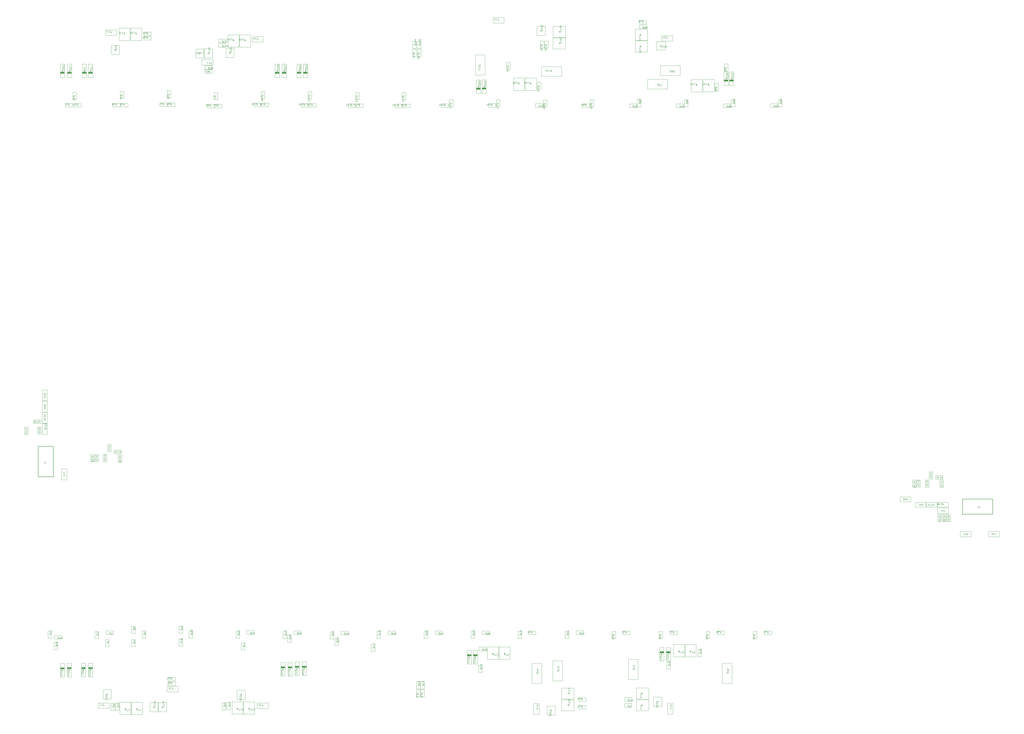
<source format=gbr>
%TF.GenerationSoftware,Altium Limited,Altium Designer,25.3.3 (18)*%
G04 Layer_Color=32768*
%FSLAX45Y45*%
%MOMM*%
%TF.SameCoordinates,A4CA6E92-6A9D-4088-ADF9-EEBE24E4F9EE*%
%TF.FilePolarity,Positive*%
%TF.FileFunction,Other,Bottom_Assembly*%
%TF.Part,Single*%
G01*
G75*
%TA.AperFunction,NonConductor*%
%ADD71C,0.20000*%
%ADD73C,0.10000*%
%ADD130R,1.77500X0.67500*%
G36*
X1080507Y11062418D02*
X1082174Y11062251D01*
X1083757Y11062085D01*
X1085173Y11061918D01*
X1086506Y11061752D01*
X1087672Y11061502D01*
X1088755Y11061252D01*
X1089755Y11061085D01*
X1090588Y11060835D01*
X1091338Y11060669D01*
X1091921Y11060419D01*
X1092421Y11060335D01*
X1092754Y11060169D01*
X1092921Y11060085D01*
X1093004D01*
X1095087Y11059002D01*
X1096837Y11057753D01*
X1098419Y11056420D01*
X1099669Y11055087D01*
X1100669Y11053837D01*
X1101335Y11052837D01*
X1101585Y11052504D01*
X1101752Y11052171D01*
X1101919Y11052004D01*
Y11051921D01*
X1102918Y11049671D01*
X1103668Y11047172D01*
X1104251Y11044756D01*
X1104585Y11042423D01*
X1104751Y11041340D01*
X1104834Y11040340D01*
X1104918Y11039424D01*
Y11038674D01*
X1105001Y11038008D01*
Y11037175D01*
X1104918Y11035508D01*
X1104834Y11033842D01*
X1104668Y11032342D01*
X1104418Y11030926D01*
X1104168Y11029593D01*
X1103918Y11028427D01*
X1103585Y11027260D01*
X1103252Y11026261D01*
X1102918Y11025344D01*
X1102585Y11024511D01*
X1102335Y11023845D01*
X1102085Y11023261D01*
X1101835Y11022845D01*
X1101669Y11022512D01*
X1101502Y11022345D01*
Y11022262D01*
X1100835Y11021262D01*
X1100086Y11020262D01*
X1098503Y11018596D01*
X1097003Y11017263D01*
X1095504Y11016180D01*
X1094254Y11015347D01*
X1093671Y11015014D01*
X1093171Y11014764D01*
X1092838Y11014597D01*
X1092504Y11014430D01*
X1092338Y11014347D01*
X1092254D01*
X1091171Y11013930D01*
X1090005Y11013597D01*
X1087506Y11013014D01*
X1084923Y11012681D01*
X1082424Y11012348D01*
X1081340Y11012264D01*
X1080257Y11012181D01*
X1079341D01*
X1078508Y11012098D01*
X1077841D01*
X1077342D01*
X1077008D01*
X1076925D01*
X1039851D01*
Y11020595D01*
X1076842D01*
X1079008Y11020679D01*
X1081007Y11020762D01*
X1082840Y11020929D01*
X1084506Y11021179D01*
X1086006Y11021512D01*
X1087339Y11021845D01*
X1088505Y11022178D01*
X1089505Y11022595D01*
X1090421Y11022928D01*
X1091171Y11023345D01*
X1091838Y11023678D01*
X1092338Y11023928D01*
X1092671Y11024261D01*
X1092921Y11024428D01*
X1093087Y11024511D01*
X1093171Y11024594D01*
X1093921Y11025428D01*
X1094504Y11026344D01*
X1095087Y11027344D01*
X1095587Y11028343D01*
X1096337Y11030593D01*
X1096837Y11032759D01*
X1097003Y11033759D01*
X1097086Y11034758D01*
X1097170Y11035675D01*
X1097253Y11036425D01*
X1097336Y11037008D01*
Y11037924D01*
X1097253Y11039924D01*
X1097003Y11041673D01*
X1096670Y11043256D01*
X1096253Y11044589D01*
X1095920Y11045672D01*
X1095587Y11046505D01*
X1095337Y11047005D01*
X1095254Y11047089D01*
Y11047172D01*
X1094337Y11048505D01*
X1093421Y11049588D01*
X1092338Y11050504D01*
X1091421Y11051254D01*
X1090505Y11051837D01*
X1089838Y11052171D01*
X1089338Y11052421D01*
X1089255Y11052504D01*
X1089172D01*
X1088339Y11052754D01*
X1087506Y11053004D01*
X1085589Y11053337D01*
X1083507Y11053670D01*
X1081507Y11053837D01*
X1080591D01*
X1079674Y11053920D01*
X1078924D01*
X1078175Y11054004D01*
X1077675D01*
X1077175D01*
X1076925D01*
X1076842D01*
X1039851D01*
Y11062501D01*
X1076925D01*
X1078758D01*
X1080507Y11062418D01*
D02*
G37*
G36*
X1062762Y10993686D02*
X1062095Y10992269D01*
X1061429Y10990853D01*
X1060762Y10989603D01*
X1060179Y10988520D01*
X1059679Y10987604D01*
X1059513Y10987271D01*
X1059346Y10987021D01*
X1059263Y10986937D01*
Y10986854D01*
X1058263Y10985188D01*
X1057263Y10983772D01*
X1056347Y10982439D01*
X1055514Y10981355D01*
X1054847Y10980522D01*
X1054264Y10979856D01*
X1053931Y10979523D01*
X1053848Y10979356D01*
X1103918D01*
Y10971525D01*
X1039601D01*
Y10976607D01*
X1041184Y10977523D01*
X1042684Y10978606D01*
X1044183Y10979773D01*
X1045433Y10980856D01*
X1046599Y10981939D01*
X1047433Y10982772D01*
X1047766Y10983105D01*
X1048016Y10983355D01*
X1048099Y10983522D01*
X1048182Y10983605D01*
X1049765Y10985521D01*
X1051182Y10987437D01*
X1052515Y10989437D01*
X1053598Y10991186D01*
X1054431Y10992769D01*
X1054847Y10993436D01*
X1055097Y10994019D01*
X1055347Y10994435D01*
X1055514Y10994769D01*
X1055680Y10995019D01*
Y10995102D01*
X1063345D01*
X1062762Y10993686D01*
D02*
G37*
G36*
X40855139Y9136337D02*
X40823648D01*
X40824731Y9134837D01*
X40825314Y9134087D01*
X40825812Y9133504D01*
X40826312Y9132921D01*
X40826645Y9132504D01*
X40826895Y9132255D01*
X40826981Y9132171D01*
X40827396Y9131755D01*
X40827979Y9131171D01*
X40828561Y9130588D01*
X40829230Y9130005D01*
X40830728Y9128672D01*
X40832312Y9127339D01*
X40833728Y9126089D01*
X40834393Y9125506D01*
X40834894Y9125006D01*
X40835394Y9124673D01*
X40835727Y9124340D01*
X40835977Y9124173D01*
X40836060Y9124090D01*
X40837561Y9122757D01*
X40839059Y9121507D01*
X40840308Y9120424D01*
X40841559Y9119341D01*
X40842642Y9118341D01*
X40843643Y9117342D01*
X40844559Y9116509D01*
X40845309Y9115759D01*
X40846057Y9115092D01*
X40846640Y9114509D01*
X40847141Y9114009D01*
X40847559Y9113593D01*
X40847809Y9113259D01*
X40848056Y9113009D01*
X40848224Y9112926D01*
Y9112843D01*
X40849475Y9111343D01*
X40850558Y9109844D01*
X40851474Y9108511D01*
X40852222Y9107344D01*
X40852805Y9106428D01*
X40853140Y9105678D01*
X40853391Y9105178D01*
X40853473Y9105012D01*
X40853973Y9103595D01*
X40854388Y9102262D01*
X40854639Y9100929D01*
X40854889Y9099846D01*
X40854971Y9098846D01*
X40855057Y9098097D01*
Y9097597D01*
Y9097430D01*
X40854971Y9096014D01*
X40854807Y9094681D01*
X40854556Y9093431D01*
X40854224Y9092265D01*
X40853305Y9090099D01*
X40852890Y9089099D01*
X40852390Y9088266D01*
X40851807Y9087433D01*
X40851389Y9086766D01*
X40850891Y9086183D01*
X40850473Y9085683D01*
X40850140Y9085267D01*
X40849890Y9085017D01*
X40849725Y9084850D01*
X40849640Y9084767D01*
X40848557Y9083850D01*
X40847473Y9083100D01*
X40846307Y9082351D01*
X40845059Y9081767D01*
X40843808Y9081268D01*
X40842642Y9080851D01*
X40840308Y9080268D01*
X40839227Y9080018D01*
X40838226Y9079851D01*
X40837311Y9079768D01*
X40836478Y9079685D01*
X40835895Y9079601D01*
X40834979D01*
X40833310Y9079685D01*
X40831729Y9079768D01*
X40830228Y9080018D01*
X40828897Y9080351D01*
X40827563Y9080684D01*
X40826395Y9081101D01*
X40825314Y9081518D01*
X40824313Y9081934D01*
X40823398Y9082434D01*
X40822647Y9082851D01*
X40821982Y9083267D01*
X40821399Y9083600D01*
X40820981Y9083934D01*
X40820648Y9084184D01*
X40820480Y9084267D01*
X40820398Y9084350D01*
X40819397Y9085267D01*
X40818564Y9086266D01*
X40817816Y9087349D01*
X40817148Y9088516D01*
X40816565Y9089599D01*
X40816068Y9090765D01*
X40815317Y9093015D01*
X40814984Y9094014D01*
X40814734Y9095014D01*
X40814566Y9095847D01*
X40814398Y9096597D01*
X40814316Y9097263D01*
Y9097680D01*
X40814233Y9098013D01*
Y9098097D01*
X40822314Y9098930D01*
X40822482Y9096764D01*
X40822815Y9094931D01*
X40823398Y9093348D01*
X40824063Y9091932D01*
X40824646Y9090932D01*
X40825229Y9090099D01*
X40825562Y9089682D01*
X40825729Y9089515D01*
X40827063Y9088349D01*
X40828561Y9087516D01*
X40830145Y9086933D01*
X40831561Y9086516D01*
X40832812Y9086266D01*
X40833395Y9086183D01*
X40833893D01*
X40834229Y9086100D01*
X40834811D01*
X40836728Y9086266D01*
X40838477Y9086600D01*
X40839975Y9087099D01*
X40841226Y9087683D01*
X40842227Y9088349D01*
X40842975Y9088849D01*
X40843393Y9089182D01*
X40843558Y9089349D01*
X40844724Y9090599D01*
X40845557Y9091932D01*
X40846140Y9093181D01*
X40846558Y9094431D01*
X40846808Y9095514D01*
X40846890Y9096430D01*
X40846973Y9096764D01*
Y9096930D01*
Y9097097D01*
Y9097180D01*
Y9098013D01*
X40846808Y9098846D01*
X40846390Y9100596D01*
X40845807Y9102179D01*
X40845142Y9103595D01*
X40844391Y9104845D01*
X40844058Y9105345D01*
X40843808Y9105845D01*
X40843558Y9106178D01*
X40843393Y9106428D01*
X40843307Y9106594D01*
X40843225Y9106678D01*
X40842477Y9107677D01*
X40841559Y9108677D01*
X40840558Y9109760D01*
X40839474Y9110927D01*
X40837143Y9113176D01*
X40834811Y9115342D01*
X40833728Y9116342D01*
X40832645Y9117258D01*
X40831644Y9118091D01*
X40830811Y9118841D01*
X40830145Y9119424D01*
X40829562Y9119841D01*
X40829230Y9120174D01*
X40829147Y9120258D01*
X40826730Y9122257D01*
X40824646Y9124090D01*
X40822897Y9125756D01*
X40821481Y9127173D01*
X40820316Y9128339D01*
X40819482Y9129255D01*
X40819232Y9129589D01*
X40818982Y9129838D01*
X40818896Y9129922D01*
X40818814Y9130005D01*
X40817566Y9131588D01*
X40816483Y9133088D01*
X40815649Y9134504D01*
X40814899Y9135837D01*
X40814316Y9136920D01*
X40813983Y9137753D01*
X40813815Y9138086D01*
X40813733Y9138336D01*
X40813651Y9138420D01*
Y9138503D01*
X40813315Y9139503D01*
X40813065Y9140419D01*
X40812900Y9141336D01*
X40812817Y9142169D01*
X40812732Y9142918D01*
Y9143418D01*
Y9143752D01*
Y9143918D01*
X40855139D01*
Y9136337D01*
D02*
G37*
G36*
X40779492Y9144918D02*
X40781158Y9144835D01*
X40782657Y9144668D01*
X40784073Y9144418D01*
X40785406Y9144168D01*
X40786572Y9143918D01*
X40787741Y9143585D01*
X40788739Y9143252D01*
X40789655Y9142918D01*
X40790488Y9142585D01*
X40791156Y9142335D01*
X40791739Y9142085D01*
X40792154Y9141835D01*
X40792487Y9141669D01*
X40792654Y9141502D01*
X40792737D01*
X40793738Y9140836D01*
X40794739Y9140086D01*
X40796405Y9138503D01*
X40797736Y9137003D01*
X40798819Y9135504D01*
X40799652Y9134254D01*
X40799985Y9133671D01*
X40800235Y9133171D01*
X40800403Y9132838D01*
X40800571Y9132504D01*
X40800653Y9132338D01*
Y9132255D01*
X40801071Y9131171D01*
X40801404Y9130005D01*
X40801987Y9127506D01*
X40802319Y9124923D01*
X40802652Y9122424D01*
X40802737Y9121341D01*
X40802820Y9120258D01*
Y9119341D01*
X40802902Y9118508D01*
Y9117842D01*
Y9117342D01*
Y9117008D01*
Y9116925D01*
Y9079851D01*
X40794406D01*
Y9116842D01*
X40794321Y9119008D01*
X40794238Y9121007D01*
X40794070Y9122840D01*
X40793820Y9124507D01*
X40793488Y9126006D01*
X40793155Y9127339D01*
X40792822Y9128505D01*
X40792404Y9129505D01*
X40792072Y9130422D01*
X40791656Y9131171D01*
X40791321Y9131838D01*
X40791071Y9132338D01*
X40790738Y9132671D01*
X40790573Y9132921D01*
X40790488Y9133088D01*
X40790405Y9133171D01*
X40789572Y9133921D01*
X40788657Y9134504D01*
X40787656Y9135087D01*
X40786658Y9135587D01*
X40784406Y9136337D01*
X40782242Y9136837D01*
X40781241Y9137003D01*
X40780243Y9137087D01*
X40779324Y9137170D01*
X40778574Y9137253D01*
X40777991Y9137337D01*
X40777075D01*
X40775076Y9137253D01*
X40773328Y9137003D01*
X40771744Y9136670D01*
X40770410Y9136254D01*
X40769327Y9135920D01*
X40768494Y9135587D01*
X40767996Y9135337D01*
X40767911Y9135254D01*
X40767828D01*
X40766495Y9134337D01*
X40765411Y9133421D01*
X40764496Y9132338D01*
X40763745Y9131421D01*
X40763162Y9130505D01*
X40762830Y9129838D01*
X40762579Y9129339D01*
X40762497Y9129255D01*
Y9129172D01*
X40762247Y9128339D01*
X40761996Y9127506D01*
X40761664Y9125590D01*
X40761331Y9123507D01*
X40761163Y9121507D01*
Y9120591D01*
X40761081Y9119674D01*
Y9118925D01*
X40760995Y9118175D01*
Y9117675D01*
Y9117175D01*
Y9116925D01*
Y9116842D01*
Y9079851D01*
X40752499D01*
Y9116925D01*
Y9118758D01*
X40752582Y9120508D01*
X40752750Y9122174D01*
X40752914Y9123757D01*
X40753082Y9125173D01*
X40753247Y9126506D01*
X40753497Y9127672D01*
X40753748Y9128755D01*
X40753915Y9129755D01*
X40754166Y9130588D01*
X40754330Y9131338D01*
X40754581Y9131921D01*
X40754666Y9132421D01*
X40754831Y9132754D01*
X40754916Y9132921D01*
Y9133004D01*
X40755997Y9135087D01*
X40757248Y9136837D01*
X40758578Y9138420D01*
X40759912Y9139669D01*
X40761163Y9140669D01*
X40762164Y9141336D01*
X40762497Y9141585D01*
X40762830Y9141752D01*
X40762997Y9141919D01*
X40763080D01*
X40765329Y9142918D01*
X40767828Y9143668D01*
X40770245Y9144251D01*
X40772577Y9144585D01*
X40773660Y9144751D01*
X40774661Y9144835D01*
X40775577Y9144918D01*
X40776328D01*
X40776993Y9145001D01*
X40777826D01*
X40779492Y9144918D01*
D02*
G37*
D71*
X28017838Y2990000D02*
X28067838D01*
X28042838Y2965000D02*
Y3015000D01*
X28512839Y2990000D02*
X28562839D01*
X28537839Y2965000D02*
Y3015000D01*
X29307501Y27070001D02*
Y27120001D01*
X29282501Y27095001D02*
X29332501D01*
X22177499Y29367938D02*
Y29417938D01*
X22152499Y29392938D02*
X22202499D01*
X782500Y11707500D02*
X1427500D01*
Y10417500D02*
Y11707500D01*
X782500Y10417500D02*
X1427500D01*
X782500D02*
Y11707500D01*
X27112500Y850000D02*
X27162500D01*
X27137500Y825000D02*
Y875000D01*
X23337500Y667500D02*
Y717500D01*
X23312500Y692500D02*
X23362500D01*
X23337500Y1165000D02*
Y1215000D01*
X23312500Y1190000D02*
X23362500D01*
X26470001Y667500D02*
Y717500D01*
X26445001Y692500D02*
X26495001D01*
X27596707Y2842500D02*
Y2892500D01*
X27571707Y2867500D02*
X27621707D01*
X27311707Y2842500D02*
Y2892500D01*
X27286707Y2867500D02*
X27336707D01*
X19122499Y2717500D02*
Y2767500D01*
X19097501Y2742500D02*
X19147499D01*
X19382500Y2717500D02*
Y2767500D01*
X19357500Y2742500D02*
X19407500D01*
X6067500Y582500D02*
Y632500D01*
X6042500Y607500D02*
X6092500D01*
X5677500D02*
X5727500D01*
X5702500Y582500D02*
Y632500D01*
X9392500Y1142500D02*
X9442500D01*
X9417500Y1117500D02*
Y1167500D01*
X3690000Y1160000D02*
X3740000D01*
X3715000Y1135000D02*
Y1185000D01*
X20130000Y2860000D02*
Y2910000D01*
X20105000Y2885000D02*
X20155000D01*
X20625000Y2860000D02*
Y2910000D01*
X20600000Y2885000D02*
X20650000D01*
X9260000Y525000D02*
Y575000D01*
X9235000Y550000D02*
X9285000D01*
X9752500Y522500D02*
Y572500D01*
X9727500Y547500D02*
X9777500D01*
X26445001Y1195000D02*
X26495001D01*
X26470001Y1170000D02*
Y1220000D01*
X4489661Y505000D02*
Y555000D01*
X4464661Y530000D02*
X4514661D01*
X4982161Y505000D02*
Y555000D01*
X4957161Y530000D02*
X5007161D01*
X2105000Y2167500D02*
Y2217500D01*
X2080000Y2192500D02*
X2130000D01*
X2705000Y2170000D02*
Y2220000D01*
X2680000Y2195000D02*
X2730000D01*
X3005000Y2170000D02*
Y2220000D01*
X2980000Y2195000D02*
X3030000D01*
X1807500Y2162500D02*
Y2212500D01*
X1782500Y2187500D02*
X1832500D01*
X11495000Y2200000D02*
Y2250000D01*
X11470000Y2225000D02*
X11520000D01*
X11192500Y2202500D02*
Y2252500D01*
X11167500Y2227500D02*
X11217500D01*
X12097500D02*
Y2277500D01*
X12072500Y2252500D02*
X12122500D01*
X11797500Y2227500D02*
Y2277500D01*
X11772500Y2252500D02*
X11822500D01*
X22950000Y29355438D02*
X23000000D01*
X22975000Y29330438D02*
Y29380438D01*
X7655000Y28410001D02*
Y28460001D01*
X7630000Y28435001D02*
X7680000D01*
X8020000Y28412500D02*
Y28462500D01*
X7995000Y28437500D02*
X8045000D01*
X8937500Y28432501D02*
Y28482501D01*
X8912500Y28457501D02*
X8962500D01*
X4035000Y28582501D02*
X4085000D01*
X4060000Y28557501D02*
Y28607501D01*
X4925000Y29277499D02*
X4975000D01*
X4950000Y29252499D02*
Y29302499D01*
X4452500Y29252499D02*
Y29302499D01*
X4427500Y29277499D02*
X4477500D01*
X9557500Y28992499D02*
X9607500D01*
X9582500Y28967499D02*
Y29017499D01*
X9062500Y28992499D02*
X9112500D01*
X9087500Y28967499D02*
Y29017499D01*
X40107501Y8822500D02*
Y9467500D01*
X41397501D01*
Y8822500D02*
Y9467500D01*
X40107501Y8822500D02*
X41397501D01*
X27245001Y28760001D02*
X27295001D01*
X27270001Y28735001D02*
Y28785001D01*
X22972501Y28837936D02*
Y28887936D01*
X22947501Y28862936D02*
X22997501D01*
X26414999Y29205838D02*
Y29255838D01*
X26389999Y29230838D02*
X26439999D01*
X26417499Y28710837D02*
Y28760837D01*
X26392499Y28735837D02*
X26442499D01*
X19512500Y26987500D02*
Y27037500D01*
X19487500Y27012500D02*
X19537500D01*
X19752499Y26989999D02*
Y27039999D01*
X19727499Y27014999D02*
X19777499D01*
X21207500Y27152499D02*
X21257500D01*
X21232500Y27127499D02*
Y27177499D01*
X21712500Y27152499D02*
X21762500D01*
X21737500Y27127499D02*
Y27177499D01*
X28775000Y27089999D02*
X28825000D01*
X28800000Y27064999D02*
Y27114999D01*
X30279999Y27332501D02*
Y27382501D01*
X30254999Y27357501D02*
X30304999D01*
X30052499Y27332501D02*
Y27382501D01*
X30027499Y27357501D02*
X30077499D01*
X11225000Y27689999D02*
X11275000D01*
X11250000Y27664999D02*
Y27714999D01*
X12127500Y27689999D02*
X12177500D01*
X12152500Y27664999D02*
Y27714999D01*
X11852500Y27687500D02*
X11902500D01*
X11877500Y27662500D02*
Y27712500D01*
X10925000Y27689999D02*
X10975000D01*
X10950000Y27664999D02*
Y27714999D01*
X1785000Y27689999D02*
X1835000D01*
X1810000Y27664999D02*
Y27714999D01*
X2985000Y27689999D02*
X3035000D01*
X3010000Y27664999D02*
Y27714999D01*
X2722500Y27687500D02*
X2772500D01*
X2747500Y27662500D02*
Y27712500D01*
X2087500Y27689999D02*
X2137500D01*
X2112500Y27664999D02*
Y27714999D01*
X22605000Y447500D02*
Y497500D01*
X22580000Y472500D02*
X22630000D01*
D73*
X5402500Y29267499D02*
X5452500D01*
X5427500Y29242499D02*
Y29292499D01*
X5579900Y29191299D02*
Y29343701D01*
X5275100Y29191299D02*
Y29343701D01*
X5579900D01*
X5275100Y29191299D02*
X5579900D01*
X8590000Y28782501D02*
X8640000D01*
X8615000Y28757501D02*
Y28807501D01*
X8462600Y28706299D02*
Y28858701D01*
X8767400Y28706299D02*
Y28858701D01*
X8462600Y28706299D02*
X8767400D01*
X8462600Y28858701D02*
X8767400D01*
X3960000Y602500D02*
Y652500D01*
X3935000Y627500D02*
X3985000D01*
X3883800Y475100D02*
X4036200D01*
X3883800Y779900D02*
X4036200D01*
Y475100D02*
Y779900D01*
X3883800Y475100D02*
Y779900D01*
X25854999Y690000D02*
X25904999D01*
X25879999Y665000D02*
Y715000D01*
X25727600Y613800D02*
Y766200D01*
X26032401Y613800D02*
Y766200D01*
X25727600Y613800D02*
X26032401D01*
X25727600Y766200D02*
X26032401D01*
X23902499Y612500D02*
X23952499D01*
X23927499Y587500D02*
Y637500D01*
X24079900Y536300D02*
Y688700D01*
X23775101Y536300D02*
Y688700D01*
X24079900D01*
X23775101Y536300D02*
X24079900D01*
X8677500Y622500D02*
Y672500D01*
X8652500Y647500D02*
X8702500D01*
X8601300Y495100D02*
X8753700D01*
X8601300Y799900D02*
X8753700D01*
Y495100D02*
Y799900D01*
X8601300Y495100D02*
Y799900D01*
X16942500Y1517500D02*
Y1567500D01*
X16917500Y1542500D02*
X16967500D01*
X16866299Y1390100D02*
X17018700D01*
X16866299Y1694900D02*
X17018700D01*
Y1390100D02*
Y1694900D01*
X16866299Y1390100D02*
Y1694900D01*
X17130000Y1515000D02*
Y1565000D01*
X17105000Y1540000D02*
X17155000D01*
X17053799Y1387600D02*
X17206200D01*
X17053799Y1692400D02*
X17206200D01*
Y1387600D02*
Y1692400D01*
X17053799Y1387600D02*
Y1692400D01*
X16992493Y28434991D02*
Y28484991D01*
X16967493Y28459991D02*
X17017493D01*
X16916292Y28612393D02*
X17068692D01*
X16916292Y28307593D02*
X17068692D01*
X16916292D02*
Y28612393D01*
X17068692Y28307593D02*
Y28612393D01*
X16794992Y28439993D02*
Y28489993D01*
X16769992Y28464993D02*
X16819992D01*
X16718793Y28617392D02*
X16871191D01*
X16718793Y28312592D02*
X16871191D01*
X16718793D02*
Y28617392D01*
X16871191Y28312592D02*
Y28617392D01*
X17127499Y1182500D02*
Y1232500D01*
X17102499Y1207500D02*
X17152499D01*
X17051300Y1359900D02*
X17203700D01*
X17051300Y1055100D02*
X17203700D01*
X17051300D02*
Y1359900D01*
X17203700Y1055100D02*
Y1359900D01*
X16942238Y1181215D02*
Y1231215D01*
X16917238Y1206215D02*
X16967238D01*
X16866039Y1358615D02*
X17018439D01*
X16866039Y1053815D02*
X17018439D01*
X16866039D02*
Y1358615D01*
X17018439Y1053815D02*
Y1358615D01*
X16792493Y28772491D02*
Y28822491D01*
X16767493Y28797491D02*
X16817493D01*
X16716292Y28645093D02*
X16868692D01*
X16716292Y28949893D02*
X16868692D01*
Y28645093D02*
Y28949893D01*
X16716292Y28645093D02*
Y28949893D01*
X26485001Y29767499D02*
X26535001D01*
X26510001Y29742499D02*
Y29792499D01*
X26662399Y29691299D02*
Y29843701D01*
X26357599Y29691299D02*
Y29843701D01*
X26662399D01*
X26357599Y29691299D02*
X26662399D01*
X22222516Y28787500D02*
Y28837500D01*
X22197516Y28812500D02*
X22247516D01*
X22146317Y28964899D02*
X22298717D01*
X22146317Y28660101D02*
X22298717D01*
X22146317D02*
Y28964899D01*
X22298717Y28660101D02*
Y28964899D01*
X16989992Y28772491D02*
Y28822491D01*
X16964992Y28797491D02*
X17014992D01*
X16913792Y28645093D02*
X17066193D01*
X16913792Y28949893D02*
X17066193D01*
Y28645093D02*
Y28949893D01*
X16913792Y28645093D02*
Y28949893D01*
X28846637Y2760100D02*
Y3064900D01*
X28999039Y2760100D02*
Y3064900D01*
X28846637D02*
X28999039D01*
X28846637Y2760100D02*
X28999039D01*
X28897839Y2912500D02*
X28947839D01*
X28922839Y2887500D02*
Y2937500D01*
X27807837Y2755000D02*
Y3280000D01*
X28277838Y2755000D02*
Y3280000D01*
X27807837Y2755000D02*
X28277838D01*
X27807837Y3280000D02*
X28277838D01*
X28302838Y2755000D02*
Y3280000D01*
X28772839Y2755000D02*
Y3280000D01*
X28302838Y2755000D02*
X28772839D01*
X28302838Y3280000D02*
X28772839D01*
X29072501Y26804999D02*
X29542499D01*
X29072501Y27329999D02*
X29542499D01*
X29072501Y26804999D02*
Y27329999D01*
X29542499Y26804999D02*
Y27329999D01*
X22002499Y29200436D02*
X22352499D01*
X22002499Y29587936D02*
X22352499D01*
Y29200436D02*
Y29587936D01*
X22002499Y29200436D02*
Y29587936D01*
X22197501Y27464999D02*
X23050000D01*
X22197501Y27875000D02*
X23050000D01*
X22197501Y27464999D02*
Y27875000D01*
X23050000Y27464999D02*
Y27875000D01*
X22622050Y27645627D02*
Y27695627D01*
X22597050Y27670627D02*
X22647050D01*
X26707501Y27335001D02*
X27560001D01*
X26707501Y26925000D02*
X27560001D01*
Y27335001D01*
X26707501Y26925000D02*
Y27335001D01*
X27135449Y27104373D02*
Y27154373D01*
X27110449Y27129373D02*
X27160449D01*
X27245001Y27912500D02*
X28097501D01*
X27245001Y27502499D02*
X28097501D01*
Y27912500D01*
X27245001Y27502499D02*
Y27912500D01*
X27672949Y27681873D02*
Y27731873D01*
X27647949Y27706873D02*
X27697949D01*
X27312500Y655000D02*
Y1042500D01*
X26962500Y655000D02*
Y1042500D01*
Y655000D02*
X27312500D01*
X26962500Y1042500D02*
X27312500D01*
X23047501Y457500D02*
X23572501D01*
X23047501Y927500D02*
X23572501D01*
Y457500D02*
Y927500D01*
X23047501Y457500D02*
Y927500D01*
Y955000D02*
X23572501D01*
X23047501Y1425000D02*
X23572501D01*
Y955000D02*
Y1425000D01*
X23047501Y955000D02*
Y1425000D01*
X23775101Y853800D02*
X24079900D01*
X23775101Y1006200D02*
X24079900D01*
X23775101Y853800D02*
Y1006200D01*
X24079900Y853800D02*
Y1006200D01*
X23927499Y905000D02*
Y955000D01*
X23902499Y930000D02*
X23952499D01*
X25730099Y1018700D02*
X26034900D01*
X25730099Y866300D02*
X26034900D01*
Y1018700D01*
X25730099Y866300D02*
Y1018700D01*
X25882501Y917500D02*
Y967500D01*
X25857501Y942500D02*
X25907501D01*
X26235001Y927500D02*
X26760001D01*
X26235001Y457500D02*
X26760001D01*
X26235001D02*
Y927500D01*
X26760001Y457500D02*
Y927500D01*
X21864999Y295000D02*
Y765000D01*
X22099998Y295000D02*
Y765000D01*
X21864999D02*
X22099998D01*
X21864999Y295000D02*
X22099998D01*
X21982500Y505000D02*
Y555000D01*
X21957500Y530000D02*
X22007500D01*
X26095627Y2190450D02*
Y2240450D01*
X26070627Y2215450D02*
X26120627D01*
X25889999Y1787500D02*
X26300000D01*
X25889999Y2640000D02*
X26300000D01*
Y1787500D02*
Y2640000D01*
X25889999Y1787500D02*
Y2640000D01*
X22675000Y1727500D02*
Y2580000D01*
X23085001Y1727500D02*
Y2580000D01*
X22675000D02*
X23085001D01*
X22675000Y1727500D02*
X23085001D01*
X22855627Y2155450D02*
X22905627D01*
X22880627Y2130450D02*
Y2180450D01*
X21789999Y1630000D02*
Y2482500D01*
X22200000Y1630000D02*
Y2482500D01*
X21789999D02*
X22200000D01*
X21789999Y1630000D02*
X22200000D01*
X21970628Y2057950D02*
X22020628D01*
X21995628Y2032950D02*
Y2082950D01*
X27689206Y2572500D02*
Y3152500D01*
X27506705Y2572500D02*
Y3152500D01*
Y2572500D02*
X27689206D01*
X27506705Y3152500D02*
X27689206D01*
X27404205Y2572500D02*
Y3152500D01*
X27221707Y2572500D02*
Y3152500D01*
Y2572500D02*
X27404205D01*
X27221707Y3152500D02*
X27404205D01*
X19214999Y2447500D02*
Y3027500D01*
X19032500Y2447500D02*
Y3027500D01*
Y2447500D02*
X19214999D01*
X19032500Y3027500D02*
X19214999D01*
X19474998Y2447500D02*
Y3027500D01*
X19292499Y2447500D02*
Y3027500D01*
Y2447500D02*
X19474998D01*
X19292499Y3027500D02*
X19474998D01*
X5892500Y415000D02*
X6242500D01*
X5892500Y802500D02*
X6242500D01*
Y415000D02*
Y802500D01*
X5892500Y415000D02*
Y802500D01*
X4063800Y477600D02*
Y782400D01*
X4216200Y477600D02*
Y782400D01*
X4063800D02*
X4216200D01*
X4063800Y477600D02*
X4216200D01*
X4115000Y630000D02*
X4165000D01*
X4140000Y605000D02*
Y655000D01*
X8798800Y497600D02*
Y802400D01*
X8951200Y497600D02*
Y802400D01*
X8798800D02*
X8951200D01*
X8798800Y497600D02*
X8951200D01*
X8850000Y650000D02*
X8900000D01*
X8875000Y625000D02*
Y675000D01*
X10097500Y552500D02*
X10567500D01*
X10097500Y787500D02*
X10567500D01*
X10097500Y552500D02*
Y787500D01*
X10567500Y552500D02*
Y787500D01*
X10307500Y670000D02*
X10357500D01*
X10332500Y645000D02*
Y695000D01*
X3567500Y647500D02*
Y697500D01*
X3542500Y672500D02*
X3592500D01*
X3802500Y555000D02*
Y790000D01*
X3332500Y555000D02*
Y790000D01*
X3802500D01*
X3332500Y555000D02*
X3802500D01*
X5527500Y415000D02*
Y802500D01*
X5877500Y415000D02*
Y802500D01*
X5527500D02*
X5877500D01*
X5527500Y415000D02*
X5877500D01*
X27554999Y312500D02*
Y782500D01*
X27789999Y312500D02*
Y782500D01*
X27554999D02*
X27789999D01*
X27554999Y312500D02*
X27789999D01*
X27672501Y522500D02*
Y572500D01*
X27647501Y547500D02*
X27697501D01*
X9592500Y947500D02*
Y1335000D01*
X9242500Y947500D02*
Y1335000D01*
Y947500D02*
X9592500D01*
X9242500Y1335000D02*
X9592500D01*
X3890000Y965000D02*
Y1352500D01*
X3540000Y965000D02*
Y1352500D01*
Y965000D02*
X3890000D01*
X3540000Y1352500D02*
X3890000D01*
X19895000Y3175000D02*
X20364999D01*
X19895000Y2650000D02*
X20364999D01*
Y3175000D01*
X19895000Y2650000D02*
Y3175000D01*
X20389999D02*
X20860001D01*
X20389999Y2650000D02*
X20860001D01*
Y3175000D01*
X20389999Y2650000D02*
Y3175000D01*
X9025000Y840000D02*
X9495000D01*
X9025000Y315000D02*
X9495000D01*
Y840000D01*
X9025000Y315000D02*
Y840000D01*
X9517500Y837500D02*
X9987500D01*
X9517500Y312500D02*
X9987500D01*
Y837500D01*
X9517500Y312500D02*
Y837500D01*
X26760001Y960000D02*
Y1430000D01*
X26235001Y960000D02*
Y1430000D01*
Y960000D02*
X26760001D01*
X26235001Y1430000D02*
X26760001D01*
X4254661Y820000D02*
X4724661D01*
X4254661Y295000D02*
X4724661D01*
Y820000D01*
X4254661Y295000D02*
Y820000D01*
X4747161D02*
X5217161D01*
X4747161Y295000D02*
X5217161D01*
Y820000D01*
X4747161Y295000D02*
Y820000D01*
X15670100Y3856200D02*
X15974899D01*
X15670100Y3703800D02*
X15974899D01*
Y3856200D01*
X15670100Y3703800D02*
Y3856200D01*
X15822501Y3755000D02*
Y3805000D01*
X15797501Y3780000D02*
X15847501D01*
X15196300Y3532600D02*
Y3837400D01*
X15348700Y3532600D02*
Y3837400D01*
X15196300D02*
X15348700D01*
X15196300Y3532600D02*
X15348700D01*
X15247501Y3685000D02*
X15297501D01*
X15272501Y3660000D02*
Y3710000D01*
X13198801Y3512600D02*
Y3817400D01*
X13351199Y3512600D02*
Y3817400D01*
X13198801D02*
X13351199D01*
X13198801Y3512600D02*
X13351199D01*
X13250000Y3665000D02*
X13300000D01*
X13275000Y3640000D02*
Y3690000D01*
X11196300Y3535100D02*
Y3839900D01*
X11348700Y3535100D02*
Y3839900D01*
X11196300D02*
X11348700D01*
X11196300Y3535100D02*
X11348700D01*
X11247500Y3687500D02*
X11297500D01*
X11272500Y3662500D02*
Y3712500D01*
X11391300Y3372600D02*
Y3677400D01*
X11543700Y3372600D02*
Y3677400D01*
X11391300D02*
X11543700D01*
X11391300Y3372600D02*
X11543700D01*
X11442500Y3525000D02*
X11492500D01*
X11467500Y3500000D02*
Y3550000D01*
X6771300Y3202600D02*
Y3507400D01*
X6923700Y3202600D02*
Y3507400D01*
X6771300D02*
X6923700D01*
X6771300Y3202600D02*
X6923700D01*
X6822500Y3355000D02*
X6872500D01*
X6847500Y3330000D02*
Y3380000D01*
X7196300Y3555100D02*
Y3859900D01*
X7348700Y3555100D02*
Y3859900D01*
X7196300D02*
X7348700D01*
X7196300Y3555100D02*
X7348700D01*
X7247500Y3707500D02*
X7297500D01*
X7272500Y3682500D02*
Y3732500D01*
X4751300Y3190100D02*
Y3494900D01*
X4903700Y3190100D02*
Y3494900D01*
X4751300D02*
X4903700D01*
X4751300Y3190100D02*
X4903700D01*
X4802500Y3342500D02*
X4852500D01*
X4827500Y3317500D02*
Y3367500D01*
X4751300Y3752600D02*
Y4057400D01*
X4903700Y3752600D02*
Y4057400D01*
X4751300D02*
X4903700D01*
X4751300Y3752600D02*
X4903700D01*
X4802500Y3905000D02*
X4852500D01*
X4827500Y3880000D02*
Y3930000D01*
X3665100Y3861200D02*
X3969900D01*
X3665100Y3708800D02*
X3969900D01*
Y3861200D01*
X3665100Y3708800D02*
Y3861200D01*
X3817500Y3760000D02*
Y3810000D01*
X3792500Y3785000D02*
X3842500D01*
X2197500Y1897500D02*
Y2477500D01*
X2015000Y1897500D02*
Y2477500D01*
Y1897500D02*
X2197500D01*
X2015000Y2477500D02*
X2197500D01*
X2797500Y1900000D02*
Y2480000D01*
X2615000Y1900000D02*
Y2480000D01*
Y1900000D02*
X2797500D01*
X2615000Y2480000D02*
X2797500D01*
X3097500Y1900000D02*
Y2480000D01*
X2915000Y1900000D02*
Y2480000D01*
Y1900000D02*
X3097500D01*
X2915000Y2480000D02*
X3097500D01*
X1900000Y1892500D02*
Y2472500D01*
X1717500Y1892500D02*
Y2472500D01*
Y1892500D02*
X1900000D01*
X1717500Y2472500D02*
X1900000D01*
X11587500Y1930000D02*
Y2510000D01*
X11405000Y1930000D02*
Y2510000D01*
Y1930000D02*
X11587500D01*
X11405000Y2510000D02*
X11587500D01*
X11285000Y1932500D02*
Y2512500D01*
X11102500Y1932500D02*
Y2512500D01*
Y1932500D02*
X11285000D01*
X11102500Y2512500D02*
X11285000D01*
X12190000Y1957500D02*
Y2537500D01*
X12007500Y1957500D02*
Y2537500D01*
Y1957500D02*
X12190000D01*
X12007500Y2537500D02*
X12190000D01*
X11890000Y1957500D02*
Y2537500D01*
X11707500Y1957500D02*
Y2537500D01*
Y1957500D02*
X11890000D01*
X11707500Y2537500D02*
X11890000D01*
X31351199Y3540100D02*
Y3844900D01*
X31198801Y3540100D02*
Y3844900D01*
Y3540100D02*
X31351199D01*
X31198801Y3844900D02*
X31351199D01*
X31250000Y3692500D02*
X31300000D01*
X31275000Y3667500D02*
Y3717500D01*
X29351199Y3540100D02*
Y3844900D01*
X29198801Y3540100D02*
Y3844900D01*
Y3540100D02*
X29351199D01*
X29198801Y3844900D02*
X29351199D01*
X29250000Y3692500D02*
X29300000D01*
X29275000Y3667500D02*
Y3717500D01*
X27351199Y3540100D02*
Y3844900D01*
X27198801Y3540100D02*
Y3844900D01*
Y3540100D02*
X27351199D01*
X27198801Y3844900D02*
X27351199D01*
X27250000Y3692500D02*
X27300000D01*
X27275000Y3667500D02*
Y3717500D01*
X25351199Y3540100D02*
Y3844900D01*
X25198801Y3540100D02*
Y3844900D01*
Y3540100D02*
X25351199D01*
X25198801Y3844900D02*
X25351199D01*
X25250000Y3692500D02*
X25300000D01*
X25275000Y3667500D02*
Y3717500D01*
X17196300Y3540100D02*
Y3844900D01*
X17348700Y3540100D02*
Y3844900D01*
X17196300D02*
X17348700D01*
X17196300Y3540100D02*
X17348700D01*
X17247501Y3692500D02*
X17297501D01*
X17272501Y3667500D02*
Y3717500D01*
X23198801Y3537600D02*
Y3842400D01*
X23351199Y3537600D02*
Y3842400D01*
X23198801D02*
X23351199D01*
X23198801Y3537600D02*
X23351199D01*
X23250000Y3690000D02*
X23300000D01*
X23275000Y3665000D02*
Y3715000D01*
X19193800Y3540100D02*
Y3844900D01*
X19346201Y3540100D02*
Y3844900D01*
X19193800D02*
X19346201D01*
X19193800Y3540100D02*
X19346201D01*
X19245000Y3692500D02*
X19295000D01*
X19270000Y3667500D02*
Y3717500D01*
X1997500Y10290000D02*
Y10760000D01*
X1762500Y10290000D02*
Y10760000D01*
Y10290000D02*
X1997500D01*
X1762500Y10760000D02*
X1997500D01*
X22685001Y29120438D02*
Y29590436D01*
X23210001Y29120438D02*
Y29590436D01*
X22685001D02*
X23210001D01*
X22685001Y29120438D02*
X23210001D01*
X40007501Y7862500D02*
Y8097500D01*
X40477499Y7862500D02*
Y8097500D01*
X40007501Y7862500D02*
X40477499D01*
X40007501Y8097500D02*
X40477499D01*
X39216199Y8515100D02*
Y8819900D01*
X39063800Y8515100D02*
Y8819900D01*
Y8515100D02*
X39216199D01*
X39063800Y8819900D02*
X39216199D01*
X351200Y12227600D02*
Y12532400D01*
X198800Y12227600D02*
Y12532400D01*
Y12227600D02*
X351200D01*
X198800Y12532400D02*
X351200D01*
X39514999Y8857500D02*
Y9092500D01*
X39045001Y8857500D02*
Y9092500D01*
X39514999D01*
X39045001Y8857500D02*
X39514999D01*
X955900Y12693900D02*
X1159100D01*
X955900Y13151100D02*
X1159100D01*
Y12693900D02*
Y13151100D01*
X955900Y12693900D02*
Y13151100D01*
X3883700Y11487600D02*
Y11792400D01*
X3731300Y11487600D02*
Y11792400D01*
Y11487600D02*
X3883700D01*
X3731300Y11792400D02*
X3883700D01*
X7867600Y27736200D02*
X8172400D01*
X7867600Y27583801D02*
X8172400D01*
Y27736200D01*
X7867600Y27583801D02*
Y27736200D01*
X8020000Y27635001D02*
Y27685001D01*
X7995000Y27660001D02*
X8045000D01*
X7742500Y28177499D02*
X8212500D01*
X7742500Y27942499D02*
X8212500D01*
Y28177499D01*
X7742500Y27942499D02*
Y28177499D01*
X7952500Y28060001D02*
X8002500D01*
X7977500Y28035001D02*
Y28085001D01*
X7480000Y28242499D02*
X7830000D01*
X7480000Y28629999D02*
X7830000D01*
Y28242499D02*
Y28629999D01*
X7480000Y28242499D02*
Y28629999D01*
X7845000Y28245001D02*
X8195000D01*
X7845000Y28632501D02*
X8195000D01*
Y28245001D02*
Y28632501D01*
X7845000Y28245001D02*
Y28632501D01*
X8762500Y28264999D02*
X9112500D01*
X8762500Y28652499D02*
X9112500D01*
Y28264999D02*
Y28652499D01*
X8762500Y28264999D02*
Y28652499D01*
X3885000Y28389999D02*
Y28777499D01*
X4235000Y28389999D02*
Y28777499D01*
X3885000D02*
X4235000D01*
X3885000Y28389999D02*
X4235000D01*
X9882500Y28925000D02*
X10352500D01*
X9882500Y29160001D02*
X10352500D01*
X9882500Y28925000D02*
Y29160001D01*
X10352500Y28925000D02*
Y29160001D01*
X10092500Y29042499D02*
X10142500D01*
X10117500Y29017499D02*
Y29067499D01*
X3650000Y29204999D02*
X4120000D01*
X3650000Y29439999D02*
X4120000D01*
X3650000Y29204999D02*
Y29439999D01*
X4120000Y29204999D02*
Y29439999D01*
X3860000Y29322501D02*
X3910000D01*
X3885000Y29297501D02*
Y29347501D01*
X5185000Y28987500D02*
Y29512500D01*
X4715000Y28987500D02*
Y29512500D01*
X5185000D01*
X4715000Y28987500D02*
X5185000D01*
X4217500D02*
X4687500D01*
X4217500Y29512500D02*
X4687500D01*
X4217500Y28987500D02*
Y29512500D01*
X4687500Y28987500D02*
Y29512500D01*
X9817500Y28702499D02*
Y29227499D01*
X9347500Y28702499D02*
Y29227499D01*
X9817500D01*
X9347500Y28702499D02*
X9817500D01*
X9322500D02*
Y29227499D01*
X8852500Y28702499D02*
Y29227499D01*
X9322500D01*
X8852500Y28702499D02*
X9322500D01*
X27077499Y28585001D02*
Y28935001D01*
X27464999Y28585001D02*
Y28935001D01*
X27077499Y28585001D02*
X27464999D01*
X27077499Y28935001D02*
X27464999D01*
X27304999Y28962500D02*
X27775000D01*
X27304999Y29197501D02*
X27775000D01*
X27304999Y28962500D02*
Y29197501D01*
X27775000Y28962500D02*
Y29197501D01*
X27514999Y29079999D02*
X27564999D01*
X27539999Y29054999D02*
Y29104999D01*
X20132500Y29725000D02*
X20602499D01*
X20132500Y29960001D02*
X20602499D01*
X20132500Y29725000D02*
Y29960001D01*
X20602499Y29725000D02*
Y29960001D01*
X20342500Y29842499D02*
X20392500D01*
X20367500Y29817499D02*
Y29867499D01*
X22682500Y28627936D02*
X23207500D01*
X22682500Y29097937D02*
X23207500D01*
Y28627936D02*
Y29097937D01*
X22682500Y28627936D02*
Y29097937D01*
X26179999Y29465839D02*
X26704999D01*
X26179999Y28995837D02*
X26704999D01*
X26179999D02*
Y29465839D01*
X26704999Y28995837D02*
Y29465839D01*
X26182501Y28970837D02*
X26707501D01*
X26182501Y28500839D02*
X26707501D01*
X26182501D02*
Y28970837D01*
X26707501Y28500839D02*
Y28970837D01*
X19420000Y26727499D02*
Y27307501D01*
X19602499Y26727499D02*
Y27307501D01*
X19420000D02*
X19602499D01*
X19420000Y26727499D02*
X19602499D01*
X19660001Y26729999D02*
Y27310001D01*
X19842500Y26729999D02*
Y27310001D01*
X19660001D02*
X19842500D01*
X19660001Y26729999D02*
X19842500D01*
X19792500Y27517499D02*
Y28370001D01*
X19382500Y27517499D02*
Y28370001D01*
Y27517499D02*
X19792500D01*
X19382500Y28370001D02*
X19792500D01*
X19561871Y27942050D02*
X19611871D01*
X19586871Y27917050D02*
Y27967050D01*
X21467500Y26862500D02*
Y27387500D01*
X20997501Y26862500D02*
Y27387500D01*
X21467500D01*
X20997501Y26862500D02*
X21467500D01*
X21972501D02*
Y27387500D01*
X21502499Y26862500D02*
Y27387500D01*
X21972501D01*
X21502499Y26862500D02*
X21972501D01*
X29035001Y26800000D02*
Y27325000D01*
X28564999Y26800000D02*
Y27325000D01*
X29035001D01*
X28564999Y26800000D02*
X29035001D01*
X30187500Y27072501D02*
Y27652499D01*
X30370001Y27072501D02*
Y27652499D01*
X30187500D02*
X30370001D01*
X30187500Y27072501D02*
X30370001D01*
X29960001D02*
Y27652499D01*
X30142499Y27072501D02*
Y27652499D01*
X29960001D02*
X30142499D01*
X29960001Y27072501D02*
X30142499D01*
X22421201Y26152600D02*
Y26457401D01*
X22268800Y26152600D02*
Y26457401D01*
Y26152600D02*
X22421201D01*
X22268800Y26457401D02*
X22421201D01*
X22320000Y26304999D02*
X22370000D01*
X22345000Y26279999D02*
Y26329999D01*
X21932600Y26293701D02*
X22237399D01*
X21932600Y26141299D02*
X22237399D01*
Y26293701D01*
X21932600Y26141299D02*
Y26293701D01*
X22085001Y26192499D02*
Y26242499D01*
X22060001Y26217499D02*
X22110001D01*
X18423700Y26160101D02*
Y26464899D01*
X18271300Y26160101D02*
Y26464899D01*
Y26160101D02*
X18423700D01*
X18271300Y26464899D02*
X18423700D01*
X18322501Y26312500D02*
X18372501D01*
X18347501Y26287500D02*
Y26337500D01*
X19935100Y26141299D02*
X20239900D01*
X19935100Y26293701D02*
X20239900D01*
X19935100Y26141299D02*
Y26293701D01*
X20239900Y26141299D02*
Y26293701D01*
X20087500Y26192499D02*
Y26242499D01*
X20062500Y26217499D02*
X20112500D01*
X20421201Y26160101D02*
Y26464899D01*
X20268800Y26160101D02*
Y26464899D01*
Y26160101D02*
X20421201D01*
X20268800Y26464899D02*
X20421201D01*
X20320000Y26312500D02*
X20370000D01*
X20345000Y26287500D02*
Y26337500D01*
X13970100Y26133801D02*
X14274899D01*
X13970100Y26286200D02*
X14274899D01*
X13970100Y26133801D02*
Y26286200D01*
X14274899Y26133801D02*
Y26286200D01*
X14122501Y26185001D02*
Y26235001D01*
X14097501Y26210001D02*
X14147501D01*
X14300101Y26136301D02*
X14604900D01*
X14300101Y26288699D02*
X14604900D01*
X14300101Y26136301D02*
Y26288699D01*
X14604900Y26136301D02*
Y26288699D01*
X14452499Y26187500D02*
Y26237500D01*
X14427499Y26212500D02*
X14477499D01*
X12411200Y26500101D02*
Y26804901D01*
X12258800Y26500101D02*
Y26804901D01*
Y26500101D02*
X12411200D01*
X12258800Y26804901D02*
X12411200D01*
X12310000Y26652499D02*
X12360000D01*
X12335000Y26627499D02*
Y26677499D01*
X12295100Y26156299D02*
X12599900D01*
X12295100Y26308701D02*
X12599900D01*
X12295100Y26156299D02*
Y26308701D01*
X12599900Y26156299D02*
Y26308701D01*
X12447500Y26207501D02*
Y26257501D01*
X12422500Y26232501D02*
X12472500D01*
X11157500Y27404999D02*
X11340000D01*
X11157500Y27985001D02*
X11340000D01*
Y27404999D02*
Y27985001D01*
X11157500Y27404999D02*
Y27985001D01*
X12060000Y27404999D02*
X12242500D01*
X12060000Y27985001D02*
X12242500D01*
Y27404999D02*
Y27985001D01*
X12060000Y27404999D02*
Y27985001D01*
X11785000Y27402499D02*
X11967500D01*
X11785000Y27982501D02*
X11967500D01*
Y27402499D02*
Y27982501D01*
X11785000Y27402499D02*
Y27982501D01*
X10857500Y27404999D02*
X11040000D01*
X10857500Y27985001D02*
X11040000D01*
Y27404999D02*
Y27985001D01*
X10857500Y27404999D02*
Y27985001D01*
X10285100Y26171283D02*
X10589900D01*
X10285100Y26323685D02*
X10589900D01*
X10285100Y26171283D02*
Y26323685D01*
X10589900Y26171283D02*
Y26323685D01*
X10437500Y26222485D02*
Y26272485D01*
X10412500Y26247485D02*
X10462500D01*
X9955100Y26171283D02*
X10259900D01*
X9955100Y26323685D02*
X10259900D01*
X9955100Y26171283D02*
Y26323685D01*
X10259900Y26171283D02*
Y26323685D01*
X10107500Y26222485D02*
Y26272485D01*
X10082500Y26247485D02*
X10132500D01*
X10413700Y26505084D02*
Y26809885D01*
X10261300Y26505084D02*
Y26809885D01*
Y26505084D02*
X10413700D01*
X10261300Y26809885D02*
X10413700D01*
X10312500Y26657483D02*
X10362500D01*
X10337500Y26632483D02*
Y26682483D01*
X1717500Y27404999D02*
X1900000D01*
X1717500Y27985001D02*
X1900000D01*
Y27404999D02*
Y27985001D01*
X1717500Y27404999D02*
Y27985001D01*
X2917500Y27404999D02*
X3100000D01*
X2917500Y27985001D02*
X3100000D01*
Y27404999D02*
Y27985001D01*
X2917500Y27404999D02*
Y27985001D01*
X2655000Y27402499D02*
X2837500D01*
X2655000Y27982501D02*
X2837500D01*
Y27402499D02*
Y27982501D01*
X2655000Y27402499D02*
Y27982501D01*
X2020000Y27404999D02*
X2202500D01*
X2020000Y27985001D02*
X2202500D01*
Y27404999D02*
Y27985001D01*
X2020000Y27404999D02*
Y27985001D01*
X7965100Y26123801D02*
X8269900D01*
X7965100Y26276199D02*
X8269900D01*
X7965100Y26123801D02*
Y26276199D01*
X8269900Y26123801D02*
Y26276199D01*
X8117500Y26175000D02*
Y26225000D01*
X8092500Y26200000D02*
X8142500D01*
X8406200Y26475101D02*
Y26779901D01*
X8253800Y26475101D02*
Y26779901D01*
Y26475101D02*
X8406200D01*
X8253800Y26779901D02*
X8406200D01*
X8305000Y26627499D02*
X8355000D01*
X8330000Y26602499D02*
Y26652499D01*
X8292600Y26123801D02*
X8597400D01*
X8292600Y26276199D02*
X8597400D01*
X8292600Y26123801D02*
Y26276199D01*
X8597400Y26123801D02*
Y26276199D01*
X8445000Y26175000D02*
Y26225000D01*
X8420000Y26200000D02*
X8470000D01*
X2403700Y26487601D02*
Y26792401D01*
X2251300Y26487601D02*
Y26792401D01*
Y26487601D02*
X2403700D01*
X2251300Y26792401D02*
X2403700D01*
X2302500Y26639999D02*
X2352500D01*
X2327500Y26614999D02*
Y26664999D01*
X2295100Y26151285D02*
X2599900D01*
X2295100Y26303683D02*
X2599900D01*
X2295100Y26151285D02*
Y26303683D01*
X2599900Y26151285D02*
Y26303683D01*
X2447500Y26202484D02*
Y26252484D01*
X2422500Y26227484D02*
X2472500D01*
X4004531Y11551200D02*
X4309331D01*
X4004531Y11398800D02*
X4309331D01*
Y11551200D01*
X4004531Y11398800D02*
Y11551200D01*
X3545731Y11055101D02*
Y11359901D01*
X3698131Y11055101D02*
Y11359901D01*
X3545731D02*
X3698131D01*
X3545731Y11055101D02*
X3698131D01*
X38960098Y10468700D02*
X39264899D01*
X38960098Y10316300D02*
X39264899D01*
Y10468700D01*
X38960098Y10316300D02*
Y10468700D01*
X38156299Y9977600D02*
Y10282400D01*
X38308698Y9977600D02*
Y10282400D01*
X38156299D02*
X38308698D01*
X38156299Y9977600D02*
X38308698D01*
X14350000Y26602499D02*
Y26652499D01*
X14325000Y26627499D02*
X14375000D01*
X14273801Y26779901D02*
X14426199D01*
X14273801Y26475101D02*
X14426199D01*
X14273801D02*
Y26779901D01*
X14426199Y26475101D02*
Y26779901D01*
X16420000Y26202499D02*
X16470000D01*
X16445000Y26177499D02*
Y26227499D01*
X16597400Y26126300D02*
Y26278699D01*
X16292599Y26126300D02*
Y26278699D01*
X16597400D01*
X16292599Y26126300D02*
X16597400D01*
X16092500Y26202499D02*
X16142500D01*
X16117500Y26177499D02*
Y26227499D01*
X16269901Y26126300D02*
Y26278699D01*
X15965100Y26126300D02*
Y26278699D01*
X16269901D01*
X15965100Y26126300D02*
X16269901D01*
X16342500Y26600000D02*
Y26650000D01*
X16317500Y26625000D02*
X16367500D01*
X16266299Y26777399D02*
X16418700D01*
X16266299Y26472601D02*
X16418700D01*
X16266299D02*
Y26777399D01*
X16418700Y26472601D02*
Y26777399D01*
X8590000Y28972501D02*
X8640000D01*
X8615000Y28947501D02*
Y28997501D01*
X8462600Y28896301D02*
Y29048700D01*
X8767400Y28896301D02*
Y29048700D01*
X8462600Y28896301D02*
X8767400D01*
X8462600Y29048700D02*
X8767400D01*
X20792500Y27879999D02*
Y27929999D01*
X20767500Y27904999D02*
X20817500D01*
X20716299Y28057401D02*
X20868700D01*
X20716299Y27752600D02*
X20868700D01*
X20716299D02*
Y28057401D01*
X20868700Y27752600D02*
Y28057401D01*
X22089999Y27027499D02*
Y27077499D01*
X22064999Y27052499D02*
X22114999D01*
X22013800Y27204901D02*
X22166200D01*
X22013800Y26900101D02*
X22166200D01*
X22013800D02*
Y27204901D01*
X22166200Y26900101D02*
Y27204901D01*
X24345000Y26287500D02*
Y26337500D01*
X24320000Y26312500D02*
X24370000D01*
X24268800Y26464899D02*
X24421201D01*
X24268800Y26160101D02*
X24421201D01*
X24268800D02*
Y26464899D01*
X24421201Y26160101D02*
Y26464899D01*
X22403133Y28787936D02*
Y28837936D01*
X22378133Y28812936D02*
X22428133D01*
X22326932Y28965338D02*
X22479332D01*
X22326932Y28660538D02*
X22479332D01*
X22326932D02*
Y28965338D01*
X22479332Y28660538D02*
Y28965338D01*
X12095000Y26232501D02*
X12145000D01*
X12120000Y26207501D02*
Y26257501D01*
X12272400Y26156299D02*
Y26308701D01*
X11967600Y26156299D02*
Y26308701D01*
X12272400D01*
X11967600Y26156299D02*
X12272400D01*
X18060001Y26212500D02*
X18110001D01*
X18085001Y26187500D02*
Y26237500D01*
X18237399Y26136301D02*
Y26288699D01*
X17932600Y26136301D02*
Y26288699D01*
X18237399D01*
X17932600Y26136301D02*
X18237399D01*
X24064999Y26214999D02*
X24114999D01*
X24089999Y26189999D02*
Y26239999D01*
X24242400Y26138800D02*
Y26291199D01*
X23937601Y26138800D02*
Y26291199D01*
X24242400D01*
X23937601Y26138800D02*
X24242400D01*
X7994645Y27842499D02*
X8044645D01*
X8019645Y27817499D02*
Y27867499D01*
X7867245Y27766299D02*
Y27918701D01*
X8172045Y27766299D02*
Y27918701D01*
X7867245Y27766299D02*
X8172045D01*
X7867245Y27918701D02*
X8172045D01*
X32054999Y26217499D02*
X32104999D01*
X32079999Y26192499D02*
Y26242499D01*
X31927600Y26141299D02*
Y26293701D01*
X32232401Y26141299D02*
Y26293701D01*
X31927600Y26141299D02*
X32232401D01*
X31927600Y26293701D02*
X32232401D01*
X30050000Y26214999D02*
X30100000D01*
X30075000Y26189999D02*
Y26239999D01*
X29922601Y26138800D02*
Y26291199D01*
X30227399Y26138800D02*
Y26291199D01*
X29922601Y26138800D02*
X30227399D01*
X29922601Y26291199D02*
X30227399D01*
X28057501Y26210001D02*
X28107501D01*
X28082501Y26185001D02*
Y26235001D01*
X27930099Y26133801D02*
Y26286200D01*
X28234900Y26133801D02*
Y26286200D01*
X27930099Y26133801D02*
X28234900D01*
X27930099Y26286200D02*
X28234900D01*
X26060001Y26210001D02*
X26110001D01*
X26085001Y26185001D02*
Y26235001D01*
X25932599Y26133801D02*
Y26286200D01*
X26237399Y26133801D02*
Y26286200D01*
X25932599Y26133801D02*
X26237399D01*
X25932599Y26286200D02*
X26237399D01*
X6422500Y26252499D02*
X6472500D01*
X6447500Y26227499D02*
Y26277499D01*
X6599900Y26176300D02*
Y26328699D01*
X6295100Y26176300D02*
Y26328699D01*
X6599900D01*
X6295100Y26176300D02*
X6599900D01*
X6085000Y26254999D02*
X6135000D01*
X6110000Y26229999D02*
Y26279999D01*
X6262400Y26178799D02*
Y26331201D01*
X5957600Y26178799D02*
Y26331201D01*
X6262400D01*
X5957600Y26178799D02*
X6262400D01*
X6345000Y26675000D02*
Y26725000D01*
X6320000Y26700000D02*
X6370000D01*
X6268800Y26852399D02*
X6421200D01*
X6268800Y26547601D02*
X6421200D01*
X6268800D02*
Y26852399D01*
X6421200Y26547601D02*
Y26852399D01*
X26485001Y29572501D02*
X26535001D01*
X26510001Y29547501D02*
Y29597501D01*
X26357599Y29496301D02*
Y29648700D01*
X26662399Y29496301D02*
Y29648700D01*
X26357599Y29496301D02*
X26662399D01*
X26357599Y29648700D02*
X26662399D01*
X30050015Y27814999D02*
Y27864999D01*
X30025015Y27839999D02*
X30075015D01*
X29973816Y27992401D02*
X30126215D01*
X29973816Y27687601D02*
X30126215D01*
X29973816D02*
Y27992401D01*
X30126215Y27687601D02*
Y27992401D01*
X29652499Y26972501D02*
Y27022501D01*
X29627499Y26997501D02*
X29677499D01*
X29576300Y27149899D02*
X29728699D01*
X29576300Y26845099D02*
X29728699D01*
X29576300D02*
Y27149899D01*
X29728699Y26845099D02*
Y27149899D01*
X32347501Y26287500D02*
Y26337500D01*
X32322501Y26312500D02*
X32372501D01*
X32271301Y26160101D02*
X32423700D01*
X32271301Y26464899D02*
X32423700D01*
Y26160101D02*
Y26464899D01*
X32271301Y26160101D02*
Y26464899D01*
X30345001Y26287500D02*
Y26337500D01*
X30320001Y26312500D02*
X30370001D01*
X30268799Y26160101D02*
X30421201D01*
X30268799Y26464899D02*
X30421201D01*
Y26160101D02*
Y26464899D01*
X30268799Y26160101D02*
Y26464899D01*
X28347501Y26287500D02*
Y26337500D01*
X28322501Y26312500D02*
X28372501D01*
X28271301Y26160101D02*
X28423700D01*
X28271301Y26464899D02*
X28423700D01*
Y26160101D02*
Y26464899D01*
X28271301Y26160101D02*
Y26464899D01*
X26347501Y26287500D02*
Y26337500D01*
X26322501Y26312500D02*
X26372501D01*
X26271301Y26160101D02*
X26423700D01*
X26271301Y26464899D02*
X26423700D01*
Y26160101D02*
Y26464899D01*
X26271301Y26160101D02*
Y26464899D01*
X15035001Y3117500D02*
Y3167500D01*
X15010001Y3142500D02*
X15060001D01*
X14958800Y2990100D02*
X15111200D01*
X14958800Y3294900D02*
X15111200D01*
Y2990100D02*
Y3294900D01*
X14958800Y2990100D02*
Y3294900D01*
X21277499Y3667500D02*
Y3717500D01*
X21252499Y3692500D02*
X21302499D01*
X21201300Y3540100D02*
X21353700D01*
X21201300Y3844900D02*
X21353700D01*
Y3540100D02*
Y3844900D01*
X21201300Y3540100D02*
Y3844900D01*
X11782500Y3787500D02*
X11832500D01*
X11807500Y3762500D02*
Y3812500D01*
X11655100Y3711300D02*
Y3863700D01*
X11959900Y3711300D02*
Y3863700D01*
X11655100Y3711300D02*
X11959900D01*
X11655100Y3863700D02*
X11959900D01*
X19595000Y2215000D02*
Y2265000D01*
X19570000Y2240000D02*
X19620000D01*
X19518799Y2087600D02*
X19671199D01*
X19518799Y2392400D02*
X19671199D01*
Y2087600D02*
Y2392400D01*
X19518799Y2087600D02*
Y2392400D01*
X19662500Y3087500D02*
X19712500D01*
X19687500Y3062500D02*
Y3112500D01*
X19535100Y3011300D02*
Y3163700D01*
X19839900Y3011300D02*
Y3163700D01*
X19535100Y3011300D02*
X19839900D01*
X19535100Y3163700D02*
X19839900D01*
X21770000Y3780000D02*
X21820000D01*
X21795000Y3755000D02*
Y3805000D01*
X21947400Y3703800D02*
Y3856200D01*
X21642599Y3703800D02*
Y3856200D01*
X21947400D01*
X21642599Y3703800D02*
X21947400D01*
X19797501Y3780000D02*
X19847501D01*
X19822501Y3755000D02*
Y3805000D01*
X19670100Y3703800D02*
Y3856200D01*
X19974899Y3703800D02*
Y3856200D01*
X19670100Y3703800D02*
X19974899D01*
X19670100Y3856200D02*
X19974899D01*
X17797501Y3780000D02*
X17847501D01*
X17822501Y3755000D02*
Y3805000D01*
X17670100Y3703800D02*
Y3856200D01*
X17974899Y3703800D02*
Y3856200D01*
X17670100Y3703800D02*
X17974899D01*
X17670100Y3856200D02*
X17974899D01*
X23795000Y3785000D02*
X23845000D01*
X23820000Y3760000D02*
Y3810000D01*
X23667599Y3708800D02*
Y3861200D01*
X23972400Y3708800D02*
Y3861200D01*
X23667599Y3708800D02*
X23972400D01*
X23667599Y3861200D02*
X23972400D01*
X6427500Y1802500D02*
X6477500D01*
X6452500Y1777500D02*
Y1827500D01*
X6604900Y1726300D02*
Y1878700D01*
X6300100Y1726300D02*
Y1878700D01*
X6604900D01*
X6300100Y1726300D02*
X6604900D01*
X6430000Y1610000D02*
X6480000D01*
X6455000Y1585000D02*
Y1635000D01*
X6607400Y1533800D02*
Y1686200D01*
X6302600Y1533800D02*
Y1686200D01*
X6607400D01*
X6302600Y1533800D02*
X6607400D01*
X4422500Y26242484D02*
X4472500D01*
X4447500Y26217484D02*
Y26267484D01*
X4599900Y26166284D02*
Y26318683D01*
X4295100Y26166284D02*
Y26318683D01*
X4599900D01*
X4295100Y26166284D02*
X4599900D01*
X31814999Y3780000D02*
X31864999D01*
X31839999Y3755000D02*
Y3805000D01*
X31992401Y3703800D02*
Y3856200D01*
X31687601Y3703800D02*
Y3856200D01*
X31992401D01*
X31687601Y3703800D02*
X31992401D01*
X29804999Y3780000D02*
X29854999D01*
X29829999Y3755000D02*
Y3805000D01*
X29982401Y3703800D02*
Y3856200D01*
X29677600Y3703800D02*
Y3856200D01*
X29982401D01*
X29677600Y3703800D02*
X29982401D01*
X27795001Y3780000D02*
X27845001D01*
X27820001Y3755000D02*
Y3805000D01*
X27972400Y3703800D02*
Y3856200D01*
X27667599Y3703800D02*
Y3856200D01*
X27972400D01*
X27667599Y3703800D02*
X27972400D01*
X25787500Y3780000D02*
X25837500D01*
X25812500Y3755000D02*
Y3805000D01*
X25964899Y3703800D02*
Y3856200D01*
X25660101Y3703800D02*
Y3856200D01*
X25964899D01*
X25660101Y3703800D02*
X25964899D01*
X27595001Y2365000D02*
Y2415000D01*
X27570001Y2390000D02*
X27620001D01*
X27518799Y2237600D02*
X27671201D01*
X27518799Y2542400D02*
X27671201D01*
Y2237600D02*
Y2542400D01*
X27518799Y2237600D02*
Y2542400D01*
X6850000Y3885000D02*
Y3935000D01*
X6825000Y3910000D02*
X6875000D01*
X6773800Y3757600D02*
X6926200D01*
X6773800Y4062400D02*
X6926200D01*
Y3757600D02*
Y4062400D01*
X6773800Y3757600D02*
Y4062400D01*
X4082500Y26242484D02*
X4132500D01*
X4107500Y26217484D02*
Y26267484D01*
X4259900Y26166284D02*
Y26318683D01*
X3955100Y26166284D02*
Y26318683D01*
X4259900D01*
X3955100Y26166284D02*
X4259900D01*
X4347500Y26647501D02*
Y26697501D01*
X4322500Y26672501D02*
X4372500D01*
X4271300Y26824899D02*
X4423700D01*
X4271300Y26520099D02*
X4423700D01*
X4271300D02*
Y26824899D01*
X4423700Y26520099D02*
Y26824899D01*
X2057500Y26229999D02*
X2107500D01*
X2082500Y26204999D02*
Y26254999D01*
X2234900Y26153799D02*
Y26306201D01*
X1930100Y26153799D02*
Y26306201D01*
X2234900D01*
X1930100Y26153799D02*
X2234900D01*
X13480000Y3362500D02*
Y3412500D01*
X13455000Y3387500D02*
X13505000D01*
X13403799Y3235100D02*
X13556200D01*
X13403799Y3539900D02*
X13556200D01*
Y3235100D02*
Y3539900D01*
X13403799Y3235100D02*
Y3539900D01*
X13797501Y3767500D02*
X13847501D01*
X13822501Y3742500D02*
Y3792500D01*
X13670100Y3691300D02*
Y3843700D01*
X13974899Y3691300D02*
Y3843700D01*
X13670100Y3691300D02*
X13974899D01*
X13670100Y3843700D02*
X13974899D01*
X9275000Y3667500D02*
Y3717500D01*
X9250000Y3692500D02*
X9300000D01*
X9198800Y3540100D02*
X9351200D01*
X9198800Y3844900D02*
X9351200D01*
Y3540100D02*
Y3844900D01*
X9198800Y3540100D02*
Y3844900D01*
X9782500Y3795000D02*
X9832500D01*
X9807500Y3770000D02*
Y3820000D01*
X9655100Y3718800D02*
Y3871200D01*
X9959900Y3718800D02*
Y3871200D01*
X9655100Y3718800D02*
X9959900D01*
X9655100Y3871200D02*
X9959900D01*
X1275000Y3685000D02*
Y3735000D01*
X1250000Y3710000D02*
X1300000D01*
X1198800Y3557600D02*
X1351200D01*
X1198800Y3862400D02*
X1351200D01*
Y3557600D02*
Y3862400D01*
X1198800Y3557600D02*
Y3862400D01*
X1600000Y3590000D02*
X1650000D01*
X1625000Y3565000D02*
Y3615000D01*
X1472600Y3513800D02*
Y3666200D01*
X1777400Y3513800D02*
Y3666200D01*
X1472600Y3513800D02*
X1777400D01*
X1472600Y3666200D02*
X1777400D01*
X1525000Y3185000D02*
Y3235000D01*
X1500000Y3210000D02*
X1550000D01*
X1448800Y3057600D02*
X1601200D01*
X1448800Y3362400D02*
X1601200D01*
Y3057600D02*
Y3362400D01*
X1448800Y3057600D02*
Y3362400D01*
X9492500Y3175000D02*
Y3225000D01*
X9467500Y3200000D02*
X9517500D01*
X9416300Y3047600D02*
X9568700D01*
X9416300Y3352400D02*
X9568700D01*
Y3047600D02*
Y3352400D01*
X9416300Y3047600D02*
Y3352400D01*
X5277500Y3680000D02*
Y3730000D01*
X5252500Y3705000D02*
X5302500D01*
X5201300Y3552600D02*
X5353700D01*
X5201300Y3857400D02*
X5353700D01*
Y3552600D02*
Y3857400D01*
X5201300Y3552600D02*
Y3857400D01*
X3272500Y3662500D02*
Y3712500D01*
X3247500Y3687500D02*
X3297500D01*
X3196300Y3535100D02*
X3348700D01*
X3196300Y3839900D02*
X3348700D01*
Y3535100D02*
Y3839900D01*
X3196300Y3535100D02*
Y3839900D01*
X3715000Y3312500D02*
Y3362500D01*
X3690000Y3337500D02*
X3740000D01*
X3638800Y3185100D02*
X3791200D01*
X3638800Y3489900D02*
X3791200D01*
Y3185100D02*
Y3489900D01*
X3638800Y3185100D02*
Y3489900D01*
X5402500Y29079999D02*
X5452500D01*
X5427500Y29054999D02*
Y29104999D01*
X5579900Y29003799D02*
Y29156201D01*
X5275100Y29003799D02*
Y29156201D01*
X5579900D01*
X5275100Y29003799D02*
X5579900D01*
X39258801Y8822400D02*
X39411200D01*
X39258801Y8517600D02*
X39411200D01*
X39258801D02*
Y8822400D01*
X39411200Y8517600D02*
Y8822400D01*
X30088129Y2032950D02*
Y2082950D01*
X30063129Y2057950D02*
X30113126D01*
X29882501Y1630000D02*
X30292499D01*
X29882501Y2482500D02*
X30292499D01*
Y1630000D02*
Y2482500D01*
X29882501Y1630000D02*
Y2482500D01*
X22430000Y665000D02*
X22780000D01*
X22430000Y277500D02*
X22780000D01*
X22430000D02*
Y665000D01*
X22780000Y277500D02*
Y665000D01*
X6262500Y1262500D02*
X6732500D01*
X6262500Y1497500D02*
X6732500D01*
X6262500Y1262500D02*
Y1497500D01*
X6732500Y1262500D02*
Y1497500D01*
X6472500Y1380000D02*
X6522500D01*
X6497500Y1355000D02*
Y1405000D01*
X1057500Y12417500D02*
Y12467500D01*
X1032500Y12442500D02*
X1082499D01*
X955900Y12213900D02*
X1159100D01*
X955900Y12671100D02*
X1159100D01*
Y12213900D02*
Y12671100D01*
X955900Y12213900D02*
Y12671100D01*
X753784Y12230100D02*
X906184D01*
X753784Y12534900D02*
X906184D01*
Y12230100D02*
Y12534900D01*
X753784Y12230100D02*
Y12534900D01*
X3013231Y11362400D02*
X3165631D01*
X3013231Y11057600D02*
X3165631D01*
X3013231D02*
Y11362400D01*
X3165631Y11057600D02*
Y11362400D01*
X955900Y13656400D02*
Y14113600D01*
X1159100Y13656400D02*
Y14113600D01*
X955900D02*
X1159100D01*
X955900Y13656400D02*
X1159100D01*
X958400Y13176401D02*
Y13633600D01*
X1161600Y13176401D02*
Y13633600D01*
X958400D02*
X1161600D01*
X958400Y13176401D02*
X1161600D01*
X3190731Y11055101D02*
X3343131D01*
X3190731Y11359901D02*
X3343131D01*
Y11055101D02*
Y11359901D01*
X3190731Y11055101D02*
Y11359901D01*
X4183231Y11349901D02*
X4335631D01*
X4183231Y11045101D02*
X4335631D01*
X4183231D02*
Y11349901D01*
X4335631Y11045101D02*
Y11349901D01*
X902400Y12686300D02*
Y12838699D01*
X597600Y12686300D02*
Y12838699D01*
X902400D01*
X597600Y12686300D02*
X902400D01*
X38691299Y10629900D02*
X38843698D01*
X38691299Y10325100D02*
X38843698D01*
X38691299D02*
Y10629900D01*
X38843698Y10325100D02*
Y10629900D01*
X37448901Y9358400D02*
X37906100D01*
X37448901Y9561600D02*
X37906100D01*
X37448901Y9358400D02*
Y9561600D01*
X37906100Y9358400D02*
Y9561600D01*
X38092615Y9125811D02*
X38549814D01*
X38092615Y9329011D02*
X38549814D01*
X38092615Y9125811D02*
Y9329011D01*
X38549814Y9125811D02*
Y9329011D01*
X38571399Y9123400D02*
X39028601D01*
X38571399Y9326600D02*
X39028601D01*
X38571399Y9123400D02*
Y9326600D01*
X39028601Y9123400D02*
Y9326600D01*
X39441299Y8817400D02*
X39593701D01*
X39441299Y8512600D02*
X39593701D01*
X39441299D02*
Y8817400D01*
X39593701Y8512600D02*
Y8817400D01*
X37981299Y10282400D02*
X38133698D01*
X37981299Y9977600D02*
X38133698D01*
X37981299D02*
Y10282400D01*
X38133698Y9977600D02*
Y10282400D01*
X38513800Y9975100D02*
X38666199D01*
X38513800Y10279900D02*
X38666199D01*
Y9975100D02*
Y10279900D01*
X38513800Y9975100D02*
Y10279900D01*
X39141315Y10277400D02*
X39293716D01*
X39141315Y9972600D02*
X39293716D01*
X39141315D02*
Y10277400D01*
X39293716Y9972600D02*
Y10277400D01*
X39254999Y9225000D02*
X39304999D01*
X39279999Y9200000D02*
Y9250000D01*
X39508600Y9123400D02*
Y9326600D01*
X39051401Y9123400D02*
Y9326600D01*
X39508600D01*
X39051401Y9123400D02*
X39508600D01*
X41685001Y7862500D02*
Y8097500D01*
X41214999Y7862500D02*
Y8097500D01*
X41685001D01*
X41214999Y7862500D02*
X41685001D01*
X5427500Y29267499D02*
Y29337479D01*
X5392511D01*
X5380848Y29325815D01*
Y29302490D01*
X5392511Y29290826D01*
X5427500D01*
X5404174D02*
X5380848Y29267499D01*
X5357522D02*
X5334197D01*
X5345860D01*
Y29337479D01*
X5357522Y29325815D01*
X5252556Y29337479D02*
X5275882Y29325815D01*
X5299208Y29302490D01*
Y29279163D01*
X5287545Y29267499D01*
X5264219D01*
X5252556Y29279163D01*
Y29290826D01*
X5264219Y29302490D01*
X5299208D01*
X8615000Y28782501D02*
Y28712521D01*
X8649989D01*
X8661652Y28724185D01*
Y28747510D01*
X8649989Y28759174D01*
X8615000D01*
X8638326D02*
X8661652Y28782501D01*
X8684978D02*
X8708303D01*
X8696640D01*
Y28712521D01*
X8684978Y28724185D01*
X8778281Y28782501D02*
Y28712521D01*
X8743292Y28747510D01*
X8789944D01*
X8859921Y28712521D02*
X8836595Y28724185D01*
X8813270Y28747510D01*
Y28770837D01*
X8824933Y28782501D01*
X8848258D01*
X8859921Y28770837D01*
Y28759174D01*
X8848258Y28747510D01*
X8813270D01*
X3960000Y627500D02*
X4029977D01*
Y662489D01*
X4018315Y674152D01*
X3994989D01*
X3983326Y662489D01*
Y627500D01*
Y650826D02*
X3960000Y674152D01*
X4018315Y697477D02*
X4029977Y709140D01*
Y732466D01*
X4018315Y744129D01*
X4006652D01*
X3994989Y732466D01*
X3983326Y744129D01*
X3971663D01*
X3960000Y732466D01*
Y709140D01*
X3971663Y697477D01*
X3983326D01*
X3994989Y709140D01*
X4006652Y697477D01*
X4018315D01*
X3994989Y709140D02*
Y732466D01*
X25879999Y690000D02*
Y620022D01*
X25914990D01*
X25926651Y631685D01*
Y655011D01*
X25914990Y666674D01*
X25879999D01*
X25903326D02*
X25926651Y690000D01*
X25949979Y678337D02*
X25961639Y690000D01*
X25984967D01*
X25996628Y678337D01*
Y631685D01*
X25984967Y620022D01*
X25961639D01*
X25949979Y631685D01*
Y643348D01*
X25961639Y655011D01*
X25996628D01*
X23927499Y612500D02*
Y682477D01*
X23892511D01*
X23880849Y670815D01*
Y647489D01*
X23892511Y635826D01*
X23927499D01*
X23904173D02*
X23880849Y612500D01*
X23857523D02*
X23834196D01*
X23845860D01*
Y682477D01*
X23857523Y670815D01*
X23799208D02*
X23787544Y682477D01*
X23764220D01*
X23752556Y670815D01*
Y624163D01*
X23764220Y612500D01*
X23787544D01*
X23799208Y624163D01*
Y670815D01*
X8677500Y647500D02*
X8747478D01*
Y682489D01*
X8735815Y694152D01*
X8712489D01*
X8700826Y682489D01*
Y647500D01*
Y670826D02*
X8677500Y694152D01*
Y717478D02*
Y740803D01*
Y729141D01*
X8747478D01*
X8735815Y717478D01*
X8677500Y775792D02*
Y799118D01*
Y787455D01*
X8747478D01*
X8735815Y775792D01*
X16942500Y1542500D02*
X17012479D01*
Y1577489D01*
X17000815Y1589152D01*
X16977489D01*
X16965826Y1577489D01*
Y1542500D01*
Y1565826D02*
X16942500Y1589152D01*
Y1612477D02*
Y1635803D01*
Y1624140D01*
X17012479D01*
X17000815Y1612477D01*
X16942500Y1717444D02*
Y1670792D01*
X16989153Y1717444D01*
X17000815D01*
X17012479Y1705781D01*
Y1682455D01*
X17000815Y1670792D01*
X17130000Y1540000D02*
X17199979D01*
Y1574989D01*
X17188315Y1586652D01*
X17164989D01*
X17153326Y1574989D01*
Y1540000D01*
Y1563326D02*
X17130000Y1586652D01*
Y1609977D02*
Y1633303D01*
Y1621640D01*
X17199979D01*
X17188315Y1609977D01*
Y1668292D02*
X17199979Y1679955D01*
Y1703281D01*
X17188315Y1714944D01*
X17176653D01*
X17164989Y1703281D01*
Y1691618D01*
Y1703281D01*
X17153326Y1714944D01*
X17141663D01*
X17130000Y1703281D01*
Y1679955D01*
X17141663Y1668292D01*
X16992493Y28459991D02*
X16922514D01*
Y28425003D01*
X16934177Y28413339D01*
X16957503D01*
X16969167Y28425003D01*
Y28459991D01*
Y28436667D02*
X16992493Y28413339D01*
Y28390015D02*
Y28366687D01*
Y28378351D01*
X16922514D01*
X16934177Y28390015D01*
X16992493Y28296710D02*
X16922514D01*
X16957503Y28331699D01*
Y28285049D01*
X16934177Y28261722D02*
X16922514Y28250058D01*
Y28226733D01*
X16934177Y28215070D01*
X16945840D01*
X16957503Y28226733D01*
X16969167Y28215070D01*
X16980829D01*
X16992493Y28226733D01*
Y28250058D01*
X16980829Y28261722D01*
X16969167D01*
X16957503Y28250058D01*
X16945840Y28261722D01*
X16934177D01*
X16957503Y28250058D02*
Y28226733D01*
X16794992Y28464993D02*
X16725015D01*
Y28430002D01*
X16736678Y28418341D01*
X16760004D01*
X16771666Y28430002D01*
Y28464993D01*
Y28441666D02*
X16794992Y28418341D01*
Y28395013D02*
Y28371689D01*
Y28383350D01*
X16725015D01*
X16736678Y28395013D01*
X16794992Y28301712D02*
X16725015D01*
X16760004Y28336700D01*
Y28290048D01*
X16725015Y28266721D02*
Y28220071D01*
X16736678D01*
X16783328Y28266721D01*
X16794992D01*
X17127499Y1207500D02*
X17057523D01*
Y1172511D01*
X17069185Y1160848D01*
X17092511D01*
X17104173Y1172511D01*
Y1207500D01*
Y1184174D02*
X17127499Y1160848D01*
Y1137522D02*
Y1114197D01*
Y1125860D01*
X17057523D01*
X17069185Y1137522D01*
X17057523Y1032556D02*
Y1079208D01*
X17092511D01*
X17080849Y1055882D01*
Y1044219D01*
X17092511Y1032556D01*
X17115837D01*
X17127499Y1044219D01*
Y1067545D01*
X17115837Y1079208D01*
X16942238Y1206215D02*
X16872261D01*
Y1171226D01*
X16883923Y1159563D01*
X16907249D01*
X16918912Y1171226D01*
Y1206215D01*
Y1182889D02*
X16942238Y1159563D01*
Y1136237D02*
Y1112911D01*
Y1124574D01*
X16872261D01*
X16883923Y1136237D01*
X16942238Y1042934D02*
X16872261D01*
X16907249Y1077923D01*
Y1031271D01*
X16792493Y28797491D02*
X16862469D01*
Y28832480D01*
X16850807Y28844144D01*
X16827481D01*
X16815817Y28832480D01*
Y28797491D01*
Y28820819D02*
X16792493Y28844144D01*
Y28867468D02*
Y28890796D01*
Y28879132D01*
X16862469D01*
X16850807Y28867468D01*
X16792493Y28960773D02*
X16862469D01*
X16827481Y28925784D01*
Y28972437D01*
X16804155Y28995761D02*
X16792493Y29007425D01*
Y29030750D01*
X16804155Y29042413D01*
X16850807D01*
X16862469Y29030750D01*
Y29007425D01*
X16850807Y28995761D01*
X16839143D01*
X16827481Y29007425D01*
Y29042413D01*
X26510001Y29767499D02*
Y29837479D01*
X26475012D01*
X26463348Y29825815D01*
Y29802490D01*
X26475012Y29790826D01*
X26510001D01*
X26486673D02*
X26463348Y29767499D01*
X26440024D02*
X26416696D01*
X26428360D01*
Y29837479D01*
X26440024Y29825815D01*
X26381708D02*
X26370044Y29837479D01*
X26346719D01*
X26335056Y29825815D01*
Y29814151D01*
X26346719Y29802490D01*
X26335056Y29790826D01*
Y29779163D01*
X26346719Y29767499D01*
X26370044D01*
X26381708Y29779163D01*
Y29790826D01*
X26370044Y29802490D01*
X26381708Y29814151D01*
Y29825815D01*
X26370044Y29802490D02*
X26346719D01*
X22222516Y28812500D02*
X22152539D01*
Y28777512D01*
X22164201Y28765848D01*
X22187527D01*
X22199190Y28777512D01*
Y28812500D01*
Y28789175D02*
X22222516Y28765848D01*
Y28742523D02*
Y28719196D01*
Y28730859D01*
X22152539D01*
X22164201Y28742523D01*
X22222516Y28649219D02*
X22152539D01*
X22187527Y28684207D01*
Y28637555D01*
X22152539Y28567578D02*
Y28614230D01*
X22187527D01*
X22175864Y28590906D01*
Y28579242D01*
X22187527Y28567578D01*
X22210854D01*
X22222516Y28579242D01*
Y28602567D01*
X22210854Y28614230D01*
X16989992Y28797491D02*
X17059970D01*
Y28832480D01*
X17048306Y28844144D01*
X17024982D01*
X17013318Y28832480D01*
Y28797491D01*
Y28820819D02*
X16989992Y28844144D01*
Y28867468D02*
Y28890796D01*
Y28879132D01*
X17059970D01*
X17048306Y28867468D01*
X17059970Y28972437D02*
Y28925784D01*
X17024982D01*
X17036644Y28949109D01*
Y28960773D01*
X17024982Y28972437D01*
X17001656D01*
X16989992Y28960773D01*
Y28937448D01*
X17001656Y28925784D01*
X17048306Y28995761D02*
X17059970Y29007425D01*
Y29030750D01*
X17048306Y29042413D01*
X17001656D01*
X16989992Y29030750D01*
Y29007425D01*
X17001656Y28995761D01*
X17048306D01*
X28922839Y2912500D02*
X28992816D01*
Y2947489D01*
X28981152Y2959152D01*
X28957828D01*
X28946164Y2947489D01*
Y2912500D01*
Y2935826D02*
X28922839Y2959152D01*
Y3017466D02*
X28992816D01*
X28957828Y2982478D01*
Y3029129D01*
X28922839Y3099107D02*
Y3052455D01*
X28969489Y3099107D01*
X28981152D01*
X28992816Y3087444D01*
Y3064118D01*
X28981152Y3052455D01*
X28042838Y2920023D02*
Y2966674D01*
X28066165Y2990000D01*
X28089490Y2966674D01*
Y2920023D01*
X28112817D02*
X28159467D01*
X28136142D01*
Y2990000D01*
X28182794Y2931686D02*
X28194455Y2920023D01*
X28217783D01*
X28229446Y2931686D01*
Y2943348D01*
X28217783Y2955011D01*
X28206119D01*
X28217783D01*
X28229446Y2966674D01*
Y2978337D01*
X28217783Y2990000D01*
X28194455D01*
X28182794Y2978337D01*
X28537839Y2920023D02*
Y2966674D01*
X28561163Y2990000D01*
X28584488Y2966674D01*
Y2920023D01*
X28607816D02*
X28654468D01*
X28631140D01*
Y2990000D01*
X28724445Y2920023D02*
X28677792D01*
Y2955011D01*
X28701120Y2943348D01*
X28712781D01*
X28724445Y2955011D01*
Y2978337D01*
X28712781Y2990000D01*
X28689456D01*
X28677792Y2978337D01*
X29307501Y27164978D02*
Y27118326D01*
X29284174Y27095001D01*
X29260849Y27118326D01*
Y27164978D01*
X29237521D02*
X29190872D01*
X29214197D01*
Y27095001D01*
X29132556D02*
Y27164978D01*
X29167545Y27129990D01*
X29120892D01*
X29050916Y27095001D02*
X29097568D01*
X29050916Y27141653D01*
Y27153314D01*
X29062579Y27164978D01*
X29085904D01*
X29097568Y27153314D01*
X22247478Y29392938D02*
X22200826D01*
X22177499Y29416263D01*
X22200826Y29439587D01*
X22247478D01*
Y29462915D02*
X22177499D01*
Y29497903D01*
X22189163Y29509567D01*
X22235815D01*
X22247478Y29497903D01*
Y29462915D01*
X22177499Y29567880D02*
X22247478D01*
X22212489Y29532892D01*
Y29579544D01*
X22247478Y29649521D02*
Y29602869D01*
X22212489D01*
X22224152Y29626196D01*
Y29637857D01*
X22212489Y29649521D01*
X22189163D01*
X22177499Y29637857D01*
Y29614532D01*
X22189163Y29602869D01*
X22622501Y27670001D02*
Y27739978D01*
X22587511D01*
X22575848Y27728314D01*
Y27704990D01*
X22587511Y27693326D01*
X22622501D01*
X22599174D02*
X22575848Y27670001D01*
X22552522D02*
X22529198D01*
X22540860D01*
Y27739978D01*
X22552522Y27728314D01*
X22494208Y27670001D02*
X22470882D01*
X22482545D01*
Y27739978D01*
X22494208Y27728314D01*
X22435893D02*
X22424229Y27739978D01*
X22400905D01*
X22389243Y27728314D01*
Y27716653D01*
X22400905Y27704990D01*
X22389243Y27693326D01*
Y27681662D01*
X22400905Y27670001D01*
X22424229D01*
X22435893Y27681662D01*
Y27693326D01*
X22424229Y27704990D01*
X22435893Y27716653D01*
Y27728314D01*
X22424229Y27704990D02*
X22400905D01*
X27135001Y27129999D02*
Y27060022D01*
X27169989D01*
X27181653Y27071686D01*
Y27095010D01*
X27169989Y27106674D01*
X27135001D01*
X27158325D02*
X27181653Y27129999D01*
X27251630Y27060022D02*
X27204977D01*
Y27095010D01*
X27228302Y27083347D01*
X27239966D01*
X27251630Y27095010D01*
Y27118338D01*
X27239966Y27129999D01*
X27216641D01*
X27204977Y27118338D01*
X27274954Y27060022D02*
X27321606D01*
Y27071686D01*
X27274954Y27118338D01*
Y27129999D01*
X27672501Y27707501D02*
Y27637524D01*
X27707489D01*
X27719153Y27649185D01*
Y27672510D01*
X27707489Y27684174D01*
X27672501D01*
X27695825D02*
X27719153Y27707501D01*
X27742477Y27649185D02*
X27754141Y27637524D01*
X27777466D01*
X27789130Y27649185D01*
Y27660849D01*
X27777466Y27672510D01*
X27789130Y27684174D01*
Y27695837D01*
X27777466Y27707501D01*
X27754141D01*
X27742477Y27695837D01*
Y27684174D01*
X27754141Y27672510D01*
X27742477Y27660849D01*
Y27649185D01*
X27754141Y27672510D02*
X27777466D01*
X27812454Y27695837D02*
X27824118Y27707501D01*
X27847443D01*
X27859106Y27695837D01*
Y27649185D01*
X27847443Y27637524D01*
X27824118D01*
X27812454Y27649185D01*
Y27660849D01*
X27824118Y27672510D01*
X27859106D01*
X27067523Y850000D02*
X27114175D01*
X27137500Y826674D01*
X27114175Y803348D01*
X27067523D01*
Y780023D02*
X27137500D01*
Y745034D01*
X27125836Y733371D01*
X27079184D01*
X27067523Y745034D01*
Y780023D01*
X27137500Y663393D02*
Y710045D01*
X27090848Y663393D01*
X27079184D01*
X27067523Y675056D01*
Y698382D01*
X27079184Y710045D01*
Y640068D02*
X27067523Y628405D01*
Y605079D01*
X27079184Y593416D01*
X27090848D01*
X27102512Y605079D01*
Y616742D01*
Y605079D01*
X27114175Y593416D01*
X27125836D01*
X27137500Y605079D01*
Y628405D01*
X27125836Y640068D01*
X23407478Y692500D02*
X23360826D01*
X23337500Y715826D01*
X23360826Y739152D01*
X23407478D01*
Y762478D02*
Y809129D01*
Y785803D01*
X23337500D01*
Y832455D02*
Y855781D01*
Y844118D01*
X23407478D01*
X23395815Y832455D01*
Y890770D02*
X23407478Y902433D01*
Y925758D01*
X23395815Y937421D01*
X23349162D01*
X23337500Y925758D01*
Y902433D01*
X23349162Y890770D01*
X23395815D01*
X23407478Y1190000D02*
X23360826D01*
X23337500Y1213326D01*
X23360826Y1236652D01*
X23407478D01*
Y1259977D02*
Y1306629D01*
Y1283303D01*
X23337500D01*
Y1329955D02*
Y1353281D01*
Y1341618D01*
X23407478D01*
X23395815Y1329955D01*
X23407478Y1434921D02*
X23395815Y1411595D01*
X23372488Y1388270D01*
X23349162D01*
X23337500Y1399932D01*
Y1423258D01*
X23349162Y1434921D01*
X23360826D01*
X23372488Y1423258D01*
Y1388270D01*
X23927499Y930000D02*
Y999977D01*
X23892511D01*
X23880849Y988315D01*
Y964989D01*
X23892511Y953326D01*
X23927499D01*
X23904173D02*
X23880849Y930000D01*
X23810870Y999977D02*
X23834196Y988315D01*
X23857523Y964989D01*
Y941663D01*
X23845860Y930000D01*
X23822534D01*
X23810870Y941663D01*
Y953326D01*
X23822534Y964989D01*
X23857523D01*
X23740894Y999977D02*
X23787544D01*
Y964989D01*
X23764220Y976652D01*
X23752556D01*
X23740894Y964989D01*
Y941663D01*
X23752556Y930000D01*
X23775882D01*
X23787544Y941663D01*
X25882501Y942500D02*
Y872523D01*
X25917490D01*
X25929153Y884185D01*
Y907511D01*
X25917490Y919174D01*
X25882501D01*
X25905826D02*
X25929153Y942500D01*
X25987466D02*
Y872523D01*
X25952478Y907511D01*
X25999130D01*
X26057443Y942500D02*
Y872523D01*
X26022455Y907511D01*
X26069107D01*
X26400021Y692500D02*
X26446674D01*
X26470001Y669174D01*
X26446674Y645848D01*
X26400021D01*
Y622523D02*
Y575871D01*
Y599197D01*
X26470001D01*
X26400021Y552545D02*
Y505893D01*
X26411685D01*
X26458337Y552545D01*
X26470001D01*
X22040814Y576651D02*
X22052477Y564988D01*
Y541663D01*
X22040814Y530000D01*
X21994162D01*
X21982500Y541663D01*
Y564988D01*
X21994162Y576651D01*
X22040814Y599977D02*
X22052477Y611640D01*
Y634966D01*
X22040814Y646629D01*
X22029150D01*
X22017488Y634966D01*
Y623303D01*
Y634966D01*
X22005824Y646629D01*
X21994162D01*
X21982500Y634966D01*
Y611640D01*
X21994162Y599977D01*
X21982500Y704943D02*
X22052477D01*
X22017488Y669955D01*
Y716606D01*
X26095001Y2215000D02*
X26164978D01*
Y2249989D01*
X26153314Y2261652D01*
X26129990D01*
X26118326Y2249989D01*
Y2215000D01*
Y2238326D02*
X26095001Y2261652D01*
Y2331629D02*
Y2284977D01*
X26141653Y2331629D01*
X26153314D01*
X26164978Y2319966D01*
Y2296640D01*
X26153314Y2284977D01*
X26095001Y2401607D02*
Y2354955D01*
X26141653Y2401607D01*
X26153314D01*
X26164978Y2389944D01*
Y2366618D01*
X26153314Y2354955D01*
X22880000Y2155000D02*
X22949977D01*
Y2189989D01*
X22938315Y2201652D01*
X22914989D01*
X22903326Y2189989D01*
Y2155000D01*
Y2178326D02*
X22880000Y2201652D01*
X22949977Y2224978D02*
Y2271629D01*
X22938315D01*
X22891663Y2224978D01*
X22880000D01*
X22949977Y2341607D02*
X22938315Y2318281D01*
X22914989Y2294955D01*
X22891663D01*
X22880000Y2306618D01*
Y2329944D01*
X22891663Y2341607D01*
X22903326D01*
X22914989Y2329944D01*
Y2294955D01*
X21995000Y2057500D02*
X22064977D01*
Y2092489D01*
X22053316Y2104152D01*
X22029990D01*
X22018326Y2092489D01*
Y2057500D01*
Y2080826D02*
X21995000Y2104152D01*
X22064977Y2174129D02*
X22053316Y2150803D01*
X22029990Y2127478D01*
X22006664D01*
X21995000Y2139141D01*
Y2162466D01*
X22006664Y2174129D01*
X22018326D01*
X22029990Y2162466D01*
Y2127478D01*
X21995000Y2232444D02*
X22064977D01*
X22029990Y2197455D01*
Y2244107D01*
X27526727Y2867500D02*
X27573380D01*
X27596707Y2844174D01*
X27573380Y2820848D01*
X27526727D01*
Y2797522D02*
X27596707D01*
Y2762534D01*
X27585043Y2750871D01*
X27538391D01*
X27526727Y2762534D01*
Y2797522D01*
X27596707Y2680893D02*
Y2727545D01*
X27550055Y2680893D01*
X27538391D01*
X27526727Y2692556D01*
Y2715882D01*
X27538391Y2727545D01*
X27596707Y2657567D02*
Y2634242D01*
Y2645905D01*
X27526727D01*
X27538391Y2657567D01*
X27241727Y2867500D02*
X27288379D01*
X27311707Y2844174D01*
X27288379Y2820848D01*
X27241727D01*
Y2797522D02*
X27311707D01*
Y2762534D01*
X27300043Y2750871D01*
X27253391D01*
X27241727Y2762534D01*
Y2797522D01*
X27311707Y2680893D02*
Y2727545D01*
X27265054Y2680893D01*
X27253391D01*
X27241727Y2692556D01*
Y2715882D01*
X27253391Y2727545D01*
X27311707Y2610916D02*
Y2657567D01*
X27265054Y2610916D01*
X27253391D01*
X27241727Y2622579D01*
Y2645905D01*
X27253391Y2657567D01*
X19052522Y2742500D02*
X19099174D01*
X19122499Y2719174D01*
X19099174Y2695848D01*
X19052522D01*
Y2672522D02*
X19122499D01*
Y2637534D01*
X19110837Y2625871D01*
X19064185D01*
X19052522Y2637534D01*
Y2672522D01*
X19122499Y2555893D02*
Y2602545D01*
X19075848Y2555893D01*
X19064185D01*
X19052522Y2567556D01*
Y2590882D01*
X19064185Y2602545D01*
X19122499Y2497579D02*
X19052522D01*
X19087511Y2532567D01*
Y2485916D01*
X19312521Y2742500D02*
X19359174D01*
X19382500Y2719174D01*
X19359174Y2695848D01*
X19312521D01*
Y2672522D02*
X19382500D01*
Y2637534D01*
X19370837Y2625871D01*
X19324185D01*
X19312521Y2637534D01*
Y2672522D01*
X19382500Y2555893D02*
Y2602545D01*
X19335847Y2555893D01*
X19324185D01*
X19312521Y2567556D01*
Y2590882D01*
X19324185Y2602545D01*
X19312521Y2485916D02*
Y2532567D01*
X19347511D01*
X19335847Y2509242D01*
Y2497579D01*
X19347511Y2485916D01*
X19370837D01*
X19382500Y2497579D01*
Y2520905D01*
X19370837Y2532567D01*
X6137477Y607500D02*
X6090826D01*
X6067500Y630826D01*
X6090826Y654152D01*
X6137477D01*
Y677478D02*
Y724129D01*
Y700804D01*
X6067500D01*
Y747455D02*
Y770781D01*
Y759118D01*
X6137477D01*
X6125815Y747455D01*
X6079163Y805770D02*
X6067500Y817433D01*
Y840759D01*
X6079163Y852421D01*
X6125815D01*
X6137477Y840759D01*
Y817433D01*
X6125815Y805770D01*
X6114152D01*
X6102489Y817433D01*
Y852421D01*
X4140000Y630000D02*
X4209978D01*
Y664989D01*
X4198315Y676652D01*
X4174989D01*
X4163326Y664989D01*
Y630000D01*
Y653326D02*
X4140000Y676652D01*
Y699978D02*
Y723303D01*
Y711640D01*
X4209978D01*
X4198315Y699978D01*
X4209978Y758292D02*
Y804944D01*
X4198315D01*
X4151663Y758292D01*
X4140000D01*
X8875000Y650000D02*
X8944978D01*
Y684988D01*
X8933315Y696651D01*
X8909989D01*
X8898326Y684988D01*
Y650000D01*
Y673326D02*
X8875000Y696651D01*
X8944978Y719977D02*
Y766629D01*
X8933315D01*
X8886663Y719977D01*
X8875000D01*
Y824943D02*
X8944978D01*
X8909989Y789955D01*
Y836606D01*
X10285848Y728315D02*
X10297511Y739977D01*
X10320837D01*
X10332500Y728315D01*
Y681663D01*
X10320837Y670000D01*
X10297511D01*
X10285848Y681663D01*
X10262523Y728315D02*
X10250860Y739977D01*
X10227534D01*
X10215871Y728315D01*
Y716652D01*
X10227534Y704989D01*
X10239197D01*
X10227534D01*
X10215871Y693326D01*
Y681663D01*
X10227534Y670000D01*
X10250860D01*
X10262523Y681663D01*
X10192545Y739977D02*
X10145893D01*
Y728315D01*
X10192545Y681663D01*
Y670000D01*
X3520848Y730815D02*
X3532511Y742478D01*
X3555837D01*
X3567500Y730815D01*
Y684163D01*
X3555837Y672500D01*
X3532511D01*
X3520848Y684163D01*
X3497522Y672500D02*
X3474197D01*
X3485859D01*
Y742478D01*
X3497522Y730815D01*
X3392556Y672500D02*
X3439208D01*
X3392556Y719152D01*
Y730815D01*
X3404219Y742478D01*
X3427545D01*
X3439208Y730815D01*
X5772477Y607500D02*
X5725826D01*
X5702500Y630826D01*
X5725826Y654152D01*
X5772477D01*
Y677478D02*
Y724129D01*
Y700804D01*
X5702500D01*
Y747455D02*
Y770781D01*
Y759118D01*
X5772477D01*
X5760814Y747455D01*
Y805770D02*
X5772477Y817433D01*
Y840759D01*
X5760814Y852421D01*
X5749152D01*
X5737489Y840759D01*
X5725826Y852421D01*
X5714163D01*
X5702500Y840759D01*
Y817433D01*
X5714163Y805770D01*
X5725826D01*
X5737489Y817433D01*
X5749152Y805770D01*
X5760814D01*
X5737489Y817433D02*
Y840759D01*
X27730814Y594152D02*
X27742477Y582489D01*
Y559163D01*
X27730814Y547500D01*
X27684164D01*
X27672501Y559163D01*
Y582489D01*
X27684164Y594152D01*
X27672501Y617478D02*
Y640804D01*
Y629141D01*
X27742477D01*
X27730814Y617478D01*
X27742477Y722444D02*
Y675792D01*
X27707489D01*
X27719153Y699118D01*
Y710781D01*
X27707489Y722444D01*
X27684164D01*
X27672501Y710781D01*
Y687455D01*
X27684164Y675792D01*
X9347523Y1142500D02*
X9394174D01*
X9417500Y1119174D01*
X9394174Y1095848D01*
X9347523D01*
Y1072522D02*
X9417500D01*
Y1037534D01*
X9405837Y1025871D01*
X9359185D01*
X9347523Y1037534D01*
Y1072522D01*
X9417500Y955893D02*
Y1002545D01*
X9370848Y955893D01*
X9359185D01*
X9347523Y967556D01*
Y990882D01*
X9359185Y1002545D01*
X9347523Y885916D02*
X9359185Y909242D01*
X9382511Y932567D01*
X9405837D01*
X9417500Y920904D01*
Y897579D01*
X9405837Y885916D01*
X9394174D01*
X9382511Y897579D01*
Y932567D01*
X3645022Y1160000D02*
X3691674D01*
X3715000Y1136674D01*
X3691674Y1113348D01*
X3645022D01*
Y1090022D02*
X3715000D01*
Y1055034D01*
X3703337Y1043371D01*
X3656685D01*
X3645022Y1055034D01*
Y1090022D01*
X3715000Y1020045D02*
Y996719D01*
Y1008382D01*
X3645022D01*
X3656685Y1020045D01*
X3715000Y915079D02*
Y961730D01*
X3668348Y915079D01*
X3656685D01*
X3645022Y926742D01*
Y950067D01*
X3656685Y961730D01*
X20130000Y2815022D02*
Y2861674D01*
X20153326Y2885000D01*
X20176653Y2861674D01*
Y2815022D01*
X20199977D02*
X20246629D01*
X20223303D01*
Y2885000D01*
X20269955D02*
X20293282D01*
X20281618D01*
Y2815022D01*
X20269955Y2826685D01*
X20328268Y2815022D02*
X20374921D01*
Y2826685D01*
X20328268Y2873337D01*
Y2885000D01*
X20625000Y2815022D02*
Y2861674D01*
X20648326Y2885000D01*
X20671652Y2861674D01*
Y2815022D01*
X20694977D02*
X20741629D01*
X20718303D01*
Y2885000D01*
X20764955Y2873337D02*
X20776617Y2885000D01*
X20799944D01*
X20811607Y2873337D01*
Y2826685D01*
X20799944Y2815022D01*
X20776617D01*
X20764955Y2826685D01*
Y2838348D01*
X20776617Y2850011D01*
X20811607D01*
X9260000Y480022D02*
Y526674D01*
X9283326Y550000D01*
X9306652Y526674D01*
Y480022D01*
X9329978D02*
X9376629D01*
X9353303D01*
Y550000D01*
X9446607D02*
X9399955D01*
X9446607Y503348D01*
Y491685D01*
X9434944Y480022D01*
X9411618D01*
X9399955Y491685D01*
X9469933Y550000D02*
X9493258D01*
X9481595D01*
Y480022D01*
X9469933Y491685D01*
X9752500Y477522D02*
Y524174D01*
X9775826Y547500D01*
X9799152Y524174D01*
Y477522D01*
X9822477D02*
X9869129D01*
X9845803D01*
Y547500D01*
X9892455D02*
X9915781D01*
X9904118D01*
Y477522D01*
X9892455Y489185D01*
X9950770D02*
X9962432Y477522D01*
X9985758D01*
X9997421Y489185D01*
Y500848D01*
X9985758Y512511D01*
X9974095D01*
X9985758D01*
X9997421Y524174D01*
Y535837D01*
X9985758Y547500D01*
X9962432D01*
X9950770Y535837D01*
X26400021Y1195000D02*
X26446674D01*
X26470001Y1171674D01*
X26446674Y1148348D01*
X26400021D01*
Y1125022D02*
Y1078371D01*
Y1101697D01*
X26470001D01*
Y1020056D02*
X26400021D01*
X26435010Y1055045D01*
Y1008393D01*
X4489661Y460022D02*
Y506674D01*
X4512987Y530000D01*
X4536312Y506674D01*
Y460022D01*
X4559638D02*
X4606290D01*
X4582964D01*
Y530000D01*
X4676268D02*
X4629616D01*
X4676268Y483348D01*
Y471685D01*
X4664605Y460022D01*
X4641279D01*
X4629616Y471685D01*
X4982161Y460022D02*
Y506674D01*
X5005487Y530000D01*
X5028812Y506674D01*
Y460022D01*
X5052138D02*
X5098790D01*
X5075464D01*
Y530000D01*
X5122116D02*
X5145442D01*
X5133779D01*
Y460022D01*
X5122116Y471685D01*
X15822501Y3780000D02*
Y3710023D01*
X15857489D01*
X15869151Y3721685D01*
Y3745011D01*
X15857489Y3756674D01*
X15822501D01*
X15845827D02*
X15869151Y3780000D01*
X15892477Y3710023D02*
X15939130D01*
Y3721685D01*
X15892477Y3768337D01*
Y3780000D01*
X15962456Y3721685D02*
X15974118Y3710023D01*
X15997444D01*
X16009106Y3721685D01*
Y3733348D01*
X15997444Y3745011D01*
X16009106Y3756674D01*
Y3768337D01*
X15997444Y3780000D01*
X15974118D01*
X15962456Y3768337D01*
Y3756674D01*
X15974118Y3745011D01*
X15962456Y3733348D01*
Y3721685D01*
X15974118Y3745011D02*
X15997444D01*
X15272501Y3685000D02*
X15342477D01*
Y3719989D01*
X15330815Y3731652D01*
X15307489D01*
X15295827Y3719989D01*
Y3685000D01*
Y3708326D02*
X15272501Y3731652D01*
X15342477Y3754978D02*
Y3801629D01*
X15330815D01*
X15284163Y3754978D01*
X15272501D01*
X15284163Y3824955D02*
X15272501Y3836618D01*
Y3859944D01*
X15284163Y3871607D01*
X15330815D01*
X15342477Y3859944D01*
Y3836618D01*
X15330815Y3824955D01*
X15319151D01*
X15307489Y3836618D01*
Y3871607D01*
X13275000Y3665000D02*
X13344978D01*
Y3699989D01*
X13333315Y3711652D01*
X13309988D01*
X13298326Y3699989D01*
Y3665000D01*
Y3688326D02*
X13275000Y3711652D01*
Y3781629D02*
Y3734978D01*
X13321652Y3781629D01*
X13333315D01*
X13344978Y3769966D01*
Y3746640D01*
X13333315Y3734978D01*
X13344978Y3804955D02*
Y3851607D01*
X13333315D01*
X13286662Y3804955D01*
X13275000D01*
X11272500Y3687500D02*
X11342477D01*
Y3722489D01*
X11330815Y3734152D01*
X11307489D01*
X11295826Y3722489D01*
Y3687500D01*
Y3710826D02*
X11272500Y3734152D01*
X11342477Y3757478D02*
Y3804129D01*
X11330815D01*
X11284163Y3757478D01*
X11272500D01*
Y3874107D02*
Y3827455D01*
X11319152Y3874107D01*
X11330815D01*
X11342477Y3862444D01*
Y3839118D01*
X11330815Y3827455D01*
X11467500Y3525000D02*
X11537478D01*
Y3559989D01*
X11525815Y3571652D01*
X11502489D01*
X11490826Y3559989D01*
Y3525000D01*
Y3548326D02*
X11467500Y3571652D01*
X11537478Y3641629D02*
X11525815Y3618303D01*
X11502489Y3594978D01*
X11479163D01*
X11467500Y3606640D01*
Y3629966D01*
X11479163Y3641629D01*
X11490826D01*
X11502489Y3629966D01*
Y3594978D01*
X11525815Y3664955D02*
X11537478Y3676618D01*
Y3699944D01*
X11525815Y3711607D01*
X11479163D01*
X11467500Y3699944D01*
Y3676618D01*
X11479163Y3664955D01*
X11525815D01*
X6847500Y3355000D02*
X6917477D01*
Y3389989D01*
X6905814Y3401652D01*
X6882489D01*
X6870826Y3389989D01*
Y3355000D01*
Y3378326D02*
X6847500Y3401652D01*
Y3471629D02*
Y3424977D01*
X6894152Y3471629D01*
X6905814D01*
X6917477Y3459966D01*
Y3436640D01*
X6905814Y3424977D01*
Y3494955D02*
X6917477Y3506618D01*
Y3529944D01*
X6905814Y3541607D01*
X6894152D01*
X6882489Y3529944D01*
X6870826Y3541607D01*
X6859163D01*
X6847500Y3529944D01*
Y3506618D01*
X6859163Y3494955D01*
X6870826D01*
X6882489Y3506618D01*
X6894152Y3494955D01*
X6905814D01*
X6882489Y3506618D02*
Y3529944D01*
X7272500Y3707500D02*
X7342478D01*
Y3742489D01*
X7330815Y3754152D01*
X7307489D01*
X7295826Y3742489D01*
Y3707500D01*
Y3730826D02*
X7272500Y3754152D01*
X7330815Y3777478D02*
X7342478Y3789141D01*
Y3812466D01*
X7330815Y3824129D01*
X7319152D01*
X7307489Y3812466D01*
Y3800803D01*
Y3812466D01*
X7295826Y3824129D01*
X7284163D01*
X7272500Y3812466D01*
Y3789141D01*
X7284163Y3777478D01*
Y3847455D02*
X7272500Y3859118D01*
Y3882444D01*
X7284163Y3894107D01*
X7330815D01*
X7342478Y3882444D01*
Y3859118D01*
X7330815Y3847455D01*
X7319152D01*
X7307489Y3859118D01*
Y3894107D01*
X4827500Y3342500D02*
X4897478D01*
Y3377489D01*
X4885815Y3389152D01*
X4862489D01*
X4850826Y3377489D01*
Y3342500D01*
Y3365826D02*
X4827500Y3389152D01*
Y3447466D02*
X4897478D01*
X4862489Y3412478D01*
Y3459129D01*
X4827500Y3905000D02*
X4897478D01*
Y3939989D01*
X4885815Y3951652D01*
X4862489D01*
X4850826Y3939989D01*
Y3905000D01*
Y3928326D02*
X4827500Y3951652D01*
X4897478Y4021629D02*
Y3974978D01*
X4862489D01*
X4874152Y3998303D01*
Y4009966D01*
X4862489Y4021629D01*
X4839163D01*
X4827500Y4009966D01*
Y3986640D01*
X4839163Y3974978D01*
X3817500Y3785000D02*
Y3715023D01*
X3852489D01*
X3864152Y3726685D01*
Y3750011D01*
X3852489Y3761674D01*
X3817500D01*
X3840826D02*
X3864152Y3785000D01*
X3934129D02*
X3887478D01*
X3934129Y3738348D01*
Y3726685D01*
X3922466Y3715023D01*
X3899141D01*
X3887478Y3726685D01*
X2035023Y2192500D02*
X2081675D01*
X2105000Y2169174D01*
X2081675Y2145848D01*
X2035023D01*
Y2122522D02*
X2105000D01*
Y2087534D01*
X2093337Y2075871D01*
X2046686D01*
X2035023Y2087534D01*
Y2122522D01*
X2105000Y2052545D02*
Y2029219D01*
Y2040882D01*
X2035023D01*
X2046686Y2052545D01*
X2035023Y1947579D02*
Y1994230D01*
X2070012D01*
X2058349Y1970904D01*
Y1959241D01*
X2070012Y1947579D01*
X2093337D01*
X2105000Y1959241D01*
Y1982567D01*
X2093337Y1994230D01*
X2635023Y2195000D02*
X2681674D01*
X2705000Y2171674D01*
X2681674Y2148348D01*
X2635023D01*
Y2125022D02*
X2705000D01*
Y2090034D01*
X2693337Y2078371D01*
X2646686D01*
X2635023Y2090034D01*
Y2125022D01*
X2705000Y2055045D02*
Y2031719D01*
Y2043382D01*
X2635023D01*
X2646686Y2055045D01*
X2635023Y1996730D02*
Y1950079D01*
X2646686D01*
X2693337Y1996730D01*
X2705000D01*
X2935023Y2195000D02*
X2981675D01*
X3005000Y2171674D01*
X2981675Y2148348D01*
X2935023D01*
Y2125022D02*
X3005000D01*
Y2090034D01*
X2993337Y2078371D01*
X2946686D01*
X2935023Y2090034D01*
Y2125022D01*
X3005000Y2055045D02*
Y2031719D01*
Y2043382D01*
X2935023D01*
X2946686Y2055045D01*
X2993337Y1996730D02*
X3005000Y1985067D01*
Y1961742D01*
X2993337Y1950079D01*
X2946686D01*
X2935023Y1961742D01*
Y1985067D01*
X2946686Y1996730D01*
X2958349D01*
X2970012Y1985067D01*
Y1950079D01*
X1737523Y2187500D02*
X1784174D01*
X1807500Y2164174D01*
X1784174Y2140848D01*
X1737523D01*
Y2117522D02*
X1807500D01*
Y2082534D01*
X1795837Y2070871D01*
X1749186D01*
X1737523Y2082534D01*
Y2117522D01*
X1807500Y2047545D02*
Y2024219D01*
Y2035882D01*
X1737523D01*
X1749186Y2047545D01*
Y1989230D02*
X1737523Y1977567D01*
Y1954241D01*
X1749186Y1942579D01*
X1760849D01*
X1772512Y1954241D01*
Y1965904D01*
Y1954241D01*
X1784174Y1942579D01*
X1795837D01*
X1807500Y1954241D01*
Y1977567D01*
X1795837Y1989230D01*
X11425022Y2225000D02*
X11471674D01*
X11495000Y2201674D01*
X11471674Y2178348D01*
X11425022D01*
Y2155023D02*
X11495000D01*
Y2120034D01*
X11483337Y2108371D01*
X11436685D01*
X11425022Y2120034D01*
Y2155023D01*
X11436685Y2085045D02*
X11425022Y2073382D01*
Y2050056D01*
X11436685Y2038393D01*
X11448348D01*
X11460011Y2050056D01*
Y2061719D01*
Y2050056D01*
X11471674Y2038393D01*
X11483337D01*
X11495000Y2050056D01*
Y2073382D01*
X11483337Y2085045D01*
X11436685Y2015068D02*
X11425022Y2003405D01*
Y1980079D01*
X11436685Y1968416D01*
X11448348D01*
X11460011Y1980079D01*
Y1991742D01*
Y1980079D01*
X11471674Y1968416D01*
X11483337D01*
X11495000Y1980079D01*
Y2003405D01*
X11483337Y2015068D01*
X11122523Y2227500D02*
X11169174D01*
X11192500Y2204174D01*
X11169174Y2180849D01*
X11122523D01*
Y2157523D02*
X11192500D01*
Y2122534D01*
X11180837Y2110871D01*
X11134186D01*
X11122523Y2122534D01*
Y2157523D01*
X11134186Y2087545D02*
X11122523Y2075882D01*
Y2052556D01*
X11134186Y2040894D01*
X11145848D01*
X11157511Y2052556D01*
Y2064219D01*
Y2052556D01*
X11169174Y2040894D01*
X11180837D01*
X11192500Y2052556D01*
Y2075882D01*
X11180837Y2087545D01*
X11122523Y1970916D02*
Y2017568D01*
X11157511D01*
X11145848Y1994242D01*
Y1982579D01*
X11157511Y1970916D01*
X11180837D01*
X11192500Y1982579D01*
Y2005905D01*
X11180837Y2017568D01*
X12027523Y2252500D02*
X12074174D01*
X12097500Y2229174D01*
X12074174Y2205849D01*
X12027523D01*
Y2182523D02*
X12097500D01*
Y2147534D01*
X12085837Y2135871D01*
X12039185D01*
X12027523Y2147534D01*
Y2182523D01*
X12097500Y2065894D02*
Y2112545D01*
X12050848Y2065894D01*
X12039185D01*
X12027523Y2077556D01*
Y2100882D01*
X12039185Y2112545D01*
Y2042568D02*
X12027523Y2030905D01*
Y2007579D01*
X12039185Y1995916D01*
X12050848D01*
X12062511Y2007579D01*
X12074174Y1995916D01*
X12085837D01*
X12097500Y2007579D01*
Y2030905D01*
X12085837Y2042568D01*
X12074174D01*
X12062511Y2030905D01*
X12050848Y2042568D01*
X12039185D01*
X12062511Y2030905D02*
Y2007579D01*
X11727522Y2252500D02*
X11774174D01*
X11797500Y2229174D01*
X11774174Y2205849D01*
X11727522D01*
Y2182523D02*
X11797500D01*
Y2147534D01*
X11785837Y2135871D01*
X11739185D01*
X11727522Y2147534D01*
Y2182523D01*
X11739185Y2112545D02*
X11727522Y2100882D01*
Y2077556D01*
X11739185Y2065894D01*
X11750848D01*
X11762511Y2077556D01*
Y2089219D01*
Y2077556D01*
X11774174Y2065894D01*
X11785837D01*
X11797500Y2077556D01*
Y2100882D01*
X11785837Y2112545D01*
X11797500Y1995916D02*
Y2042568D01*
X11750848Y1995916D01*
X11739185D01*
X11727522Y2007579D01*
Y2030905D01*
X11739185Y2042568D01*
X31275000Y3692500D02*
X31205023D01*
Y3657511D01*
X31216684Y3645848D01*
X31240012D01*
X31251675Y3657511D01*
Y3692500D01*
Y3669174D02*
X31275000Y3645848D01*
X31216684Y3622523D02*
X31205023Y3610860D01*
Y3587534D01*
X31216684Y3575871D01*
X31228348D01*
X31240012Y3587534D01*
Y3599197D01*
Y3587534D01*
X31251675Y3575871D01*
X31263336D01*
X31275000Y3587534D01*
Y3610860D01*
X31263336Y3622523D01*
X31205023Y3505893D02*
Y3552545D01*
X31240012D01*
X31228348Y3529219D01*
Y3517556D01*
X31240012Y3505893D01*
X31263336D01*
X31275000Y3517556D01*
Y3540882D01*
X31263336Y3552545D01*
X29275000Y3692500D02*
X29205023D01*
Y3657511D01*
X29216687Y3645848D01*
X29240012D01*
X29251675Y3657511D01*
Y3692500D01*
Y3669174D02*
X29275000Y3645848D01*
X29216687Y3622523D02*
X29205023Y3610860D01*
Y3587534D01*
X29216687Y3575871D01*
X29228348D01*
X29240012Y3587534D01*
Y3599197D01*
Y3587534D01*
X29251675Y3575871D01*
X29263336D01*
X29275000Y3587534D01*
Y3610860D01*
X29263336Y3622523D01*
X29275000Y3517556D02*
X29205023D01*
X29240012Y3552545D01*
Y3505893D01*
X27275000Y3692500D02*
X27205023D01*
Y3657511D01*
X27216684Y3645848D01*
X27240012D01*
X27251675Y3657511D01*
Y3692500D01*
Y3669174D02*
X27275000Y3645848D01*
X27216684Y3622523D02*
X27205023Y3610860D01*
Y3587534D01*
X27216684Y3575871D01*
X27228348D01*
X27240012Y3587534D01*
Y3599197D01*
Y3587534D01*
X27251675Y3575871D01*
X27263336D01*
X27275000Y3587534D01*
Y3610860D01*
X27263336Y3622523D01*
X27216684Y3552545D02*
X27205023Y3540882D01*
Y3517556D01*
X27216684Y3505893D01*
X27228348D01*
X27240012Y3517556D01*
Y3529219D01*
Y3517556D01*
X27251675Y3505893D01*
X27263336D01*
X27275000Y3517556D01*
Y3540882D01*
X27263336Y3552545D01*
X25275000Y3692500D02*
X25205022D01*
Y3657511D01*
X25216685Y3645848D01*
X25240012D01*
X25251674Y3657511D01*
Y3692500D01*
Y3669174D02*
X25275000Y3645848D01*
Y3575871D02*
Y3622523D01*
X25228348Y3575871D01*
X25216685D01*
X25205022Y3587534D01*
Y3610860D01*
X25216685Y3622523D01*
X25263338Y3552545D02*
X25275000Y3540882D01*
Y3517556D01*
X25263338Y3505893D01*
X25216685D01*
X25205022Y3517556D01*
Y3540882D01*
X25216685Y3552545D01*
X25228348D01*
X25240012Y3540882D01*
Y3505893D01*
X17272501Y3692500D02*
X17342477D01*
Y3727489D01*
X17330815Y3739152D01*
X17307489D01*
X17295827Y3727489D01*
Y3692500D01*
Y3715826D02*
X17272501Y3739152D01*
X17342477Y3809129D02*
X17330815Y3785803D01*
X17307489Y3762478D01*
X17284163D01*
X17272501Y3774141D01*
Y3797466D01*
X17284163Y3809129D01*
X17295827D01*
X17307489Y3797466D01*
Y3762478D01*
X17330815Y3832455D02*
X17342477Y3844118D01*
Y3867444D01*
X17330815Y3879107D01*
X17319151D01*
X17307489Y3867444D01*
X17295827Y3879107D01*
X17284163D01*
X17272501Y3867444D01*
Y3844118D01*
X17284163Y3832455D01*
X17295827D01*
X17307489Y3844118D01*
X17319151Y3832455D01*
X17330815D01*
X17307489Y3844118D02*
Y3867444D01*
X23275000Y3690000D02*
X23344977D01*
Y3724989D01*
X23333315Y3736652D01*
X23309988D01*
X23298326Y3724989D01*
Y3690000D01*
Y3713326D02*
X23275000Y3736652D01*
X23344977Y3806629D02*
X23333315Y3783303D01*
X23309988Y3759977D01*
X23286662D01*
X23275000Y3771640D01*
Y3794966D01*
X23286662Y3806629D01*
X23298326D01*
X23309988Y3794966D01*
Y3759977D01*
X23344977Y3829955D02*
Y3876607D01*
X23333315D01*
X23286662Y3829955D01*
X23275000D01*
X19270000Y3692500D02*
X19339978D01*
Y3727489D01*
X19328316Y3739152D01*
X19304990D01*
X19293326Y3727489D01*
Y3692500D01*
Y3715826D02*
X19270000Y3739152D01*
X19339978Y3809129D02*
X19328316Y3785803D01*
X19304990Y3762478D01*
X19281664D01*
X19270000Y3774141D01*
Y3797466D01*
X19281664Y3809129D01*
X19293326D01*
X19304990Y3797466D01*
Y3762478D01*
X19281664Y3832455D02*
X19270000Y3844118D01*
Y3867444D01*
X19281664Y3879107D01*
X19328316D01*
X19339978Y3867444D01*
Y3844118D01*
X19328316Y3832455D01*
X19316652D01*
X19304990Y3844118D01*
Y3879107D01*
X1854186Y10570848D02*
X1842523Y10582511D01*
Y10605837D01*
X1854186Y10617500D01*
X1900837D01*
X1912500Y10605837D01*
Y10582511D01*
X1900837Y10570848D01*
X1912500Y10547522D02*
Y10524197D01*
Y10535860D01*
X1842523D01*
X1854186Y10547522D01*
X1842523Y10442556D02*
X1854186Y10465882D01*
X1877511Y10489208D01*
X1900837D01*
X1912500Y10477545D01*
Y10454219D01*
X1900837Y10442556D01*
X1889174D01*
X1877511Y10454219D01*
Y10489208D01*
X23044978Y29355438D02*
X22998326D01*
X22975000Y29378763D01*
X22998326Y29402087D01*
X23044978D01*
Y29425415D02*
Y29472067D01*
Y29448740D01*
X22975000D01*
Y29530380D02*
X23044978D01*
X23009988Y29495392D01*
Y29542044D01*
X22986662Y29565369D02*
X22975000Y29577032D01*
Y29600357D01*
X22986662Y29612021D01*
X23033315D01*
X23044978Y29600357D01*
Y29577032D01*
X23033315Y29565369D01*
X23021652D01*
X23009988Y29577032D01*
Y29612021D01*
X40196652Y7954186D02*
X40184988Y7942523D01*
X40161664D01*
X40150000Y7954186D01*
Y8000837D01*
X40161664Y8012500D01*
X40184988D01*
X40196652Y8000837D01*
X40266629Y7942523D02*
X40219977D01*
Y7977511D01*
X40243304Y7965848D01*
X40254965D01*
X40266629Y7977511D01*
Y8000837D01*
X40254965Y8012500D01*
X40231641D01*
X40219977Y8000837D01*
X40289954Y7954186D02*
X40301617Y7942523D01*
X40324945D01*
X40336606Y7954186D01*
Y8000837D01*
X40324945Y8012500D01*
X40301617D01*
X40289954Y8000837D01*
Y7954186D01*
X39175000Y8765000D02*
X39105023D01*
Y8730011D01*
X39116684Y8718348D01*
X39140012D01*
X39151675Y8730011D01*
Y8765000D01*
Y8741674D02*
X39175000Y8718348D01*
Y8695022D02*
Y8671697D01*
Y8683360D01*
X39105023D01*
X39116684Y8695022D01*
X39175000Y8590056D02*
Y8636708D01*
X39128348Y8590056D01*
X39116684D01*
X39105023Y8601719D01*
Y8625045D01*
X39116684Y8636708D01*
Y8566730D02*
X39105023Y8555067D01*
Y8531742D01*
X39116684Y8520079D01*
X39128348D01*
X39140012Y8531742D01*
X39151675Y8520079D01*
X39163336D01*
X39175000Y8531742D01*
Y8555067D01*
X39163336Y8566730D01*
X39151675D01*
X39140012Y8555067D01*
X39128348Y8566730D01*
X39116684D01*
X39140012Y8555067D02*
Y8531742D01*
X310000Y12477500D02*
X240022D01*
Y12442511D01*
X251685Y12430848D01*
X275011D01*
X286674Y12442511D01*
Y12477500D01*
Y12454174D02*
X310000Y12430848D01*
Y12407522D02*
Y12384196D01*
Y12395859D01*
X240022D01*
X251685Y12407522D01*
X310000Y12302556D02*
Y12349208D01*
X263348Y12302556D01*
X251685D01*
X240022Y12314219D01*
Y12337545D01*
X251685Y12349208D01*
X240022Y12279230D02*
Y12232579D01*
X251685D01*
X298337Y12279230D01*
X310000D01*
X39325848Y9000815D02*
X39337512Y9012478D01*
X39360837D01*
X39372501Y9000815D01*
Y8954163D01*
X39360837Y8942500D01*
X39337512D01*
X39325848Y8954163D01*
X39255872Y9012478D02*
X39279196Y9000815D01*
X39302521Y8977489D01*
Y8954163D01*
X39290860Y8942500D01*
X39267535D01*
X39255872Y8954163D01*
Y8965826D01*
X39267535Y8977489D01*
X39302521D01*
X39197556Y8942500D02*
Y9012478D01*
X39232544Y8977489D01*
X39185892D01*
X1022500Y12825000D02*
X1092477D01*
Y12859988D01*
X1080814Y12871651D01*
X1057488D01*
X1045825Y12859988D01*
Y12825000D01*
Y12848326D02*
X1022500Y12871651D01*
Y12894977D02*
Y12918303D01*
Y12906641D01*
X1092477D01*
X1080814Y12894977D01*
X1022500Y12999944D02*
Y12953291D01*
X1069151Y12999944D01*
X1080814D01*
X1092477Y12988281D01*
Y12964955D01*
X1080814Y12953291D01*
X1092477Y13069920D02*
Y13023270D01*
X1057488D01*
X1069151Y13046594D01*
Y13058258D01*
X1057488Y13069920D01*
X1034163D01*
X1022500Y13058258D01*
Y13034932D01*
X1034163Y13023270D01*
X3842500Y11737500D02*
X3772522D01*
Y11702511D01*
X3784185Y11690848D01*
X3807511D01*
X3819174Y11702511D01*
Y11737500D01*
Y11714174D02*
X3842500Y11690848D01*
X3772522Y11667523D02*
Y11620871D01*
X3784185D01*
X3830837Y11667523D01*
X3842500D01*
X3784185Y11597545D02*
X3772522Y11585882D01*
Y11562556D01*
X3784185Y11550893D01*
X3795848D01*
X3807511Y11562556D01*
Y11574219D01*
Y11562556D01*
X3819174Y11550893D01*
X3830837D01*
X3842500Y11562556D01*
Y11585882D01*
X3830837Y11597545D01*
X8080000Y27621460D02*
Y27691437D01*
X8045011D01*
X8033348Y27679773D01*
Y27656448D01*
X8045011Y27644785D01*
X8080000D01*
X8056674D02*
X8033348Y27621460D01*
X8010022Y27633124D02*
X7998359Y27621460D01*
X7975034D01*
X7963371Y27633124D01*
Y27679773D01*
X7975034Y27691437D01*
X7998359D01*
X8010022Y27679773D01*
Y27668112D01*
X7998359Y27656448D01*
X7963371D01*
X7940045Y27691437D02*
X7893393D01*
Y27679773D01*
X7940045Y27633124D01*
Y27621460D01*
X8024152Y28001685D02*
X8012489Y27990024D01*
X7989163D01*
X7977500Y28001685D01*
Y28048337D01*
X7989163Y28060001D01*
X8012489D01*
X8024152Y28048337D01*
X8082466Y28060001D02*
Y27990024D01*
X8047477Y28025012D01*
X8094129D01*
X8117455Y28001685D02*
X8129118Y27990024D01*
X8152444D01*
X8164107Y28001685D01*
Y28013348D01*
X8152444Y28025012D01*
X8140781D01*
X8152444D01*
X8164107Y28036673D01*
Y28048337D01*
X8152444Y28060001D01*
X8129118D01*
X8117455Y28048337D01*
X7770000Y28487479D02*
Y28440826D01*
X7746674Y28417499D01*
X7723348Y28440826D01*
Y28487479D01*
X7700022D02*
X7653371D01*
X7676697D01*
Y28417499D01*
X7595056D02*
Y28487479D01*
X7630045Y28452490D01*
X7583393D01*
X7513416Y28487479D02*
X7560067D01*
Y28452490D01*
X7536742Y28464151D01*
X7525079D01*
X7513416Y28452490D01*
Y28429163D01*
X7525079Y28417499D01*
X7548405D01*
X7560067Y28429163D01*
X8089977Y28437500D02*
X8043326D01*
X8020000Y28460825D01*
X8043326Y28484152D01*
X8089977D01*
Y28507477D02*
Y28554129D01*
Y28530804D01*
X8020000D01*
Y28612445D02*
X8089977D01*
X8054989Y28577454D01*
Y28624106D01*
X8089977Y28694083D02*
X8078315Y28670758D01*
X8054989Y28647433D01*
X8031663D01*
X8020000Y28659094D01*
Y28682422D01*
X8031663Y28694083D01*
X8043326D01*
X8054989Y28682422D01*
Y28647433D01*
X9007478Y28457501D02*
X8960826D01*
X8937500Y28480826D01*
X8960826Y28504153D01*
X9007478D01*
Y28527478D02*
X8937500D01*
Y28562466D01*
X8949163Y28574130D01*
X8995815D01*
X9007478Y28562466D01*
Y28527478D01*
X8937500Y28632443D02*
X9007478D01*
X8972489Y28597455D01*
Y28644107D01*
X9007478Y28667432D02*
Y28714084D01*
X8995815D01*
X8949163Y28667432D01*
X8937500D01*
X4129978Y28582501D02*
X4083326D01*
X4060000Y28605826D01*
X4083326Y28629153D01*
X4129978D01*
Y28652478D02*
X4060000D01*
Y28687466D01*
X4071663Y28699130D01*
X4118315D01*
X4129978Y28687466D01*
Y28652478D01*
Y28769107D02*
X4118315Y28745782D01*
X4094989Y28722455D01*
X4071663D01*
X4060000Y28734119D01*
Y28757443D01*
X4071663Y28769107D01*
X4083326D01*
X4094989Y28757443D01*
Y28722455D01*
X10070848Y29100815D02*
X10082511Y29112479D01*
X10105837D01*
X10117500Y29100815D01*
Y29054163D01*
X10105837Y29042499D01*
X10082511D01*
X10070848Y29054163D01*
X10012533Y29042499D02*
Y29112479D01*
X10047522Y29077490D01*
X10000871D01*
X9930893Y29112479D02*
X9954219Y29100815D01*
X9977545Y29077490D01*
Y29054163D01*
X9965882Y29042499D01*
X9942556D01*
X9930893Y29054163D01*
Y29065826D01*
X9942556Y29077490D01*
X9977545D01*
X3838348Y29380814D02*
X3850011Y29392477D01*
X3873337D01*
X3885000Y29380814D01*
Y29334164D01*
X3873337Y29322501D01*
X3850011D01*
X3838348Y29334164D01*
X3768371Y29322501D02*
X3815022D01*
X3768371Y29369153D01*
Y29380814D01*
X3780034Y29392477D01*
X3803359D01*
X3815022Y29380814D01*
X3745045Y29392477D02*
X3698393D01*
Y29380814D01*
X3745045Y29334164D01*
Y29322501D01*
X4950000Y29347479D02*
Y29300827D01*
X4926674Y29277499D01*
X4903348Y29300827D01*
Y29347479D01*
X4880022D02*
X4833371D01*
X4856697D01*
Y29277499D01*
X4810045Y29335815D02*
X4798382Y29347479D01*
X4775056D01*
X4763393Y29335815D01*
Y29324152D01*
X4775056Y29312488D01*
X4786719D01*
X4775056D01*
X4763393Y29300827D01*
Y29289163D01*
X4775056Y29277499D01*
X4798382D01*
X4810045Y29289163D01*
X4705079Y29277499D02*
Y29347479D01*
X4740067Y29312488D01*
X4693416D01*
X4452500Y29347479D02*
Y29300827D01*
X4429174Y29277499D01*
X4405848Y29300827D01*
Y29347479D01*
X4382522D02*
X4335871D01*
X4359197D01*
Y29277499D01*
X4312545Y29335815D02*
X4300882Y29347479D01*
X4277556D01*
X4265893Y29335815D01*
Y29324152D01*
X4277556Y29312488D01*
X4289219D01*
X4277556D01*
X4265893Y29300827D01*
Y29289163D01*
X4277556Y29277499D01*
X4300882D01*
X4312545Y29289163D01*
X4242567Y29277499D02*
X4219241D01*
X4230904D01*
Y29347479D01*
X4242567Y29335815D01*
X9582500Y29062476D02*
Y29015826D01*
X9559174Y28992499D01*
X9535848Y29015826D01*
Y29062476D01*
X9512522D02*
X9465871D01*
X9489196D01*
Y28992499D01*
X9395893Y29062476D02*
X9442545D01*
Y29027490D01*
X9419219Y29039151D01*
X9407556D01*
X9395893Y29027490D01*
Y29004163D01*
X9407556Y28992499D01*
X9430882D01*
X9442545Y29004163D01*
X9372567Y29050815D02*
X9360904Y29062476D01*
X9337578D01*
X9325916Y29050815D01*
Y29039151D01*
X9337578Y29027490D01*
X9325916Y29015826D01*
Y29004163D01*
X9337578Y28992499D01*
X9360904D01*
X9372567Y29004163D01*
Y29015826D01*
X9360904Y29027490D01*
X9372567Y29039151D01*
Y29050815D01*
X9360904Y29027490D02*
X9337578D01*
X9087500Y29062476D02*
Y29015826D01*
X9064174Y28992499D01*
X9040848Y29015826D01*
Y29062476D01*
X9017522D02*
X8970871D01*
X8994196D01*
Y28992499D01*
X8900893Y29062476D02*
X8947545D01*
Y29027490D01*
X8924219Y29039151D01*
X8912556D01*
X8900893Y29027490D01*
Y29004163D01*
X8912556Y28992499D01*
X8935882D01*
X8947545Y29004163D01*
X8842578Y28992499D02*
Y29062476D01*
X8877567Y29027490D01*
X8830916D01*
X27270001Y28690021D02*
Y28736673D01*
X27293326Y28760001D01*
X27316653Y28736673D01*
Y28690021D01*
X27339978D02*
Y28760001D01*
X27374966D01*
X27386630Y28748337D01*
Y28701685D01*
X27374966Y28690021D01*
X27339978D01*
X27444943Y28760001D02*
Y28690021D01*
X27409955Y28725012D01*
X27456607D01*
X27479932Y28701685D02*
X27491595Y28690021D01*
X27514920D01*
X27526584Y28701685D01*
Y28748337D01*
X27514920Y28760001D01*
X27491595D01*
X27479932Y28748337D01*
Y28701685D01*
X27493347Y29138315D02*
X27505011Y29149979D01*
X27528336D01*
X27539999Y29138315D01*
Y29091663D01*
X27528336Y29079999D01*
X27505011D01*
X27493347Y29091663D01*
X27470023Y29138315D02*
X27458359Y29149979D01*
X27435034D01*
X27423370Y29138315D01*
Y29126651D01*
X27435034Y29114990D01*
X27446698D01*
X27435034D01*
X27423370Y29103326D01*
Y29091663D01*
X27435034Y29079999D01*
X27458359D01*
X27470023Y29091663D01*
X27400046Y29138315D02*
X27388382Y29149979D01*
X27365057D01*
X27353394Y29138315D01*
Y29091663D01*
X27365057Y29079999D01*
X27388382D01*
X27400046Y29091663D01*
Y29138315D01*
X20320848Y29900815D02*
X20332510Y29912476D01*
X20355836D01*
X20367500Y29900815D01*
Y29854163D01*
X20355836Y29842499D01*
X20332510D01*
X20320848Y29854163D01*
X20262534Y29842499D02*
Y29912476D01*
X20297523Y29877490D01*
X20250871D01*
X20192557Y29842499D02*
Y29912476D01*
X20227545Y29877490D01*
X20180893D01*
X23042477Y28862936D02*
X22995827D01*
X22972501Y28886264D01*
X22995827Y28909589D01*
X23042477D01*
Y28932913D02*
Y28979565D01*
Y28956241D01*
X22972501D01*
X23042477Y29049542D02*
Y29002893D01*
X23007489D01*
X23019151Y29026218D01*
Y29037881D01*
X23007489Y29049542D01*
X22984163D01*
X22972501Y29037881D01*
Y29014554D01*
X22984163Y29002893D01*
X23042477Y29119522D02*
Y29072870D01*
X23007489D01*
X23019151Y29096194D01*
Y29107858D01*
X23007489Y29119522D01*
X22984163D01*
X22972501Y29107858D01*
Y29084531D01*
X22984163Y29072870D01*
X26345023Y29230838D02*
X26391675D01*
X26414999Y29207513D01*
X26391675Y29184186D01*
X26345023D01*
Y29160861D02*
Y29114209D01*
Y29137534D01*
X26414999D01*
Y29055893D02*
X26345023D01*
X26380011Y29090884D01*
Y29044232D01*
X26356686Y29020905D02*
X26345023Y29009244D01*
Y28985916D01*
X26356686Y28974255D01*
X26368347D01*
X26380011Y28985916D01*
Y28997580D01*
Y28985916D01*
X26391675Y28974255D01*
X26403336D01*
X26414999Y28985916D01*
Y29009244D01*
X26403336Y29020905D01*
X26347522Y28735837D02*
X26394174D01*
X26417499Y28712512D01*
X26394174Y28689188D01*
X26347522D01*
Y28665860D02*
Y28619208D01*
Y28642535D01*
X26417499D01*
X26359186Y28595883D02*
X26347522Y28584219D01*
Y28560895D01*
X26359186Y28549231D01*
X26370847D01*
X26382510Y28560895D01*
Y28572559D01*
Y28560895D01*
X26394174Y28549231D01*
X26405838D01*
X26417499Y28560895D01*
Y28584219D01*
X26405838Y28595883D01*
X26347522Y28479254D02*
X26359186Y28502579D01*
X26382510Y28525906D01*
X26405838D01*
X26417499Y28514243D01*
Y28490918D01*
X26405838Y28479254D01*
X26394174D01*
X26382510Y28490918D01*
Y28525906D01*
X19582477Y27012500D02*
X19535826D01*
X19512500Y27035825D01*
X19535826Y27059152D01*
X19582477D01*
Y27082477D02*
X19512500D01*
Y27117465D01*
X19524162Y27129129D01*
X19570815D01*
X19582477Y27117465D01*
Y27082477D01*
X19512500Y27187445D02*
X19582477D01*
X19547488Y27152454D01*
Y27199106D01*
X19582477Y27269083D02*
X19570815Y27245758D01*
X19547488Y27222433D01*
X19524162D01*
X19512500Y27234097D01*
Y27257422D01*
X19524162Y27269083D01*
X19535826D01*
X19547488Y27257422D01*
Y27222433D01*
X19822478Y27014999D02*
X19775826D01*
X19752499Y27038327D01*
X19775826Y27061652D01*
X19822478D01*
Y27084979D02*
X19752499D01*
Y27119968D01*
X19764163Y27131631D01*
X19810815D01*
X19822478Y27119968D01*
Y27084979D01*
X19752499Y27189944D02*
X19822478D01*
X19787489Y27154956D01*
Y27201608D01*
X19752499Y27259921D02*
X19822478D01*
X19787489Y27224933D01*
Y27271585D01*
X19587500Y27942499D02*
X19517523D01*
Y27907510D01*
X19529185Y27895847D01*
X19552512D01*
X19564174Y27907510D01*
Y27942499D01*
Y27919174D02*
X19587500Y27895847D01*
Y27872522D02*
Y27849197D01*
Y27860861D01*
X19517523D01*
X19529185Y27872522D01*
Y27814209D02*
X19517523Y27802545D01*
Y27779218D01*
X19529185Y27767557D01*
X19575838D01*
X19587500Y27779218D01*
Y27802545D01*
X19575838Y27814209D01*
X19529185D01*
X19517523Y27744232D02*
Y27697580D01*
X19529185D01*
X19575838Y27744232D01*
X19587500D01*
X21232500Y27222476D02*
Y27175827D01*
X21209174Y27152499D01*
X21185847Y27175827D01*
Y27222476D01*
X21162523D02*
X21115871D01*
X21139197D01*
Y27152499D01*
X21045892Y27222476D02*
X21092545D01*
Y27187488D01*
X21069218Y27199152D01*
X21057556D01*
X21045892Y27187488D01*
Y27164163D01*
X21057556Y27152499D01*
X21080882D01*
X21092545Y27164163D01*
X20975916Y27222476D02*
X20999242Y27210815D01*
X21022568Y27187488D01*
Y27164163D01*
X21010905Y27152499D01*
X20987579D01*
X20975916Y27164163D01*
Y27175827D01*
X20987579Y27187488D01*
X21022568D01*
X21737500Y27222476D02*
Y27175827D01*
X21714174Y27152499D01*
X21690848Y27175827D01*
Y27222476D01*
X21667523D02*
X21620871D01*
X21644197D01*
Y27152499D01*
X21562556D02*
Y27222476D01*
X21597545Y27187488D01*
X21550893D01*
X21527568Y27210815D02*
X21515906Y27222476D01*
X21492580D01*
X21480916Y27210815D01*
Y27199152D01*
X21492580Y27187488D01*
X21480916Y27175827D01*
Y27164163D01*
X21492580Y27152499D01*
X21515906D01*
X21527568Y27164163D01*
Y27175827D01*
X21515906Y27187488D01*
X21527568Y27199152D01*
Y27210815D01*
X21515906Y27187488D02*
X21492580D01*
X28800000Y27159979D02*
Y27113327D01*
X28776675Y27089999D01*
X28753348Y27113327D01*
Y27159979D01*
X28730023D02*
X28683371D01*
X28706696D01*
Y27089999D01*
X28660046Y27148315D02*
X28648383Y27159979D01*
X28625055D01*
X28613394Y27148315D01*
Y27136652D01*
X28625055Y27124988D01*
X28636719D01*
X28625055D01*
X28613394Y27113327D01*
Y27101663D01*
X28625055Y27089999D01*
X28648383D01*
X28660046Y27101663D01*
X28543417Y27159979D02*
X28590067D01*
Y27124988D01*
X28566742Y27136652D01*
X28555078D01*
X28543417Y27124988D01*
Y27101663D01*
X28555078Y27089999D01*
X28578403D01*
X28590067Y27101663D01*
X30349979Y27357501D02*
X30303326D01*
X30279999Y27380826D01*
X30303326Y27404153D01*
X30349979D01*
Y27427478D02*
X30279999D01*
Y27462466D01*
X30291663Y27474130D01*
X30338315D01*
X30349979Y27462466D01*
Y27427478D01*
X30279999Y27532443D02*
X30349979D01*
X30314990Y27497455D01*
Y27544107D01*
X30279999Y27614084D02*
Y27567432D01*
X30326651Y27614084D01*
X30338315D01*
X30349979Y27602420D01*
Y27579095D01*
X30338315Y27567432D01*
X30122479Y27357501D02*
X30075827D01*
X30052499Y27380826D01*
X30075827Y27404153D01*
X30122479D01*
Y27427478D02*
X30052499D01*
Y27462466D01*
X30064163Y27474130D01*
X30110815D01*
X30122479Y27462466D01*
Y27427478D01*
X30110815Y27497455D02*
X30122479Y27509119D01*
Y27532443D01*
X30110815Y27544107D01*
X30099152D01*
X30087488Y27532443D01*
Y27520782D01*
Y27532443D01*
X30075827Y27544107D01*
X30064163D01*
X30052499Y27532443D01*
Y27509119D01*
X30064163Y27497455D01*
Y27567432D02*
X30052499Y27579095D01*
Y27602420D01*
X30064163Y27614084D01*
X30110815D01*
X30122479Y27602420D01*
Y27579095D01*
X30110815Y27567432D01*
X30099152D01*
X30087488Y27579095D01*
Y27614084D01*
X22345000Y26304999D02*
X22275023D01*
Y26270010D01*
X22286685Y26258347D01*
X22310011D01*
X22321674Y26270010D01*
Y26304999D01*
Y26281674D02*
X22345000Y26258347D01*
Y26235022D02*
Y26211697D01*
Y26223361D01*
X22275023D01*
X22286685Y26235022D01*
X22345000Y26176709D02*
Y26153381D01*
Y26165045D01*
X22275023D01*
X22286685Y26176709D01*
Y26118393D02*
X22275023Y26106729D01*
Y26083405D01*
X22286685Y26071741D01*
X22298347D01*
X22310011Y26083405D01*
Y26095068D01*
Y26083405D01*
X22321674Y26071741D01*
X22333337D01*
X22345000Y26083405D01*
Y26106729D01*
X22333337Y26118393D01*
X22085001Y26217499D02*
Y26147522D01*
X22119989D01*
X22131651Y26159186D01*
Y26182510D01*
X22119989Y26194174D01*
X22085001D01*
X22108327D02*
X22131651Y26217499D01*
X22154977D02*
X22178304D01*
X22166640D01*
Y26147522D01*
X22154977Y26159186D01*
X22213292D02*
X22224956Y26147522D01*
X22248280D01*
X22259944Y26159186D01*
Y26205838D01*
X22248280Y26217499D01*
X22224956D01*
X22213292Y26205838D01*
Y26159186D01*
X22329921Y26217499D02*
X22283270D01*
X22329921Y26170847D01*
Y26159186D01*
X22318259Y26147522D01*
X22294933D01*
X22283270Y26159186D01*
X18347501Y26312500D02*
X18277522D01*
Y26277512D01*
X18289185Y26265848D01*
X18312511D01*
X18324174Y26277512D01*
Y26312500D01*
Y26289175D02*
X18347501Y26265848D01*
Y26242523D02*
Y26219196D01*
Y26230859D01*
X18277522D01*
X18289185Y26242523D01*
X18347501Y26184207D02*
Y26160883D01*
Y26172546D01*
X18277522D01*
X18289185Y26184207D01*
X18347501Y26125894D02*
Y26102567D01*
Y26114230D01*
X18277522D01*
X18289185Y26125894D01*
X20087500Y26217499D02*
Y26287479D01*
X20052512D01*
X20040848Y26275815D01*
Y26252490D01*
X20052512Y26240826D01*
X20087500D01*
X20064174D02*
X20040848Y26217499D01*
X20017523D02*
X19994197D01*
X20005859D01*
Y26287479D01*
X20017523Y26275815D01*
X19959209D02*
X19947545Y26287479D01*
X19924219D01*
X19912556Y26275815D01*
Y26229163D01*
X19924219Y26217499D01*
X19947545D01*
X19959209Y26229163D01*
Y26275815D01*
X19889230Y26217499D02*
X19865906D01*
X19877568D01*
Y26287479D01*
X19889230Y26275815D01*
X20345000Y26312500D02*
X20275021D01*
Y26277512D01*
X20286685Y26265848D01*
X20310011D01*
X20321674Y26277512D01*
Y26312500D01*
Y26289175D02*
X20345000Y26265848D01*
Y26242523D02*
Y26219196D01*
Y26230859D01*
X20275021D01*
X20286685Y26242523D01*
X20345000Y26184207D02*
Y26160883D01*
Y26172546D01*
X20275021D01*
X20286685Y26184207D01*
X20345000Y26079242D02*
Y26125894D01*
X20298347Y26079242D01*
X20286685D01*
X20275021Y26090906D01*
Y26114230D01*
X20286685Y26125894D01*
X14122501Y26210001D02*
Y26279977D01*
X14087511D01*
X14075848Y26268314D01*
Y26244989D01*
X14087511Y26233325D01*
X14122501D01*
X14099174D02*
X14075848Y26210001D01*
X14052522D02*
X14029196D01*
X14040858D01*
Y26279977D01*
X14052522Y26268314D01*
X13947556Y26210001D02*
X13994208D01*
X13947556Y26256653D01*
Y26268314D01*
X13959219Y26279977D01*
X13982545D01*
X13994208Y26268314D01*
X13877579Y26210001D02*
X13924229D01*
X13877579Y26256653D01*
Y26268314D01*
X13889241Y26279977D01*
X13912567D01*
X13924229Y26268314D01*
X14452499Y26212500D02*
Y26282477D01*
X14417511D01*
X14405849Y26270816D01*
Y26247488D01*
X14417511Y26235825D01*
X14452499D01*
X14429173D02*
X14405849Y26212500D01*
X14382523D02*
X14359196D01*
X14370859D01*
Y26282477D01*
X14382523Y26270816D01*
X14277556Y26212500D02*
X14324208D01*
X14277556Y26259152D01*
Y26270816D01*
X14289220Y26282477D01*
X14312544D01*
X14324208Y26270816D01*
X14219241Y26212500D02*
Y26282477D01*
X14254230Y26247488D01*
X14207579D01*
X12335000Y26652499D02*
X12265023D01*
Y26617511D01*
X12276686Y26605847D01*
X12300011D01*
X12311674Y26617511D01*
Y26652499D01*
Y26629175D02*
X12335000Y26605847D01*
Y26582523D02*
Y26559198D01*
Y26570859D01*
X12265023D01*
X12276686Y26582523D01*
Y26524207D02*
X12265023Y26512546D01*
Y26489218D01*
X12276686Y26477557D01*
X12323337D01*
X12335000Y26489218D01*
Y26512546D01*
X12323337Y26524207D01*
X12276686D01*
Y26454230D02*
X12265023Y26442566D01*
Y26419241D01*
X12276686Y26407578D01*
X12288349D01*
X12300011Y26419241D01*
Y26430905D01*
Y26419241D01*
X12311674Y26407578D01*
X12323337D01*
X12335000Y26419241D01*
Y26442566D01*
X12323337Y26454230D01*
X12447500Y26232501D02*
Y26302478D01*
X12412511D01*
X12400848Y26290814D01*
Y26267490D01*
X12412511Y26255826D01*
X12447500D01*
X12424174D02*
X12400848Y26232501D01*
X12377523D02*
X12354197D01*
X12365860D01*
Y26302478D01*
X12377523Y26290814D01*
X12319208D02*
X12307545Y26302478D01*
X12284219D01*
X12272556Y26290814D01*
Y26244162D01*
X12284219Y26232501D01*
X12307545D01*
X12319208Y26244162D01*
Y26290814D01*
X12202579Y26302478D02*
X12249231D01*
Y26267490D01*
X12225905Y26279153D01*
X12214242D01*
X12202579Y26267490D01*
Y26244162D01*
X12214242Y26232501D01*
X12237568D01*
X12249231Y26244162D01*
X11947478Y27687500D02*
X11900826D01*
X11877500Y27710825D01*
X11900826Y27734152D01*
X11947478D01*
Y27757477D02*
X11877500D01*
Y27792465D01*
X11889163Y27804129D01*
X11935815D01*
X11947478Y27792465D01*
Y27757477D01*
Y27874106D02*
Y27827454D01*
X11912489D01*
X11924152Y27850781D01*
Y27862445D01*
X11912489Y27874106D01*
X11889163D01*
X11877500Y27862445D01*
Y27839117D01*
X11889163Y27827454D01*
X11935815Y27897433D02*
X11947478Y27909097D01*
Y27932422D01*
X11935815Y27944083D01*
X11924152D01*
X11912489Y27932422D01*
Y27920758D01*
Y27932422D01*
X11900826Y27944083D01*
X11889163D01*
X11877500Y27932422D01*
Y27909097D01*
X11889163Y27897433D01*
X11319978Y27689999D02*
X11273326D01*
X11250000Y27713327D01*
X11273326Y27736652D01*
X11319978D01*
Y27759979D02*
X11250000D01*
Y27794965D01*
X11261663Y27806628D01*
X11308315D01*
X11319978Y27794965D01*
Y27759979D01*
Y27876608D02*
Y27829956D01*
X11284989D01*
X11296652Y27853281D01*
Y27864944D01*
X11284989Y27876608D01*
X11261663D01*
X11250000Y27864944D01*
Y27841617D01*
X11261663Y27829956D01*
X11250000Y27946585D02*
Y27899933D01*
X11296652Y27946585D01*
X11308315D01*
X11319978Y27934921D01*
Y27911594D01*
X11308315Y27899933D01*
X12222477Y27689999D02*
X12175826D01*
X12152500Y27713327D01*
X12175826Y27736652D01*
X12222477D01*
Y27759979D02*
X12152500D01*
Y27794965D01*
X12164163Y27806628D01*
X12210815D01*
X12222477Y27794965D01*
Y27759979D01*
Y27876608D02*
Y27829956D01*
X12187489D01*
X12199152Y27853281D01*
Y27864944D01*
X12187489Y27876608D01*
X12164163D01*
X12152500Y27864944D01*
Y27841617D01*
X12164163Y27829956D01*
X12222477Y27946585D02*
Y27899933D01*
X12187489D01*
X12199152Y27923257D01*
Y27934921D01*
X12187489Y27946585D01*
X12164163D01*
X12152500Y27934921D01*
Y27911594D01*
X12164163Y27899933D01*
X11019977Y27689999D02*
X10973326D01*
X10950000Y27713327D01*
X10973326Y27736652D01*
X11019977D01*
Y27759979D02*
X10950000D01*
Y27794965D01*
X10961663Y27806628D01*
X11008315D01*
X11019977Y27794965D01*
Y27759979D01*
X10950000Y27864944D02*
X11019977D01*
X10984989Y27829956D01*
Y27876608D01*
X11008315Y27899933D02*
X11019977Y27911594D01*
Y27934921D01*
X11008315Y27946585D01*
X10996652D01*
X10984989Y27934921D01*
X10973326Y27946585D01*
X10961663D01*
X10950000Y27934921D01*
Y27911594D01*
X10961663Y27899933D01*
X10973326D01*
X10984989Y27911594D01*
X10996652Y27899933D01*
X11008315D01*
X10984989Y27911594D02*
Y27934921D01*
X10437500Y26247485D02*
Y26317462D01*
X10402511D01*
X10390848Y26305798D01*
Y26282471D01*
X10402511Y26270810D01*
X10437500D01*
X10414174D02*
X10390848Y26247485D01*
X10367523D02*
X10344197D01*
X10355860D01*
Y26317462D01*
X10367523Y26305798D01*
X10309208Y26247485D02*
X10285882D01*
X10297545D01*
Y26317462D01*
X10309208Y26305798D01*
X10204242Y26317462D02*
X10227568Y26305798D01*
X10250893Y26282471D01*
Y26259146D01*
X10239230Y26247485D01*
X10215905D01*
X10204242Y26259146D01*
Y26270810D01*
X10215905Y26282471D01*
X10250893D01*
X10107500Y26247485D02*
Y26317462D01*
X10072511D01*
X10060848Y26305798D01*
Y26282471D01*
X10072511Y26270810D01*
X10107500D01*
X10084174D02*
X10060848Y26247485D01*
X10037522D02*
X10014197D01*
X10025860D01*
Y26317462D01*
X10037522Y26305798D01*
X9979208D02*
X9967545Y26317462D01*
X9944219D01*
X9932556Y26305798D01*
Y26259146D01*
X9944219Y26247485D01*
X9967545D01*
X9979208Y26259146D01*
Y26305798D01*
X9909230Y26259146D02*
X9897567Y26247485D01*
X9874242D01*
X9862579Y26259146D01*
Y26305798D01*
X9874242Y26317462D01*
X9897567D01*
X9909230Y26305798D01*
Y26294135D01*
X9897567Y26282471D01*
X9862579D01*
X10337500Y26657483D02*
X10267523D01*
Y26622495D01*
X10279185Y26610831D01*
X10302511D01*
X10314174Y26622495D01*
Y26657483D01*
Y26634158D02*
X10337500Y26610831D01*
Y26587506D02*
Y26564182D01*
Y26575842D01*
X10267523D01*
X10279185Y26587506D01*
Y26529193D02*
X10267523Y26517529D01*
Y26494202D01*
X10279185Y26482541D01*
X10325837D01*
X10337500Y26494202D01*
Y26517529D01*
X10325837Y26529193D01*
X10279185D01*
X10267523Y26412564D02*
X10279185Y26435889D01*
X10302511Y26459213D01*
X10325837D01*
X10337500Y26447552D01*
Y26424225D01*
X10325837Y26412564D01*
X10314174D01*
X10302511Y26424225D01*
Y26459213D01*
X1879977Y27689999D02*
X1833326D01*
X1810000Y27713327D01*
X1833326Y27736652D01*
X1879977D01*
Y27759979D02*
X1810000D01*
Y27794965D01*
X1821663Y27806628D01*
X1868315D01*
X1879977Y27794965D01*
Y27759979D01*
X1868315Y27829956D02*
X1879977Y27841617D01*
Y27864944D01*
X1868315Y27876608D01*
X1856652D01*
X1844989Y27864944D01*
Y27853281D01*
Y27864944D01*
X1833326Y27876608D01*
X1821663D01*
X1810000Y27864944D01*
Y27841617D01*
X1821663Y27829956D01*
X1879977Y27899933D02*
Y27946585D01*
X1868315D01*
X1821663Y27899933D01*
X1810000D01*
X3079978Y27689999D02*
X3033326D01*
X3010000Y27713327D01*
X3033326Y27736652D01*
X3079978D01*
Y27759979D02*
X3010000D01*
Y27794965D01*
X3021663Y27806628D01*
X3068315D01*
X3079978Y27794965D01*
Y27759979D01*
Y27829956D02*
Y27876608D01*
X3068315D01*
X3021663Y27829956D01*
X3010000D01*
X2787478Y27645001D02*
X2740826D01*
X2717500Y27668326D01*
X2740826Y27691653D01*
X2787478D01*
Y27714978D02*
X2717500D01*
Y27749966D01*
X2729163Y27761630D01*
X2775815D01*
X2787478Y27749966D01*
Y27714978D01*
X2729163Y27784955D02*
X2717500Y27796619D01*
Y27819943D01*
X2729163Y27831607D01*
X2775815D01*
X2787478Y27819943D01*
Y27796619D01*
X2775815Y27784955D01*
X2764152D01*
X2752489Y27796619D01*
Y27831607D01*
X2182477Y27689999D02*
X2135826D01*
X2112500Y27713327D01*
X2135826Y27736652D01*
X2182477D01*
Y27759979D02*
X2112500D01*
Y27794965D01*
X2124163Y27806628D01*
X2170815D01*
X2182477Y27794965D01*
Y27759979D01*
X2112500Y27829956D02*
Y27853281D01*
Y27841617D01*
X2182477D01*
X2170815Y27829956D01*
X2112500Y27888269D02*
Y27911594D01*
Y27899933D01*
X2182477D01*
X2170815Y27888269D01*
X8117500Y26200000D02*
Y26269977D01*
X8082511D01*
X8070848Y26258316D01*
Y26234988D01*
X8082511Y26223325D01*
X8117500D01*
X8094174D02*
X8070848Y26200000D01*
X8047523Y26258316D02*
X8035860Y26269977D01*
X8012534D01*
X8000871Y26258316D01*
Y26246652D01*
X8012534Y26234988D01*
X8000871Y26223325D01*
Y26211664D01*
X8012534Y26200000D01*
X8035860D01*
X8047523Y26211664D01*
Y26223325D01*
X8035860Y26234988D01*
X8047523Y26246652D01*
Y26258316D01*
X8035860Y26234988D02*
X8012534D01*
X7930893Y26269977D02*
X7977545D01*
Y26234988D01*
X7954219Y26246652D01*
X7942556D01*
X7930893Y26234988D01*
Y26211664D01*
X7942556Y26200000D01*
X7965882D01*
X7977545Y26211664D01*
X8330000Y26627499D02*
X8260023D01*
Y26592511D01*
X8271686Y26580847D01*
X8295011D01*
X8306674Y26592511D01*
Y26627499D01*
Y26604175D02*
X8330000Y26580847D01*
X8260023Y26557523D02*
Y26510870D01*
X8271686D01*
X8318337Y26557523D01*
X8330000D01*
Y26487546D02*
Y26464218D01*
Y26475882D01*
X8260023D01*
X8271686Y26487546D01*
X8445000Y26200000D02*
Y26269977D01*
X8410011D01*
X8398348Y26258316D01*
Y26234988D01*
X8410011Y26223325D01*
X8445000D01*
X8421674D02*
X8398348Y26200000D01*
X8375023Y26258316D02*
X8363360Y26269977D01*
X8340034D01*
X8328371Y26258316D01*
Y26246652D01*
X8340034Y26234988D01*
X8328371Y26223325D01*
Y26211664D01*
X8340034Y26200000D01*
X8363360D01*
X8375023Y26211664D01*
Y26223325D01*
X8363360Y26234988D01*
X8375023Y26246652D01*
Y26258316D01*
X8363360Y26234988D02*
X8340034D01*
X8270056Y26200000D02*
Y26269977D01*
X8305045Y26234988D01*
X8258393D01*
X2327500Y26639999D02*
X2257522D01*
Y26605011D01*
X2269185Y26593347D01*
X2292511D01*
X2304174Y26605011D01*
Y26639999D01*
Y26616675D02*
X2327500Y26593347D01*
X2269185Y26570023D02*
X2257522Y26558359D01*
Y26535034D01*
X2269185Y26523370D01*
X2280848D01*
X2292511Y26535034D01*
Y26546698D01*
Y26535034D01*
X2304174Y26523370D01*
X2315837D01*
X2327500Y26535034D01*
Y26558359D01*
X2315837Y26570023D01*
X2269185Y26500046D02*
X2257522Y26488382D01*
Y26465057D01*
X2269185Y26453394D01*
X2315837D01*
X2327500Y26465057D01*
Y26488382D01*
X2315837Y26500046D01*
X2269185D01*
X2447500Y26227484D02*
Y26297461D01*
X2412511D01*
X2400848Y26285797D01*
Y26262473D01*
X2412511Y26250809D01*
X2447500D01*
X2424174D02*
X2400848Y26227484D01*
X2377522Y26285797D02*
X2365859Y26297461D01*
X2342534D01*
X2330871Y26285797D01*
Y26274136D01*
X2342534Y26262473D01*
X2354196D01*
X2342534D01*
X2330871Y26250809D01*
Y26239148D01*
X2342534Y26227484D01*
X2365859D01*
X2377522Y26239148D01*
X2260893Y26227484D02*
X2307545D01*
X2260893Y26274136D01*
Y26285797D01*
X2272556Y26297461D01*
X2295882D01*
X2307545Y26285797D01*
X4059431Y11510000D02*
Y11440023D01*
X4094420D01*
X4106082Y11451686D01*
Y11475012D01*
X4094420Y11486675D01*
X4059431D01*
X4082757D02*
X4106082Y11510000D01*
X4129408D02*
X4152734D01*
X4141071D01*
Y11440023D01*
X4129408Y11451686D01*
X4222712Y11510000D02*
Y11440023D01*
X4187723Y11475012D01*
X4234375D01*
X4257700Y11451686D02*
X4269363Y11440023D01*
X4292689D01*
X4304352Y11451686D01*
Y11463349D01*
X4292689Y11475012D01*
X4281026D01*
X4292689D01*
X4304352Y11486675D01*
Y11498337D01*
X4292689Y11510000D01*
X4269363D01*
X4257700Y11498337D01*
X3586931Y11110001D02*
X3656908D01*
Y11144989D01*
X3645245Y11156652D01*
X3621919D01*
X3610256Y11144989D01*
Y11110001D01*
Y11133326D02*
X3586931Y11156652D01*
Y11179978D02*
Y11203304D01*
Y11191641D01*
X3656908D01*
X3645245Y11179978D01*
Y11238293D02*
X3656908Y11249956D01*
Y11273281D01*
X3645245Y11284944D01*
X3633582D01*
X3621919Y11273281D01*
Y11261619D01*
Y11273281D01*
X3610256Y11284944D01*
X3598594D01*
X3586931Y11273281D01*
Y11249956D01*
X3598594Y11238293D01*
X3586931Y11343259D02*
X3656908D01*
X3621919Y11308270D01*
Y11354922D01*
X39014999Y10427500D02*
Y10357523D01*
X39049988D01*
X39061652Y10369186D01*
Y10392511D01*
X39049988Y10404174D01*
X39014999D01*
X39038324D02*
X39061652Y10427500D01*
X39084976D02*
X39108304D01*
X39096640D01*
Y10357523D01*
X39084976Y10369186D01*
X39178281Y10427500D02*
Y10357523D01*
X39143292Y10392511D01*
X39189944D01*
X39248257Y10427500D02*
Y10357523D01*
X39213269Y10392511D01*
X39259921D01*
X38197498Y10032500D02*
X38267477D01*
Y10067489D01*
X38255814Y10079152D01*
X38232489D01*
X38220825Y10067489D01*
Y10032500D01*
Y10055826D02*
X38197498Y10079152D01*
Y10102478D02*
Y10125803D01*
Y10114141D01*
X38267477D01*
X38255814Y10102478D01*
X38197498Y10195781D02*
X38267477D01*
X38232489Y10160792D01*
Y10207444D01*
X38197498Y10277421D02*
Y10230770D01*
X38244150Y10277421D01*
X38255814D01*
X38267477Y10265758D01*
Y10242433D01*
X38255814Y10230770D01*
X14350000Y26627499D02*
X14280022D01*
Y26592511D01*
X14291685Y26580850D01*
X14315012D01*
X14326674Y26592511D01*
Y26627499D01*
Y26604175D02*
X14350000Y26580850D01*
Y26557523D02*
Y26534198D01*
Y26545859D01*
X14280022D01*
X14291685Y26557523D01*
X14350000Y26452557D02*
Y26499207D01*
X14303348Y26452557D01*
X14291685D01*
X14280022Y26464218D01*
Y26487546D01*
X14291685Y26499207D01*
Y26429230D02*
X14280022Y26417569D01*
Y26394241D01*
X14291685Y26382578D01*
X14303348D01*
X14315012Y26394241D01*
Y26405905D01*
Y26394241D01*
X14326674Y26382578D01*
X14338338D01*
X14350000Y26394241D01*
Y26417569D01*
X14338338Y26429230D01*
X16445000Y26202499D02*
Y26272476D01*
X16410011D01*
X16398347Y26260815D01*
Y26237488D01*
X16410011Y26225827D01*
X16445000D01*
X16421674D02*
X16398347Y26202499D01*
X16375021D02*
X16351697D01*
X16363359D01*
Y26272476D01*
X16375021Y26260815D01*
X16270056Y26202499D02*
X16316708D01*
X16270056Y26249152D01*
Y26260815D01*
X16281718Y26272476D01*
X16305045D01*
X16316708Y26260815D01*
X16246730Y26202499D02*
X16223404D01*
X16235068D01*
Y26272476D01*
X16246730Y26260815D01*
X16117500Y26202499D02*
Y26272476D01*
X16082510D01*
X16070848Y26260815D01*
Y26237488D01*
X16082510Y26225827D01*
X16117500D01*
X16094174D02*
X16070848Y26202499D01*
X16047522D02*
X16024196D01*
X16035860D01*
Y26272476D01*
X16047522Y26260815D01*
X15942557Y26202499D02*
X15989207D01*
X15942557Y26249152D01*
Y26260815D01*
X15954219Y26272476D01*
X15977545D01*
X15989207Y26260815D01*
X15919231D02*
X15907567Y26272476D01*
X15884241D01*
X15872578Y26260815D01*
Y26214163D01*
X15884241Y26202499D01*
X15907567D01*
X15919231Y26214163D01*
Y26260815D01*
X16342500Y26625000D02*
X16272522D01*
Y26590012D01*
X16284184Y26578348D01*
X16307510D01*
X16319174Y26590012D01*
Y26625000D01*
Y26601675D02*
X16342500Y26578348D01*
Y26555023D02*
Y26531696D01*
Y26543359D01*
X16272522D01*
X16284184Y26555023D01*
X16342500Y26496707D02*
Y26473383D01*
Y26485046D01*
X16272522D01*
X16284184Y26496707D01*
X16330836Y26438394D02*
X16342500Y26426730D01*
Y26403403D01*
X16330836Y26391742D01*
X16284184D01*
X16272522Y26403403D01*
Y26426730D01*
X16284184Y26438394D01*
X16295848D01*
X16307510Y26426730D01*
Y26391742D01*
X8615000Y28972501D02*
Y28902524D01*
X8649989D01*
X8661652Y28914185D01*
Y28937512D01*
X8649989Y28949173D01*
X8615000D01*
X8638326D02*
X8661652Y28972501D01*
X8684978D02*
X8708303D01*
X8696640D01*
Y28902524D01*
X8684978Y28914185D01*
X8743292Y28972501D02*
X8766618D01*
X8754955D01*
Y28902524D01*
X8743292Y28914185D01*
X8801607Y28902524D02*
X8848258D01*
Y28914185D01*
X8801607Y28960837D01*
Y28972501D01*
X20792500Y27904999D02*
X20722522D01*
Y27870010D01*
X20734184Y27858347D01*
X20757510D01*
X20769174Y27870010D01*
Y27904999D01*
Y27881674D02*
X20792500Y27858347D01*
Y27835022D02*
Y27811697D01*
Y27823361D01*
X20722522D01*
X20734184Y27835022D01*
X20792500Y27776709D02*
Y27753381D01*
Y27765045D01*
X20722522D01*
X20734184Y27776709D01*
X20722522Y27671741D02*
Y27718393D01*
X20757510D01*
X20745848Y27695068D01*
Y27683405D01*
X20757510Y27671741D01*
X20780836D01*
X20792500Y27683405D01*
Y27706729D01*
X20780836Y27718393D01*
X22089999Y27052499D02*
X22020023D01*
Y27017511D01*
X22031686Y27005847D01*
X22055013D01*
X22066673Y27017511D01*
Y27052499D01*
Y27029175D02*
X22089999Y27005847D01*
Y26982523D02*
Y26959198D01*
Y26970859D01*
X22020023D01*
X22031686Y26982523D01*
X22089999Y26924207D02*
Y26900882D01*
Y26912546D01*
X22020023D01*
X22031686Y26924207D01*
X22089999Y26830905D02*
X22020023D01*
X22055013Y26865894D01*
Y26819241D01*
X24345000Y26312500D02*
X24275023D01*
Y26277512D01*
X24286685Y26265848D01*
X24310011D01*
X24321674Y26277512D01*
Y26312500D01*
Y26289175D02*
X24345000Y26265848D01*
Y26242523D02*
Y26219196D01*
Y26230859D01*
X24275023D01*
X24286685Y26242523D01*
X24345000Y26184207D02*
Y26160883D01*
Y26172546D01*
X24275023D01*
X24286685Y26184207D01*
Y26125894D02*
X24275023Y26114230D01*
Y26090906D01*
X24286685Y26079242D01*
X24333337D01*
X24345000Y26090906D01*
Y26114230D01*
X24333337Y26125894D01*
X24286685D01*
X22403133Y28812936D02*
X22333154D01*
Y28777948D01*
X22344818Y28766284D01*
X22368143D01*
X22379807Y28777948D01*
Y28812936D01*
Y28789612D02*
X22403133Y28766284D01*
Y28742960D02*
Y28719632D01*
Y28731296D01*
X22333154D01*
X22344818Y28742960D01*
Y28684644D02*
X22333154Y28672983D01*
Y28649655D01*
X22344818Y28637994D01*
X22391469D01*
X22403133Y28649655D01*
Y28672983D01*
X22391469Y28684644D01*
X22344818D01*
Y28614667D02*
X22333154Y28603003D01*
Y28579678D01*
X22344818Y28568015D01*
X22356480D01*
X22368143Y28579678D01*
X22379807Y28568015D01*
X22391469D01*
X22403133Y28579678D01*
Y28603003D01*
X22391469Y28614667D01*
X22379807D01*
X22368143Y28603003D01*
X22356480Y28614667D01*
X22344818D01*
X22368143Y28603003D02*
Y28579678D01*
X12120000Y26232501D02*
Y26302478D01*
X12085011D01*
X12073348Y26290814D01*
Y26267490D01*
X12085011Y26255826D01*
X12120000D01*
X12096674D02*
X12073348Y26232501D01*
X12050023D02*
X12026697D01*
X12038360D01*
Y26302478D01*
X12050023Y26290814D01*
X11991708D02*
X11980045Y26302478D01*
X11956719D01*
X11945056Y26290814D01*
Y26244162D01*
X11956719Y26232501D01*
X11980045D01*
X11991708Y26244162D01*
Y26290814D01*
X11886742Y26232501D02*
Y26302478D01*
X11921731Y26267490D01*
X11875079D01*
X18085001Y26212500D02*
Y26282477D01*
X18050011D01*
X18038348Y26270816D01*
Y26247488D01*
X18050011Y26235825D01*
X18085001D01*
X18061674D02*
X18038348Y26212500D01*
X18015022D02*
X17991698D01*
X18003358D01*
Y26282477D01*
X18015022Y26270816D01*
X17956708D02*
X17945045Y26282477D01*
X17921719D01*
X17910056Y26270816D01*
Y26224164D01*
X17921719Y26212500D01*
X17945045D01*
X17956708Y26224164D01*
Y26270816D01*
X17886729D02*
X17875067Y26282477D01*
X17851743D01*
X17840079Y26270816D01*
Y26224164D01*
X17851743Y26212500D01*
X17875067D01*
X17886729Y26224164D01*
Y26270816D01*
X24089999Y26214999D02*
Y26284976D01*
X24055011D01*
X24043349Y26273315D01*
Y26249988D01*
X24055011Y26238327D01*
X24089999D01*
X24066673D02*
X24043349Y26214999D01*
X24020023Y26226663D02*
X24008360Y26214999D01*
X23985034D01*
X23973370Y26226663D01*
Y26273315D01*
X23985034Y26284976D01*
X24008360D01*
X24020023Y26273315D01*
Y26261652D01*
X24008360Y26249988D01*
X23973370D01*
X23950044Y26226663D02*
X23938382Y26214999D01*
X23915056D01*
X23903394Y26226663D01*
Y26273315D01*
X23915056Y26284976D01*
X23938382D01*
X23950044Y26273315D01*
Y26261652D01*
X23938382Y26249988D01*
X23903394D01*
X8019645Y27842499D02*
Y27772522D01*
X8054633D01*
X8066296Y27784186D01*
Y27807510D01*
X8054633Y27819174D01*
X8019645D01*
X8042970D02*
X8066296Y27842499D01*
X8089622Y27830838D02*
X8101285Y27842499D01*
X8124611D01*
X8136274Y27830838D01*
Y27784186D01*
X8124611Y27772522D01*
X8101285D01*
X8089622Y27784186D01*
Y27795847D01*
X8101285Y27807510D01*
X8136274D01*
X8159600Y27784186D02*
X8171263Y27772522D01*
X8194588D01*
X8206251Y27784186D01*
Y27795847D01*
X8194588Y27807510D01*
X8206251Y27819174D01*
Y27830838D01*
X8194588Y27842499D01*
X8171263D01*
X8159600Y27830838D01*
Y27819174D01*
X8171263Y27807510D01*
X8159600Y27795847D01*
Y27784186D01*
X8171263Y27807510D02*
X8194588D01*
X32079999Y26217499D02*
Y26147522D01*
X32114990D01*
X32126651Y26159186D01*
Y26182510D01*
X32114990Y26194174D01*
X32079999D01*
X32103326D02*
X32126651Y26217499D01*
X32149979Y26205838D02*
X32161642Y26217499D01*
X32184967D01*
X32196628Y26205838D01*
Y26159186D01*
X32184967Y26147522D01*
X32161642D01*
X32149979Y26159186D01*
Y26170847D01*
X32161642Y26182510D01*
X32196628D01*
X32266608Y26147522D02*
X32243280Y26159186D01*
X32219955Y26182510D01*
Y26205838D01*
X32231619Y26217499D01*
X32254944D01*
X32266608Y26205838D01*
Y26194174D01*
X32254944Y26182510D01*
X32219955D01*
X30075000Y26214999D02*
Y26145023D01*
X30109988D01*
X30121652Y26156686D01*
Y26180011D01*
X30109988Y26191675D01*
X30075000D01*
X30098325D02*
X30121652Y26214999D01*
X30144977Y26203336D02*
X30156641Y26214999D01*
X30179965D01*
X30191629Y26203336D01*
Y26156686D01*
X30179965Y26145023D01*
X30156641D01*
X30144977Y26156686D01*
Y26168347D01*
X30156641Y26180011D01*
X30191629D01*
X30261606Y26145023D02*
X30214954D01*
Y26180011D01*
X30238281Y26168347D01*
X30249945D01*
X30261606Y26180011D01*
Y26203336D01*
X30249945Y26214999D01*
X30226617D01*
X30214954Y26203336D01*
X28082501Y26210001D02*
Y26140021D01*
X28117490D01*
X28129153Y26151685D01*
Y26175012D01*
X28117490Y26186673D01*
X28082501D01*
X28105826D02*
X28129153Y26210001D01*
X28152478Y26198337D02*
X28164142Y26210001D01*
X28187466D01*
X28199130Y26198337D01*
Y26151685D01*
X28187466Y26140021D01*
X28164142D01*
X28152478Y26151685D01*
Y26163348D01*
X28164142Y26175012D01*
X28199130D01*
X28257443Y26210001D02*
Y26140021D01*
X28222455Y26175012D01*
X28269107D01*
X26085001Y26210001D02*
Y26140021D01*
X26119989D01*
X26131653Y26151685D01*
Y26175012D01*
X26119989Y26186673D01*
X26085001D01*
X26108325D02*
X26131653Y26210001D01*
X26154977Y26198337D02*
X26166641Y26210001D01*
X26189966D01*
X26201630Y26198337D01*
Y26151685D01*
X26189966Y26140021D01*
X26166641D01*
X26154977Y26151685D01*
Y26163348D01*
X26166641Y26175012D01*
X26201630D01*
X26224954Y26151685D02*
X26236618Y26140021D01*
X26259943D01*
X26271606Y26151685D01*
Y26163348D01*
X26259943Y26175012D01*
X26248282D01*
X26259943D01*
X26271606Y26186673D01*
Y26198337D01*
X26259943Y26210001D01*
X26236618D01*
X26224954Y26198337D01*
X6447500Y26252499D02*
Y26322479D01*
X6412511D01*
X6400849Y26310815D01*
Y26287488D01*
X6412511Y26275827D01*
X6447500D01*
X6424174D02*
X6400849Y26252499D01*
X6377523Y26264163D02*
X6365860Y26252499D01*
X6342534D01*
X6330871Y26264163D01*
Y26310815D01*
X6342534Y26322479D01*
X6365860D01*
X6377523Y26310815D01*
Y26299152D01*
X6365860Y26287488D01*
X6330871D01*
X6260893Y26252499D02*
X6307545D01*
X6260893Y26299152D01*
Y26310815D01*
X6272556Y26322479D01*
X6295882D01*
X6307545Y26310815D01*
X6110000Y26254999D02*
Y26324979D01*
X6075011D01*
X6063349Y26313315D01*
Y26289990D01*
X6075011Y26278326D01*
X6110000D01*
X6086674D02*
X6063349Y26254999D01*
X6040023Y26266663D02*
X6028360Y26254999D01*
X6005034D01*
X5993371Y26266663D01*
Y26313315D01*
X6005034Y26324979D01*
X6028360D01*
X6040023Y26313315D01*
Y26301651D01*
X6028360Y26289990D01*
X5993371D01*
X5970045Y26254999D02*
X5946719D01*
X5958382D01*
Y26324979D01*
X5970045Y26313315D01*
X6345000Y26700000D02*
X6275023D01*
Y26665012D01*
X6286685Y26653348D01*
X6310011D01*
X6321674Y26665012D01*
Y26700000D01*
Y26676675D02*
X6345000Y26653348D01*
X6333337Y26630023D02*
X6345000Y26618359D01*
Y26595035D01*
X6333337Y26583371D01*
X6286685D01*
X6275023Y26595035D01*
Y26618359D01*
X6286685Y26630023D01*
X6298348D01*
X6310011Y26618359D01*
Y26583371D01*
X6286685Y26560046D02*
X6275023Y26548383D01*
Y26525055D01*
X6286685Y26513394D01*
X6333337D01*
X6345000Y26525055D01*
Y26548383D01*
X6333337Y26560046D01*
X6286685D01*
X26510001Y29572501D02*
Y29502521D01*
X26544989D01*
X26556653Y29514185D01*
Y29537512D01*
X26544989Y29549173D01*
X26510001D01*
X26533325D02*
X26556653Y29572501D01*
X26579977Y29514185D02*
X26591641Y29502521D01*
X26614966D01*
X26626630Y29514185D01*
Y29525848D01*
X26614966Y29537512D01*
X26626630Y29549173D01*
Y29560837D01*
X26614966Y29572501D01*
X26591641D01*
X26579977Y29560837D01*
Y29549173D01*
X26591641Y29537512D01*
X26579977Y29525848D01*
Y29514185D01*
X26591641Y29537512D02*
X26614966D01*
X26649954Y29514185D02*
X26661618Y29502521D01*
X26684943D01*
X26696606Y29514185D01*
Y29525848D01*
X26684943Y29537512D01*
X26696606Y29549173D01*
Y29560837D01*
X26684943Y29572501D01*
X26661618D01*
X26649954Y29560837D01*
Y29549173D01*
X26661618Y29537512D01*
X26649954Y29525848D01*
Y29514185D01*
X26661618Y29537512D02*
X26684943D01*
X30050015Y27839999D02*
X29980038D01*
Y27805011D01*
X29991702Y27793347D01*
X30015027D01*
X30026691Y27805011D01*
Y27839999D01*
Y27816675D02*
X30050015Y27793347D01*
X29991702Y27770023D02*
X29980038Y27758359D01*
Y27735034D01*
X29991702Y27723370D01*
X30003366D01*
X30015027Y27735034D01*
X30026691Y27723370D01*
X30038354D01*
X30050015Y27735034D01*
Y27758359D01*
X30038354Y27770023D01*
X30026691D01*
X30015027Y27758359D01*
X30003366Y27770023D01*
X29991702D01*
X30015027Y27758359D02*
Y27735034D01*
X29980038Y27700046D02*
Y27653394D01*
X29991702D01*
X30038354Y27700046D01*
X30050015D01*
X29652499Y26997501D02*
X29582523D01*
Y26962512D01*
X29594186Y26950848D01*
X29617511D01*
X29629175Y26962512D01*
Y26997501D01*
Y26974173D02*
X29652499Y26950848D01*
X29594186Y26927521D02*
X29582523Y26915860D01*
Y26892535D01*
X29594186Y26880872D01*
X29605847D01*
X29617511Y26892535D01*
X29629175Y26880872D01*
X29640836D01*
X29652499Y26892535D01*
Y26915860D01*
X29640836Y26927521D01*
X29629175D01*
X29617511Y26915860D01*
X29605847Y26927521D01*
X29594186D01*
X29617511Y26915860D02*
Y26892535D01*
X29582523Y26810892D02*
X29594186Y26834219D01*
X29617511Y26857544D01*
X29640836D01*
X29652499Y26845883D01*
Y26822556D01*
X29640836Y26810892D01*
X29629175D01*
X29617511Y26822556D01*
Y26857544D01*
X32347501Y26312500D02*
X32417477D01*
Y26347488D01*
X32405814Y26359152D01*
X32382489D01*
X32370825Y26347488D01*
Y26312500D01*
Y26335825D02*
X32347501Y26359152D01*
X32405814Y26382477D02*
X32417477Y26394141D01*
Y26417465D01*
X32405814Y26429129D01*
X32394153D01*
X32382489Y26417465D01*
X32370825Y26429129D01*
X32359164D01*
X32347501Y26417465D01*
Y26394141D01*
X32359164Y26382477D01*
X32370825D01*
X32382489Y26394141D01*
X32394153Y26382477D01*
X32405814D01*
X32382489Y26394141D02*
Y26417465D01*
X32405814Y26452454D02*
X32417477Y26464117D01*
Y26487445D01*
X32405814Y26499106D01*
X32394153D01*
X32382489Y26487445D01*
Y26475781D01*
Y26487445D01*
X32370825Y26499106D01*
X32359164D01*
X32347501Y26487445D01*
Y26464117D01*
X32359164Y26452454D01*
X30345001Y26312500D02*
X30414978D01*
Y26347488D01*
X30403314Y26359152D01*
X30379990D01*
X30368326Y26347488D01*
Y26312500D01*
Y26335825D02*
X30345001Y26359152D01*
X30403314Y26382477D02*
X30414978Y26394141D01*
Y26417465D01*
X30403314Y26429129D01*
X30391653D01*
X30379990Y26417465D01*
X30368326Y26429129D01*
X30356662D01*
X30345001Y26417465D01*
Y26394141D01*
X30356662Y26382477D01*
X30368326D01*
X30379990Y26394141D01*
X30391653Y26382477D01*
X30403314D01*
X30379990Y26394141D02*
Y26417465D01*
X30345001Y26499106D02*
Y26452454D01*
X30391653Y26499106D01*
X30403314D01*
X30414978Y26487445D01*
Y26464117D01*
X30403314Y26452454D01*
X28347501Y26312500D02*
X28417477D01*
Y26347488D01*
X28405814Y26359152D01*
X28382489D01*
X28370825Y26347488D01*
Y26312500D01*
Y26335825D02*
X28347501Y26359152D01*
X28405814Y26382477D02*
X28417477Y26394141D01*
Y26417465D01*
X28405814Y26429129D01*
X28394153D01*
X28382489Y26417465D01*
X28370825Y26429129D01*
X28359164D01*
X28347501Y26417465D01*
Y26394141D01*
X28359164Y26382477D01*
X28370825D01*
X28382489Y26394141D01*
X28394153Y26382477D01*
X28405814D01*
X28382489Y26394141D02*
Y26417465D01*
X28347501Y26452454D02*
Y26475781D01*
Y26464117D01*
X28417477D01*
X28405814Y26452454D01*
X26347501Y26312500D02*
X26417477D01*
Y26347488D01*
X26405814Y26359152D01*
X26382489D01*
X26370825Y26347488D01*
Y26312500D01*
Y26335825D02*
X26347501Y26359152D01*
X26405814Y26382477D02*
X26417477Y26394141D01*
Y26417465D01*
X26405814Y26429129D01*
X26394153D01*
X26382489Y26417465D01*
X26370825Y26429129D01*
X26359164D01*
X26347501Y26417465D01*
Y26394141D01*
X26359164Y26382477D01*
X26370825D01*
X26382489Y26394141D01*
X26394153Y26382477D01*
X26405814D01*
X26382489Y26394141D02*
Y26417465D01*
X26405814Y26452454D02*
X26417477Y26464117D01*
Y26487445D01*
X26405814Y26499106D01*
X26359164D01*
X26347501Y26487445D01*
Y26464117D01*
X26359164Y26452454D01*
X26405814D01*
X15035001Y3142500D02*
X15104977D01*
Y3177489D01*
X15093314Y3189152D01*
X15069989D01*
X15058327Y3177489D01*
Y3142500D01*
Y3165826D02*
X15035001Y3189152D01*
X15104977Y3212477D02*
Y3259129D01*
X15093314D01*
X15046663Y3212477D01*
X15035001D01*
X15104977Y3282455D02*
Y3329107D01*
X15093314D01*
X15046663Y3282455D01*
X15035001D01*
X21277499Y3692500D02*
X21347478D01*
Y3727489D01*
X21335815Y3739152D01*
X21312489D01*
X21300826Y3727489D01*
Y3692500D01*
Y3715826D02*
X21277499Y3739152D01*
X21347478Y3762478D02*
Y3809129D01*
X21335815D01*
X21289163Y3762478D01*
X21277499D01*
X21335815Y3832455D02*
X21347478Y3844118D01*
Y3867444D01*
X21335815Y3879107D01*
X21289163D01*
X21277499Y3867444D01*
Y3844118D01*
X21289163Y3832455D01*
X21335815D01*
X11807500Y3787500D02*
Y3717522D01*
X11842489D01*
X11854152Y3729185D01*
Y3752511D01*
X11842489Y3764174D01*
X11807500D01*
X11830826D02*
X11854152Y3787500D01*
X11924129Y3717522D02*
X11900803Y3729185D01*
X11877477Y3752511D01*
Y3775837D01*
X11889140Y3787500D01*
X11912466D01*
X11924129Y3775837D01*
Y3764174D01*
X11912466Y3752511D01*
X11877477D01*
X11994107Y3717522D02*
X11970781Y3729185D01*
X11947455Y3752511D01*
Y3775837D01*
X11959118Y3787500D01*
X11982444D01*
X11994107Y3775837D01*
Y3764174D01*
X11982444Y3752511D01*
X11947455D01*
X19595000Y2240000D02*
X19664977D01*
Y2274989D01*
X19653314Y2286652D01*
X19629988D01*
X19618324Y2274989D01*
Y2240000D01*
Y2263326D02*
X19595000Y2286652D01*
X19664977Y2356629D02*
X19653314Y2333303D01*
X19629988Y2309978D01*
X19606662D01*
X19595000Y2321641D01*
Y2344966D01*
X19606662Y2356629D01*
X19618324D01*
X19629988Y2344966D01*
Y2309978D01*
X19653314Y2379955D02*
X19664977Y2391618D01*
Y2414944D01*
X19653314Y2426607D01*
X19641650D01*
X19629988Y2414944D01*
Y2403281D01*
Y2414944D01*
X19618324Y2426607D01*
X19606662D01*
X19595000Y2414944D01*
Y2391618D01*
X19606662Y2379955D01*
X19687500Y3087500D02*
Y3017522D01*
X19722488D01*
X19734152Y3029185D01*
Y3052511D01*
X19722488Y3064174D01*
X19687500D01*
X19710826D02*
X19734152Y3087500D01*
X19804129Y3017522D02*
X19780803Y3029185D01*
X19757477Y3052511D01*
Y3075837D01*
X19769141Y3087500D01*
X19792467D01*
X19804129Y3075837D01*
Y3064174D01*
X19792467Y3052511D01*
X19757477D01*
X19874107Y3087500D02*
X19827455D01*
X19874107Y3040848D01*
Y3029185D01*
X19862444Y3017522D01*
X19839117D01*
X19827455Y3029185D01*
X21795000Y3780000D02*
Y3849978D01*
X21760011D01*
X21748347Y3838315D01*
Y3814989D01*
X21760011Y3803326D01*
X21795000D01*
X21771674D02*
X21748347Y3780000D01*
X21678371Y3849978D02*
X21725023D01*
Y3814989D01*
X21701697Y3826652D01*
X21690034D01*
X21678371Y3814989D01*
Y3791663D01*
X21690034Y3780000D01*
X21713361D01*
X21725023Y3791663D01*
X21608392Y3849978D02*
X21631718Y3838315D01*
X21655045Y3814989D01*
Y3791663D01*
X21643382Y3780000D01*
X21620056D01*
X21608392Y3791663D01*
Y3803326D01*
X21620056Y3814989D01*
X21655045D01*
X19822501Y3780000D02*
Y3710023D01*
X19857489D01*
X19869151Y3721685D01*
Y3745011D01*
X19857489Y3756674D01*
X19822501D01*
X19845827D02*
X19869151Y3780000D01*
X19939130Y3710023D02*
X19892477D01*
Y3745011D01*
X19915804Y3733348D01*
X19927466D01*
X19939130Y3745011D01*
Y3768337D01*
X19927466Y3780000D01*
X19904141D01*
X19892477Y3768337D01*
X20009106Y3710023D02*
X19962456D01*
Y3745011D01*
X19985780Y3733348D01*
X19997444D01*
X20009106Y3745011D01*
Y3768337D01*
X19997444Y3780000D01*
X19974118D01*
X19962456Y3768337D01*
X17822501Y3780000D02*
Y3710023D01*
X17857489D01*
X17869151Y3721685D01*
Y3745011D01*
X17857489Y3756674D01*
X17822501D01*
X17845827D02*
X17869151Y3780000D01*
X17939130Y3710023D02*
X17892477D01*
Y3745011D01*
X17915804Y3733348D01*
X17927466D01*
X17939130Y3745011D01*
Y3768337D01*
X17927466Y3780000D01*
X17904140D01*
X17892477Y3768337D01*
X17997444Y3780000D02*
Y3710023D01*
X17962456Y3745011D01*
X18009106D01*
X23820000Y3785000D02*
Y3715023D01*
X23854990D01*
X23866652Y3726685D01*
Y3750011D01*
X23854990Y3761674D01*
X23820000D01*
X23843326D02*
X23866652Y3785000D01*
X23936629Y3715023D02*
X23889978D01*
Y3750011D01*
X23913303Y3738348D01*
X23924966D01*
X23936629Y3750011D01*
Y3773337D01*
X23924966Y3785000D01*
X23901640D01*
X23889978Y3773337D01*
X23959955Y3726685D02*
X23971619Y3715023D01*
X23994943D01*
X24006607Y3726685D01*
Y3738348D01*
X23994943Y3750011D01*
X23983281D01*
X23994943D01*
X24006607Y3761674D01*
Y3773337D01*
X23994943Y3785000D01*
X23971619D01*
X23959955Y3773337D01*
X6452500Y1802500D02*
Y1872478D01*
X6417511D01*
X6405848Y1860815D01*
Y1837489D01*
X6417511Y1825826D01*
X6452500D01*
X6429174D02*
X6405848Y1802500D01*
X6335871Y1872478D02*
X6382522D01*
Y1837489D01*
X6359197Y1849152D01*
X6347534D01*
X6335871Y1837489D01*
Y1814163D01*
X6347534Y1802500D01*
X6370859D01*
X6382522Y1814163D01*
X6265893Y1802500D02*
X6312545D01*
X6265893Y1849152D01*
Y1860815D01*
X6277556Y1872478D01*
X6300882D01*
X6312545Y1860815D01*
X6455000Y1610000D02*
Y1679978D01*
X6420011D01*
X6408348Y1668315D01*
Y1644989D01*
X6420011Y1633326D01*
X6455000D01*
X6431674D02*
X6408348Y1610000D01*
X6338371Y1679978D02*
X6385022D01*
Y1644989D01*
X6361696Y1656652D01*
X6350034D01*
X6338371Y1644989D01*
Y1621663D01*
X6350034Y1610000D01*
X6373359D01*
X6385022Y1621663D01*
X6315045Y1610000D02*
X6291719D01*
X6303382D01*
Y1679978D01*
X6315045Y1668315D01*
X4447500Y26242484D02*
Y26312460D01*
X4412511D01*
X4400848Y26300797D01*
Y26277472D01*
X4412511Y26265811D01*
X4447500D01*
X4424174D02*
X4400848Y26242484D01*
X4330871Y26312460D02*
X4377523D01*
Y26277472D01*
X4354197Y26289136D01*
X4342534D01*
X4330871Y26277472D01*
Y26254147D01*
X4342534Y26242484D01*
X4365860D01*
X4377523Y26254147D01*
X4307545Y26300797D02*
X4295882Y26312460D01*
X4272556D01*
X4260893Y26300797D01*
Y26254147D01*
X4272556Y26242484D01*
X4295882D01*
X4307545Y26254147D01*
Y26300797D01*
X31839999Y3780000D02*
Y3849978D01*
X31805011D01*
X31793347Y3838315D01*
Y3814989D01*
X31805011Y3803326D01*
X31839999D01*
X31816675D02*
X31793347Y3780000D01*
X31735034D02*
Y3849978D01*
X31770023Y3814989D01*
X31723370D01*
X31700046Y3791663D02*
X31688382Y3780000D01*
X31665057D01*
X31653394Y3791663D01*
Y3838315D01*
X31665057Y3849978D01*
X31688382D01*
X31700046Y3838315D01*
Y3826652D01*
X31688382Y3814989D01*
X31653394D01*
X29829999Y3780000D02*
Y3849978D01*
X29795010D01*
X29783347Y3838315D01*
Y3814989D01*
X29795010Y3803326D01*
X29829999D01*
X29806674D02*
X29783347Y3780000D01*
X29725034D02*
Y3849978D01*
X29760022Y3814989D01*
X29713370D01*
X29690045Y3838315D02*
X29678381Y3849978D01*
X29655057D01*
X29643393Y3838315D01*
Y3826652D01*
X29655057Y3814989D01*
X29643393Y3803326D01*
Y3791663D01*
X29655057Y3780000D01*
X29678381D01*
X29690045Y3791663D01*
Y3803326D01*
X29678381Y3814989D01*
X29690045Y3826652D01*
Y3838315D01*
X29678381Y3814989D02*
X29655057D01*
X27820001Y3780000D02*
Y3849978D01*
X27785010D01*
X27773349Y3838315D01*
Y3814989D01*
X27785010Y3803326D01*
X27820001D01*
X27796674D02*
X27773349Y3780000D01*
X27715033D02*
Y3849978D01*
X27750021Y3814989D01*
X27703372D01*
X27680045Y3849978D02*
X27633392D01*
Y3838315D01*
X27680045Y3791663D01*
Y3780000D01*
X25812500D02*
Y3849978D01*
X25777512D01*
X25765848Y3838315D01*
Y3814989D01*
X25777512Y3803326D01*
X25812500D01*
X25789175D02*
X25765848Y3780000D01*
X25707535D02*
Y3849978D01*
X25742523Y3814989D01*
X25695871D01*
X25625894Y3849978D02*
X25649219Y3838315D01*
X25672546Y3814989D01*
Y3791663D01*
X25660883Y3780000D01*
X25637555D01*
X25625894Y3791663D01*
Y3803326D01*
X25637555Y3814989D01*
X25672546D01*
X27595001Y2390000D02*
X27664978D01*
Y2424989D01*
X27653314Y2436651D01*
X27629990D01*
X27618326Y2424989D01*
Y2390000D01*
Y2413326D02*
X27595001Y2436651D01*
Y2494966D02*
X27664978D01*
X27629990Y2459977D01*
Y2506629D01*
X27653314Y2529955D02*
X27664978Y2541618D01*
Y2564944D01*
X27653314Y2576606D01*
X27641653D01*
X27629990Y2564944D01*
Y2553281D01*
Y2564944D01*
X27618326Y2576606D01*
X27606662D01*
X27595001Y2564944D01*
Y2541618D01*
X27606662Y2529955D01*
X6850000Y3910000D02*
X6919978D01*
Y3944989D01*
X6908315Y3956652D01*
X6884989D01*
X6873326Y3944989D01*
Y3910000D01*
Y3933326D02*
X6850000Y3956652D01*
Y4014966D02*
X6919978D01*
X6884989Y3979978D01*
Y4026629D01*
X6850000Y4049955D02*
Y4073281D01*
Y4061618D01*
X6919978D01*
X6908315Y4049955D01*
X4107500Y26242484D02*
Y26312460D01*
X4072511D01*
X4060848Y26300797D01*
Y26277472D01*
X4072511Y26265811D01*
X4107500D01*
X4084174D02*
X4060848Y26242484D01*
X4037523Y26300797D02*
X4025860Y26312460D01*
X4002534D01*
X3990871Y26300797D01*
Y26289136D01*
X4002534Y26277472D01*
X4014197D01*
X4002534D01*
X3990871Y26265811D01*
Y26254147D01*
X4002534Y26242484D01*
X4025860D01*
X4037523Y26254147D01*
X3967545Y26300797D02*
X3955882Y26312460D01*
X3932556D01*
X3920893Y26300797D01*
Y26289136D01*
X3932556Y26277472D01*
X3920893Y26265811D01*
Y26254147D01*
X3932556Y26242484D01*
X3955882D01*
X3967545Y26254147D01*
Y26265811D01*
X3955882Y26277472D01*
X3967545Y26289136D01*
Y26300797D01*
X3955882Y26277472D02*
X3932556D01*
X4347500Y26672501D02*
X4277523D01*
Y26637512D01*
X4289185Y26625848D01*
X4312511D01*
X4324174Y26637512D01*
Y26672501D01*
Y26649173D02*
X4347500Y26625848D01*
X4289185Y26602524D02*
X4277523Y26590860D01*
Y26567535D01*
X4289185Y26555872D01*
X4300848D01*
X4312511Y26567535D01*
Y26579196D01*
Y26567535D01*
X4324174Y26555872D01*
X4335837D01*
X4347500Y26567535D01*
Y26590860D01*
X4335837Y26602524D01*
X4277523Y26532544D02*
Y26485892D01*
X4289185D01*
X4335837Y26532544D01*
X4347500D01*
X2082500Y26229999D02*
Y26299979D01*
X2047511D01*
X2035848Y26288315D01*
Y26264990D01*
X2047511Y26253326D01*
X2082500D01*
X2059174D02*
X2035848Y26229999D01*
X2012522Y26288315D02*
X2000859Y26299979D01*
X1977534D01*
X1965871Y26288315D01*
Y26276651D01*
X1977534Y26264990D01*
X1989196D01*
X1977534D01*
X1965871Y26253326D01*
Y26241663D01*
X1977534Y26229999D01*
X2000859D01*
X2012522Y26241663D01*
X1942545Y26229999D02*
X1919219D01*
X1930882D01*
Y26299979D01*
X1942545Y26288315D01*
X13480000Y3387500D02*
X13549977D01*
Y3422489D01*
X13538315Y3434152D01*
X13514989D01*
X13503326Y3422489D01*
Y3387500D01*
Y3410826D02*
X13480000Y3434152D01*
Y3504129D02*
Y3457477D01*
X13526653Y3504129D01*
X13538315D01*
X13549977Y3492466D01*
Y3469140D01*
X13538315Y3457477D01*
X13549977Y3574107D02*
X13538315Y3550781D01*
X13514989Y3527455D01*
X13491663D01*
X13480000Y3539118D01*
Y3562444D01*
X13491663Y3574107D01*
X13503326D01*
X13514989Y3562444D01*
Y3527455D01*
X13822501Y3767500D02*
Y3697522D01*
X13857489D01*
X13869151Y3709185D01*
Y3732511D01*
X13857489Y3744174D01*
X13822501D01*
X13845827D02*
X13869151Y3767500D01*
X13939130D02*
X13892477D01*
X13939130Y3720848D01*
Y3709185D01*
X13927466Y3697522D01*
X13904140D01*
X13892477Y3709185D01*
X14009106Y3697522D02*
X13962456D01*
Y3732511D01*
X13985780Y3720848D01*
X13997444D01*
X14009106Y3732511D01*
Y3755837D01*
X13997444Y3767500D01*
X13974118D01*
X13962456Y3755837D01*
X9275000Y3692500D02*
X9344978D01*
Y3727489D01*
X9333315Y3739152D01*
X9309989D01*
X9298326Y3727489D01*
Y3692500D01*
Y3715826D02*
X9275000Y3739152D01*
Y3809129D02*
Y3762478D01*
X9321652Y3809129D01*
X9333315D01*
X9344978Y3797466D01*
Y3774141D01*
X9333315Y3762478D01*
X9275000Y3867444D02*
X9344978D01*
X9309989Y3832455D01*
Y3879107D01*
X9807500Y3795000D02*
Y3725023D01*
X9842489D01*
X9854152Y3736685D01*
Y3760011D01*
X9842489Y3771674D01*
X9807500D01*
X9830826D02*
X9854152Y3795000D01*
X9924129D02*
X9877478D01*
X9924129Y3748348D01*
Y3736685D01*
X9912466Y3725023D01*
X9889140D01*
X9877478Y3736685D01*
X9947455D02*
X9959118Y3725023D01*
X9982444D01*
X9994107Y3736685D01*
Y3748348D01*
X9982444Y3760011D01*
X9970781D01*
X9982444D01*
X9994107Y3771674D01*
Y3783337D01*
X9982444Y3795000D01*
X9959118D01*
X9947455Y3783337D01*
X1275000Y3710000D02*
X1344977D01*
Y3744989D01*
X1333315Y3756652D01*
X1309989D01*
X1298326Y3744989D01*
Y3710000D01*
Y3733326D02*
X1275000Y3756652D01*
Y3826629D02*
Y3779977D01*
X1321652Y3826629D01*
X1333315D01*
X1344977Y3814966D01*
Y3791640D01*
X1333315Y3779977D01*
X1275000Y3849955D02*
Y3873281D01*
Y3861618D01*
X1344977D01*
X1333315Y3849955D01*
X1625000Y3590000D02*
Y3520022D01*
X1659989D01*
X1671652Y3531685D01*
Y3555011D01*
X1659989Y3566674D01*
X1625000D01*
X1648326D02*
X1671652Y3590000D01*
X1741629D02*
X1694978D01*
X1741629Y3543348D01*
Y3531685D01*
X1729966Y3520022D01*
X1706640D01*
X1694978Y3531685D01*
X1764955D02*
X1776618Y3520022D01*
X1799944D01*
X1811607Y3531685D01*
Y3578337D01*
X1799944Y3590000D01*
X1776618D01*
X1764955Y3578337D01*
Y3531685D01*
X1525000Y3210000D02*
X1594978D01*
Y3244989D01*
X1583315Y3256652D01*
X1559989D01*
X1548326Y3244989D01*
Y3210000D01*
Y3233326D02*
X1525000Y3256652D01*
Y3279977D02*
Y3303303D01*
Y3291640D01*
X1594978D01*
X1583315Y3279977D01*
X1536663Y3338292D02*
X1525000Y3349955D01*
Y3373281D01*
X1536663Y3384944D01*
X1583315D01*
X1594978Y3373281D01*
Y3349955D01*
X1583315Y3338292D01*
X1571652D01*
X1559989Y3349955D01*
Y3384944D01*
X9492500Y3200000D02*
X9562477D01*
Y3234989D01*
X9550815Y3246652D01*
X9527489D01*
X9515826Y3234989D01*
Y3200000D01*
Y3223326D02*
X9492500Y3246652D01*
X9562477Y3269977D02*
Y3316629D01*
X9550815D01*
X9504163Y3269977D01*
X9492500D01*
X5277500Y3705000D02*
X5347477D01*
Y3739989D01*
X5335815Y3751652D01*
X5312489D01*
X5300826Y3739989D01*
Y3705000D01*
Y3728326D02*
X5277500Y3751652D01*
X5347477Y3821629D02*
X5335815Y3798303D01*
X5312489Y3774977D01*
X5289163D01*
X5277500Y3786640D01*
Y3809966D01*
X5289163Y3821629D01*
X5300826D01*
X5312489Y3809966D01*
Y3774977D01*
X3272500Y3687500D02*
X3342477D01*
Y3722489D01*
X3330815Y3734152D01*
X3307489D01*
X3295826Y3722489D01*
Y3687500D01*
Y3710826D02*
X3272500Y3734152D01*
X3330815Y3757478D02*
X3342477Y3769141D01*
Y3792466D01*
X3330815Y3804129D01*
X3319152D01*
X3307489Y3792466D01*
Y3780803D01*
Y3792466D01*
X3295826Y3804129D01*
X3284163D01*
X3272500Y3792466D01*
Y3769141D01*
X3284163Y3757478D01*
X3715000Y3337500D02*
X3784977D01*
Y3372489D01*
X3773315Y3384152D01*
X3749989D01*
X3738326Y3372489D01*
Y3337500D01*
Y3360826D02*
X3715000Y3384152D01*
Y3407478D02*
Y3430803D01*
Y3419140D01*
X3784977D01*
X3773315Y3407478D01*
X5427500Y29079999D02*
Y29149979D01*
X5392511D01*
X5380848Y29138315D01*
Y29114990D01*
X5392511Y29103326D01*
X5427500D01*
X5404174D02*
X5380848Y29079999D01*
X5357522Y29138315D02*
X5345860Y29149979D01*
X5322534D01*
X5310871Y29138315D01*
Y29126651D01*
X5322534Y29114990D01*
X5334197D01*
X5322534D01*
X5310871Y29103326D01*
Y29091663D01*
X5322534Y29079999D01*
X5345860D01*
X5357522Y29091663D01*
X5240893Y29149979D02*
X5264219Y29138315D01*
X5287545Y29114990D01*
Y29091663D01*
X5275882Y29079999D01*
X5252556D01*
X5240893Y29091663D01*
Y29103326D01*
X5252556Y29114990D01*
X5287545D01*
X39370001Y8767500D02*
X39300021D01*
Y8732511D01*
X39311685Y8720848D01*
X39335010D01*
X39346674Y8732511D01*
Y8767500D01*
Y8744174D02*
X39370001Y8720848D01*
Y8697522D02*
Y8674197D01*
Y8685859D01*
X39300021D01*
X39311685Y8697522D01*
Y8639208D02*
X39300021Y8627545D01*
Y8604219D01*
X39311685Y8592556D01*
X39323349D01*
X39335010Y8604219D01*
Y8615882D01*
Y8604219D01*
X39346674Y8592556D01*
X39358337D01*
X39370001Y8604219D01*
Y8627545D01*
X39358337Y8639208D01*
X39311685Y8569230D02*
X39300021Y8557567D01*
Y8534242D01*
X39311685Y8522579D01*
X39358337D01*
X39370001Y8534242D01*
Y8557567D01*
X39358337Y8569230D01*
X39311685D01*
X30087500Y2057500D02*
X30157477D01*
Y2092489D01*
X30145813Y2104152D01*
X30122488D01*
X30110825Y2092489D01*
Y2057500D01*
Y2080826D02*
X30087500Y2104152D01*
Y2162466D02*
X30157477D01*
X30122488Y2127478D01*
Y2174129D01*
X30157477Y2244107D02*
Y2197455D01*
X30122488D01*
X30134152Y2220781D01*
Y2232444D01*
X30122488Y2244107D01*
X30099164D01*
X30087500Y2232444D01*
Y2209118D01*
X30099164Y2197455D01*
X22535022Y472500D02*
X22581674D01*
X22605000Y449174D01*
X22581674Y425848D01*
X22535022D01*
Y402522D02*
X22605000D01*
Y367534D01*
X22593336Y355871D01*
X22546684D01*
X22535022Y367534D01*
Y402522D01*
X22605000Y285893D02*
Y332545D01*
X22558348Y285893D01*
X22546684D01*
X22535022Y297556D01*
Y320882D01*
X22546684Y332545D01*
X22535022Y262567D02*
Y215916D01*
X22546684D01*
X22593336Y262567D01*
X22605000D01*
X6450848Y1438315D02*
X6462511Y1449978D01*
X6485837D01*
X6497500Y1438315D01*
Y1391663D01*
X6485837Y1380000D01*
X6462511D01*
X6450848Y1391663D01*
X6427523Y1438315D02*
X6415860Y1449978D01*
X6392534D01*
X6380871Y1438315D01*
Y1426652D01*
X6392534Y1414989D01*
X6404197D01*
X6392534D01*
X6380871Y1403326D01*
Y1391663D01*
X6392534Y1380000D01*
X6415860D01*
X6427523Y1391663D01*
X6357545Y1380000D02*
X6334219D01*
X6345882D01*
Y1449978D01*
X6357545Y1438315D01*
X1057500Y12442500D02*
X1127477D01*
Y12477488D01*
X1115814Y12489151D01*
X1092488D01*
X1080825Y12477488D01*
Y12442500D01*
Y12465825D02*
X1057500Y12489151D01*
Y12512477D02*
Y12535803D01*
Y12524140D01*
X1127477D01*
X1115814Y12512477D01*
Y12570792D02*
X1127477Y12582455D01*
Y12605780D01*
X1115814Y12617443D01*
X1104151D01*
X1092488Y12605780D01*
Y12594118D01*
Y12605780D01*
X1080825Y12617443D01*
X1069162D01*
X1057500Y12605780D01*
Y12582455D01*
X1069162Y12570792D01*
X1115814Y12640769D02*
X1127477Y12652432D01*
Y12675758D01*
X1115814Y12687421D01*
X1104151D01*
X1092488Y12675758D01*
Y12664095D01*
Y12675758D01*
X1080825Y12687421D01*
X1069162D01*
X1057500Y12675758D01*
Y12652432D01*
X1069162Y12640769D01*
X794984Y12285000D02*
X864961D01*
Y12319989D01*
X853298Y12331652D01*
X829972D01*
X818310Y12319989D01*
Y12285000D01*
Y12308326D02*
X794984Y12331652D01*
Y12354978D02*
Y12378303D01*
Y12366640D01*
X864961D01*
X853298Y12354978D01*
Y12413292D02*
X864961Y12424955D01*
Y12448281D01*
X853298Y12459944D01*
X841635D01*
X829972Y12448281D01*
Y12436618D01*
Y12448281D01*
X818310Y12459944D01*
X806647D01*
X794984Y12448281D01*
Y12424955D01*
X806647Y12413292D01*
X794984Y12483270D02*
Y12506596D01*
Y12494933D01*
X864961D01*
X853298Y12483270D01*
X3124431Y11307500D02*
X3054453D01*
Y11272512D01*
X3066116Y11260849D01*
X3089442D01*
X3101105Y11272512D01*
Y11307500D01*
Y11284175D02*
X3124431Y11260849D01*
Y11237523D02*
Y11214197D01*
Y11225860D01*
X3054453D01*
X3066116Y11237523D01*
Y11179208D02*
X3054453Y11167545D01*
Y11144220D01*
X3066116Y11132557D01*
X3077779D01*
X3089442Y11144220D01*
Y11155882D01*
Y11144220D01*
X3101105Y11132557D01*
X3112768D01*
X3124431Y11144220D01*
Y11167545D01*
X3112768Y11179208D01*
X3054453Y11062579D02*
Y11109231D01*
X3089442D01*
X3077779Y11085905D01*
Y11074242D01*
X3089442Y11062579D01*
X3112768D01*
X3124431Y11074242D01*
Y11097568D01*
X3112768Y11109231D01*
X1022500Y13787500D02*
X1092478D01*
Y13822488D01*
X1080815Y13834151D01*
X1057489D01*
X1045826Y13822488D01*
Y13787500D01*
Y13810826D02*
X1022500Y13834151D01*
Y13892467D02*
X1092478D01*
X1057489Y13857477D01*
Y13904129D01*
X1080815Y13927455D02*
X1092478Y13939117D01*
Y13962444D01*
X1080815Y13974106D01*
X1034163D01*
X1022500Y13962444D01*
Y13939117D01*
X1034163Y13927455D01*
X1080815D01*
X1025000Y13307500D02*
X1094977D01*
Y13342490D01*
X1083314Y13354152D01*
X1059988D01*
X1048326Y13342490D01*
Y13307500D01*
Y13330826D02*
X1025000Y13354152D01*
X1094977Y13424129D02*
Y13377477D01*
X1059988D01*
X1071651Y13400803D01*
Y13412466D01*
X1059988Y13424129D01*
X1036663D01*
X1025000Y13412466D01*
Y13389140D01*
X1036663Y13377477D01*
Y13447455D02*
X1025000Y13459119D01*
Y13482443D01*
X1036663Y13494107D01*
X1083314D01*
X1094977Y13482443D01*
Y13459119D01*
X1083314Y13447455D01*
X1071651D01*
X1059988Y13459119D01*
Y13494107D01*
X3231931Y11110001D02*
X3301908D01*
Y11144989D01*
X3290245Y11156652D01*
X3266920D01*
X3255257Y11144989D01*
Y11110001D01*
Y11133326D02*
X3231931Y11156652D01*
Y11179978D02*
Y11203304D01*
Y11191641D01*
X3301908D01*
X3290245Y11179978D01*
X3231931Y11273281D02*
X3301908D01*
X3266920Y11238293D01*
Y11284944D01*
X3231931Y11308270D02*
Y11331596D01*
Y11319933D01*
X3301908D01*
X3290245Y11308270D01*
X4294431Y11295001D02*
X4224453D01*
Y11260012D01*
X4236116Y11248349D01*
X4259442D01*
X4271105Y11260012D01*
Y11295001D01*
Y11271675D02*
X4294431Y11248349D01*
Y11225023D02*
Y11201697D01*
Y11213360D01*
X4224453D01*
X4236116Y11225023D01*
Y11166708D02*
X4224453Y11155046D01*
Y11131720D01*
X4236116Y11120057D01*
X4247779D01*
X4259442Y11131720D01*
Y11143383D01*
Y11131720D01*
X4271105Y11120057D01*
X4282768D01*
X4294431Y11131720D01*
Y11155046D01*
X4282768Y11166708D01*
Y11096731D02*
X4294431Y11085068D01*
Y11061742D01*
X4282768Y11050079D01*
X4236116D01*
X4224453Y11061742D01*
Y11085068D01*
X4236116Y11096731D01*
X4247779D01*
X4259442Y11085068D01*
Y11050079D01*
X847500Y12727500D02*
Y12797478D01*
X812511D01*
X800848Y12785815D01*
Y12762489D01*
X812511Y12750826D01*
X847500D01*
X824174D02*
X800848Y12727500D01*
X777522D02*
X754197D01*
X765860D01*
Y12797478D01*
X777522Y12785815D01*
X672556Y12727500D02*
X719208D01*
X672556Y12774152D01*
Y12785815D01*
X684219Y12797478D01*
X707545D01*
X719208Y12785815D01*
X649230Y12739163D02*
X637567Y12727500D01*
X614242D01*
X602579Y12739163D01*
Y12785815D01*
X614242Y12797478D01*
X637567D01*
X649230Y12785815D01*
Y12774152D01*
X637567Y12762489D01*
X602579D01*
X38802499Y10575000D02*
X38732523D01*
Y10540011D01*
X38744186Y10528348D01*
X38767511D01*
X38779172Y10540011D01*
Y10575000D01*
Y10551674D02*
X38802499Y10528348D01*
X38732523Y10505022D02*
Y10458371D01*
X38744186D01*
X38790836Y10505022D01*
X38802499D01*
X38732523Y10388393D02*
Y10435045D01*
X38767511D01*
X38755847Y10411719D01*
Y10400056D01*
X38767511Y10388393D01*
X38790836D01*
X38802499Y10400056D01*
Y10423382D01*
X38790836Y10435045D01*
X37775000Y9425000D02*
Y9494977D01*
X37740012D01*
X37728348Y9483315D01*
Y9459989D01*
X37740012Y9448326D01*
X37775000D01*
X37751675D02*
X37728348Y9425000D01*
X37658371Y9494977D02*
X37705023D01*
Y9459989D01*
X37681696Y9471652D01*
X37670035D01*
X37658371Y9459989D01*
Y9436663D01*
X37670035Y9425000D01*
X37693359D01*
X37705023Y9436663D01*
X37635046Y9483315D02*
X37623383Y9494977D01*
X37600055D01*
X37588394Y9483315D01*
Y9471652D01*
X37600055Y9459989D01*
X37588394Y9448326D01*
Y9436663D01*
X37600055Y9425000D01*
X37623383D01*
X37635046Y9436663D01*
Y9448326D01*
X37623383Y9459989D01*
X37635046Y9471652D01*
Y9483315D01*
X37623383Y9459989D02*
X37600055D01*
X38418713Y9192411D02*
Y9262388D01*
X38383725D01*
X38372061Y9250725D01*
Y9227400D01*
X38383725Y9215737D01*
X38418713D01*
X38395389D02*
X38372061Y9192411D01*
X38302084Y9262388D02*
X38325412Y9250725D01*
X38348737Y9227400D01*
Y9204074D01*
X38337073Y9192411D01*
X38313748D01*
X38302084Y9204074D01*
Y9215737D01*
X38313748Y9227400D01*
X38348737D01*
X38278760Y9192411D02*
X38255432D01*
X38267096D01*
Y9262388D01*
X38278760Y9250725D01*
X38897501Y9190000D02*
Y9259977D01*
X38862512D01*
X38850848Y9248314D01*
Y9224989D01*
X38862512Y9213326D01*
X38897501D01*
X38874173D02*
X38850848Y9190000D01*
X38827521D02*
X38804196D01*
X38815860D01*
Y9259977D01*
X38827521Y9248314D01*
X38722556Y9190000D02*
X38769208D01*
X38722556Y9236652D01*
Y9248314D01*
X38734219Y9259977D01*
X38757544D01*
X38769208Y9248314D01*
X38652579Y9259977D02*
X38675903Y9248314D01*
X38699231Y9224989D01*
Y9201663D01*
X38687567Y9190000D01*
X38664240D01*
X38652579Y9201663D01*
Y9213326D01*
X38664240Y9224989D01*
X38699231D01*
X39552499Y8762500D02*
X39482523D01*
Y8727511D01*
X39494186Y8715848D01*
X39517511D01*
X39529175Y8727511D01*
Y8762500D01*
Y8739174D02*
X39552499Y8715848D01*
Y8692522D02*
Y8669197D01*
Y8680859D01*
X39482523D01*
X39494186Y8692522D01*
Y8634208D02*
X39482523Y8622545D01*
Y8599219D01*
X39494186Y8587556D01*
X39505847D01*
X39517511Y8599219D01*
Y8610882D01*
Y8599219D01*
X39529175Y8587556D01*
X39540836D01*
X39552499Y8599219D01*
Y8622545D01*
X39540836Y8634208D01*
X39552499Y8517579D02*
Y8564230D01*
X39505847Y8517579D01*
X39494186D01*
X39482523Y8529242D01*
Y8552567D01*
X39494186Y8564230D01*
X38092499Y10227500D02*
X38022522D01*
Y10192511D01*
X38034186Y10180848D01*
X38057510D01*
X38069174Y10192511D01*
Y10227500D01*
Y10204174D02*
X38092499Y10180848D01*
Y10157522D02*
Y10134197D01*
Y10145860D01*
X38022522D01*
X38034186Y10157522D01*
Y10099208D02*
X38022522Y10087545D01*
Y10064219D01*
X38034186Y10052556D01*
X38045847D01*
X38057510Y10064219D01*
Y10075882D01*
Y10064219D01*
X38069174Y10052556D01*
X38080835D01*
X38092499Y10064219D01*
Y10087545D01*
X38080835Y10099208D01*
X38034186Y10029230D02*
X38022522Y10017567D01*
Y9994242D01*
X38034186Y9982579D01*
X38045847D01*
X38057510Y9994242D01*
X38069174Y9982579D01*
X38080835D01*
X38092499Y9994242D01*
Y10017567D01*
X38080835Y10029230D01*
X38069174D01*
X38057510Y10017567D01*
X38045847Y10029230D01*
X38034186D01*
X38057510Y10017567D02*
Y9994242D01*
X38554999Y10030000D02*
X38624976D01*
Y10064989D01*
X38613315Y10076652D01*
X38589987D01*
X38578326Y10064989D01*
Y10030000D01*
Y10053326D02*
X38554999Y10076652D01*
Y10099978D02*
Y10123304D01*
Y10111641D01*
X38624976D01*
X38613315Y10099978D01*
Y10158292D02*
X38624976Y10169955D01*
Y10193281D01*
X38613315Y10204944D01*
X38601651D01*
X38589987Y10193281D01*
Y10181618D01*
Y10193281D01*
X38578326Y10204944D01*
X38566663D01*
X38554999Y10193281D01*
Y10169955D01*
X38566663Y10158292D01*
X38624976Y10228270D02*
Y10274922D01*
X38613315D01*
X38566663Y10228270D01*
X38554999D01*
X39252515Y10222500D02*
X39182538D01*
Y10187511D01*
X39194202Y10175848D01*
X39217526D01*
X39229190Y10187511D01*
Y10222500D01*
Y10199174D02*
X39252515Y10175848D01*
Y10152522D02*
Y10129197D01*
Y10140860D01*
X39182538D01*
X39194202Y10152522D01*
X39252515Y10059219D02*
X39182538D01*
X39217526Y10094208D01*
Y10047556D01*
X39194202Y10024230D02*
X39182538Y10012567D01*
Y9989242D01*
X39194202Y9977579D01*
X39240851D01*
X39252515Y9989242D01*
Y10012567D01*
X39240851Y10024230D01*
X39194202D01*
X39279999Y9225000D02*
Y9294978D01*
X39245010D01*
X39233347Y9283315D01*
Y9259989D01*
X39245010Y9248326D01*
X39279999D01*
X39256674D02*
X39233347Y9225000D01*
X39210022D02*
X39186697D01*
X39198358D01*
Y9294978D01*
X39210022Y9283315D01*
X39151709D02*
X39140045Y9294978D01*
X39116718D01*
X39105057Y9283315D01*
Y9271652D01*
X39116718Y9259989D01*
X39128381D01*
X39116718D01*
X39105057Y9248326D01*
Y9236663D01*
X39116718Y9225000D01*
X39140045D01*
X39151709Y9236663D01*
X39035080Y9294978D02*
X39058405Y9283315D01*
X39081729Y9259989D01*
Y9236663D01*
X39070068Y9225000D01*
X39046741D01*
X39035080Y9236663D01*
Y9248326D01*
X39046741Y9259989D01*
X39081729D01*
X41495847Y8005815D02*
X41507510Y8017477D01*
X41530838D01*
X41542499Y8005815D01*
Y7959163D01*
X41530838Y7947500D01*
X41507510D01*
X41495847Y7959163D01*
X41472522Y8005815D02*
X41460858Y8017477D01*
X41437534D01*
X41425870Y8005815D01*
Y7994152D01*
X41437534Y7982489D01*
X41449197D01*
X41437534D01*
X41425870Y7970826D01*
Y7959163D01*
X41437534Y7947500D01*
X41460858D01*
X41472522Y7959163D01*
X41402545Y8005815D02*
X41390881Y8017477D01*
X41367557D01*
X41355893Y8005815D01*
Y7994152D01*
X41367557Y7982489D01*
X41379218D01*
X41367557D01*
X41355893Y7970826D01*
Y7959163D01*
X41367557Y7947500D01*
X41390881D01*
X41402545Y7959163D01*
D130*
X27597977Y2943797D02*
D03*
X27312976Y2943791D02*
D03*
X19123755Y2818783D02*
D03*
X19383760D02*
D03*
X2106239Y2268792D02*
D03*
X2706251Y2271275D02*
D03*
X3006250Y2271274D02*
D03*
X1808729Y2263791D02*
D03*
X11496256Y2301295D02*
D03*
X11193770Y2303799D02*
D03*
X12098758Y2328782D02*
D03*
X11798753Y2328784D02*
D03*
X19511279Y26936221D02*
D03*
X19751270Y26938730D02*
D03*
X30278766Y27281229D02*
D03*
X30051273Y27281226D02*
D03*
X11248773Y27613727D02*
D03*
X12151269Y27613730D02*
D03*
X11876267Y27611234D02*
D03*
X10948763Y27613739D02*
D03*
X1808760Y27613739D02*
D03*
X3008766Y27613736D02*
D03*
X2746266Y27611234D02*
D03*
X2111264Y27613736D02*
D03*
%TF.MD5,dbc2a2627bd216f708cbd928bfb62bfd*%
M02*

</source>
